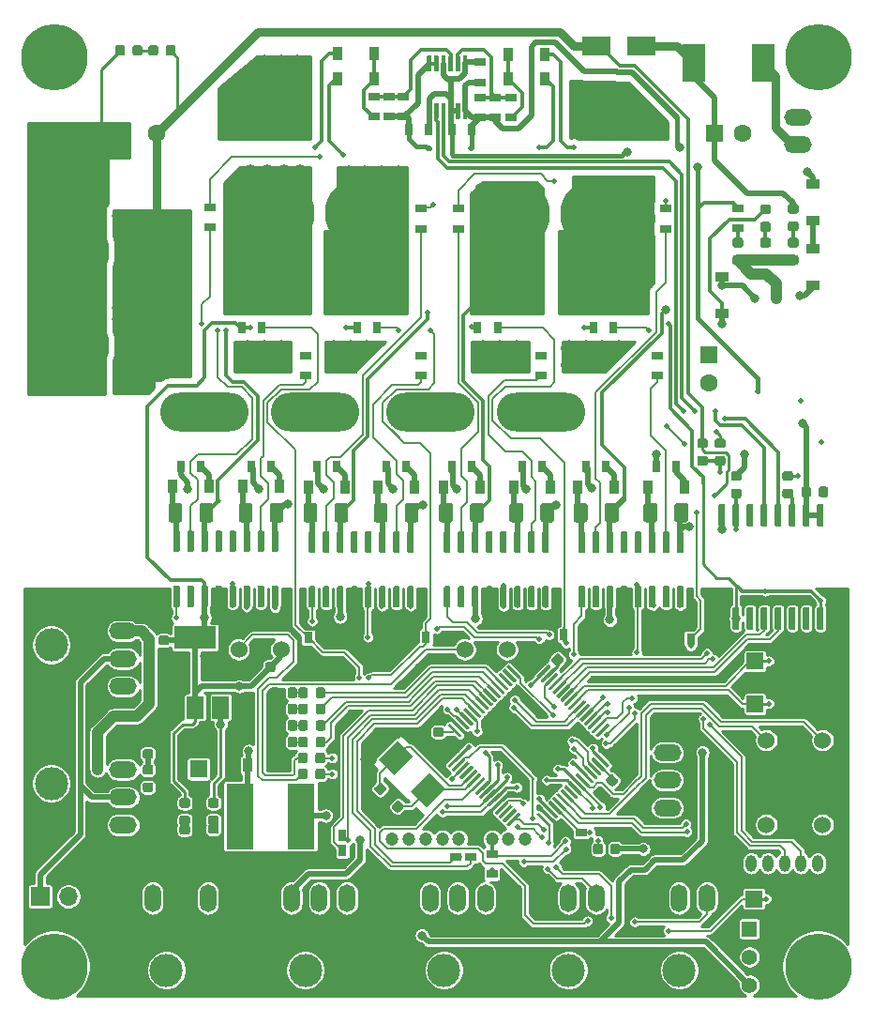
<source format=gbr>
G04 #@! TF.GenerationSoftware,KiCad,Pcbnew,(5.1.5)-3*
G04 #@! TF.CreationDate,2020-03-29T19:42:03+09:00*
G04 #@! TF.ProjectId,SteerMD,53746565-724d-4442-9e6b-696361645f70,rev?*
G04 #@! TF.SameCoordinates,Original*
G04 #@! TF.FileFunction,Copper,L1,Top*
G04 #@! TF.FilePolarity,Positive*
%FSLAX46Y46*%
G04 Gerber Fmt 4.6, Leading zero omitted, Abs format (unit mm)*
G04 Created by KiCad (PCBNEW (5.1.5)-3) date 2020-03-29 19:42:03*
%MOMM*%
%LPD*%
G04 APERTURE LIST*
%ADD10C,1.524000*%
%ADD11O,8.000000X3.500000*%
%ADD12C,0.100000*%
%ADD13C,6.000000*%
%ADD14C,1.200000*%
%ADD15O,1.500000X2.500000*%
%ADD16C,3.000000*%
%ADD17O,2.500000X1.500000*%
%ADD18O,1.000000X1.524000*%
%ADD19C,6.500000*%
%ADD20R,1.600000X1.600000*%
%ADD21C,1.600000*%
%ADD22R,2.500000X1.800000*%
%ADD23R,1.200000X0.900000*%
%ADD24R,0.900000X1.200000*%
%ADD25R,1.700000X1.700000*%
%ADD26O,1.700000X1.700000*%
%ADD27R,2.450000X5.900000*%
%ADD28R,2.000000X3.500000*%
%ADD29R,1.500000X1.500000*%
%ADD30R,3.800000X2.000000*%
%ADD31R,1.500000X2.000000*%
%ADD32R,0.800000X1.000000*%
%ADD33R,1.397000X1.397000*%
%ADD34C,1.397000*%
%ADD35R,1.000000X0.800000*%
%ADD36C,0.500000*%
%ADD37C,0.800000*%
%ADD38C,1.000000*%
%ADD39C,1.500000*%
%ADD40C,0.200000*%
%ADD41C,0.250000*%
%ADD42C,0.500000*%
%ADD43C,0.300000*%
%ADD44C,0.400000*%
%ADD45C,1.000000*%
%ADD46C,0.800000*%
%ADD47C,0.254000*%
G04 APERTURE END LIST*
D10*
X96000000Y-107400000D03*
X94090000Y-107400000D03*
X92180000Y-107400000D03*
D11*
X89090000Y-86000000D03*
X99090000Y-86000000D03*
X119500000Y-86000000D03*
X109500000Y-86000000D03*
D10*
X112590000Y-107400000D03*
X114500000Y-107400000D03*
X116410000Y-107400000D03*
G04 #@! TA.AperFunction,SMDPad,CuDef*
D12*
G36*
X112134812Y-116813534D02*
G01*
X112142093Y-116814614D01*
X112149232Y-116816402D01*
X112156162Y-116818882D01*
X112162816Y-116822029D01*
X112169129Y-116825813D01*
X112175040Y-116830197D01*
X112180494Y-116835140D01*
X112286560Y-116941206D01*
X112291503Y-116946660D01*
X112295887Y-116952571D01*
X112299671Y-116958884D01*
X112302818Y-116965538D01*
X112305298Y-116972468D01*
X112307086Y-116979607D01*
X112308166Y-116986888D01*
X112308527Y-116994239D01*
X112308166Y-117001590D01*
X112307086Y-117008871D01*
X112305298Y-117016010D01*
X112302818Y-117022940D01*
X112299671Y-117029594D01*
X112295887Y-117035907D01*
X112291503Y-117041818D01*
X112286560Y-117047272D01*
X111296610Y-118037222D01*
X111291156Y-118042165D01*
X111285245Y-118046549D01*
X111278932Y-118050333D01*
X111272278Y-118053480D01*
X111265348Y-118055960D01*
X111258209Y-118057748D01*
X111250928Y-118058828D01*
X111243577Y-118059189D01*
X111236226Y-118058828D01*
X111228945Y-118057748D01*
X111221806Y-118055960D01*
X111214876Y-118053480D01*
X111208222Y-118050333D01*
X111201909Y-118046549D01*
X111195998Y-118042165D01*
X111190544Y-118037222D01*
X111084478Y-117931156D01*
X111079535Y-117925702D01*
X111075151Y-117919791D01*
X111071367Y-117913478D01*
X111068220Y-117906824D01*
X111065740Y-117899894D01*
X111063952Y-117892755D01*
X111062872Y-117885474D01*
X111062511Y-117878123D01*
X111062872Y-117870772D01*
X111063952Y-117863491D01*
X111065740Y-117856352D01*
X111068220Y-117849422D01*
X111071367Y-117842768D01*
X111075151Y-117836455D01*
X111079535Y-117830544D01*
X111084478Y-117825090D01*
X112074428Y-116835140D01*
X112079882Y-116830197D01*
X112085793Y-116825813D01*
X112092106Y-116822029D01*
X112098760Y-116818882D01*
X112105690Y-116816402D01*
X112112829Y-116814614D01*
X112120110Y-116813534D01*
X112127461Y-116813173D01*
X112134812Y-116813534D01*
G37*
G04 #@! TD.AperFunction*
G04 #@! TA.AperFunction,SMDPad,CuDef*
G36*
X112488365Y-117167087D02*
G01*
X112495646Y-117168167D01*
X112502785Y-117169955D01*
X112509715Y-117172435D01*
X112516369Y-117175582D01*
X112522682Y-117179366D01*
X112528593Y-117183750D01*
X112534047Y-117188693D01*
X112640113Y-117294759D01*
X112645056Y-117300213D01*
X112649440Y-117306124D01*
X112653224Y-117312437D01*
X112656371Y-117319091D01*
X112658851Y-117326021D01*
X112660639Y-117333160D01*
X112661719Y-117340441D01*
X112662080Y-117347792D01*
X112661719Y-117355143D01*
X112660639Y-117362424D01*
X112658851Y-117369563D01*
X112656371Y-117376493D01*
X112653224Y-117383147D01*
X112649440Y-117389460D01*
X112645056Y-117395371D01*
X112640113Y-117400825D01*
X111650163Y-118390775D01*
X111644709Y-118395718D01*
X111638798Y-118400102D01*
X111632485Y-118403886D01*
X111625831Y-118407033D01*
X111618901Y-118409513D01*
X111611762Y-118411301D01*
X111604481Y-118412381D01*
X111597130Y-118412742D01*
X111589779Y-118412381D01*
X111582498Y-118411301D01*
X111575359Y-118409513D01*
X111568429Y-118407033D01*
X111561775Y-118403886D01*
X111555462Y-118400102D01*
X111549551Y-118395718D01*
X111544097Y-118390775D01*
X111438031Y-118284709D01*
X111433088Y-118279255D01*
X111428704Y-118273344D01*
X111424920Y-118267031D01*
X111421773Y-118260377D01*
X111419293Y-118253447D01*
X111417505Y-118246308D01*
X111416425Y-118239027D01*
X111416064Y-118231676D01*
X111416425Y-118224325D01*
X111417505Y-118217044D01*
X111419293Y-118209905D01*
X111421773Y-118202975D01*
X111424920Y-118196321D01*
X111428704Y-118190008D01*
X111433088Y-118184097D01*
X111438031Y-118178643D01*
X112427981Y-117188693D01*
X112433435Y-117183750D01*
X112439346Y-117179366D01*
X112445659Y-117175582D01*
X112452313Y-117172435D01*
X112459243Y-117169955D01*
X112466382Y-117168167D01*
X112473663Y-117167087D01*
X112481014Y-117166726D01*
X112488365Y-117167087D01*
G37*
G04 #@! TD.AperFunction*
G04 #@! TA.AperFunction,SMDPad,CuDef*
G36*
X112841918Y-117520640D02*
G01*
X112849199Y-117521720D01*
X112856338Y-117523508D01*
X112863268Y-117525988D01*
X112869922Y-117529135D01*
X112876235Y-117532919D01*
X112882146Y-117537303D01*
X112887600Y-117542246D01*
X112993666Y-117648312D01*
X112998609Y-117653766D01*
X113002993Y-117659677D01*
X113006777Y-117665990D01*
X113009924Y-117672644D01*
X113012404Y-117679574D01*
X113014192Y-117686713D01*
X113015272Y-117693994D01*
X113015633Y-117701345D01*
X113015272Y-117708696D01*
X113014192Y-117715977D01*
X113012404Y-117723116D01*
X113009924Y-117730046D01*
X113006777Y-117736700D01*
X113002993Y-117743013D01*
X112998609Y-117748924D01*
X112993666Y-117754378D01*
X112003716Y-118744328D01*
X111998262Y-118749271D01*
X111992351Y-118753655D01*
X111986038Y-118757439D01*
X111979384Y-118760586D01*
X111972454Y-118763066D01*
X111965315Y-118764854D01*
X111958034Y-118765934D01*
X111950683Y-118766295D01*
X111943332Y-118765934D01*
X111936051Y-118764854D01*
X111928912Y-118763066D01*
X111921982Y-118760586D01*
X111915328Y-118757439D01*
X111909015Y-118753655D01*
X111903104Y-118749271D01*
X111897650Y-118744328D01*
X111791584Y-118638262D01*
X111786641Y-118632808D01*
X111782257Y-118626897D01*
X111778473Y-118620584D01*
X111775326Y-118613930D01*
X111772846Y-118607000D01*
X111771058Y-118599861D01*
X111769978Y-118592580D01*
X111769617Y-118585229D01*
X111769978Y-118577878D01*
X111771058Y-118570597D01*
X111772846Y-118563458D01*
X111775326Y-118556528D01*
X111778473Y-118549874D01*
X111782257Y-118543561D01*
X111786641Y-118537650D01*
X111791584Y-118532196D01*
X112781534Y-117542246D01*
X112786988Y-117537303D01*
X112792899Y-117532919D01*
X112799212Y-117529135D01*
X112805866Y-117525988D01*
X112812796Y-117523508D01*
X112819935Y-117521720D01*
X112827216Y-117520640D01*
X112834567Y-117520279D01*
X112841918Y-117520640D01*
G37*
G04 #@! TD.AperFunction*
G04 #@! TA.AperFunction,SMDPad,CuDef*
G36*
X113195472Y-117874194D02*
G01*
X113202753Y-117875274D01*
X113209892Y-117877062D01*
X113216822Y-117879542D01*
X113223476Y-117882689D01*
X113229789Y-117886473D01*
X113235700Y-117890857D01*
X113241154Y-117895800D01*
X113347220Y-118001866D01*
X113352163Y-118007320D01*
X113356547Y-118013231D01*
X113360331Y-118019544D01*
X113363478Y-118026198D01*
X113365958Y-118033128D01*
X113367746Y-118040267D01*
X113368826Y-118047548D01*
X113369187Y-118054899D01*
X113368826Y-118062250D01*
X113367746Y-118069531D01*
X113365958Y-118076670D01*
X113363478Y-118083600D01*
X113360331Y-118090254D01*
X113356547Y-118096567D01*
X113352163Y-118102478D01*
X113347220Y-118107932D01*
X112357270Y-119097882D01*
X112351816Y-119102825D01*
X112345905Y-119107209D01*
X112339592Y-119110993D01*
X112332938Y-119114140D01*
X112326008Y-119116620D01*
X112318869Y-119118408D01*
X112311588Y-119119488D01*
X112304237Y-119119849D01*
X112296886Y-119119488D01*
X112289605Y-119118408D01*
X112282466Y-119116620D01*
X112275536Y-119114140D01*
X112268882Y-119110993D01*
X112262569Y-119107209D01*
X112256658Y-119102825D01*
X112251204Y-119097882D01*
X112145138Y-118991816D01*
X112140195Y-118986362D01*
X112135811Y-118980451D01*
X112132027Y-118974138D01*
X112128880Y-118967484D01*
X112126400Y-118960554D01*
X112124612Y-118953415D01*
X112123532Y-118946134D01*
X112123171Y-118938783D01*
X112123532Y-118931432D01*
X112124612Y-118924151D01*
X112126400Y-118917012D01*
X112128880Y-118910082D01*
X112132027Y-118903428D01*
X112135811Y-118897115D01*
X112140195Y-118891204D01*
X112145138Y-118885750D01*
X113135088Y-117895800D01*
X113140542Y-117890857D01*
X113146453Y-117886473D01*
X113152766Y-117882689D01*
X113159420Y-117879542D01*
X113166350Y-117877062D01*
X113173489Y-117875274D01*
X113180770Y-117874194D01*
X113188121Y-117873833D01*
X113195472Y-117874194D01*
G37*
G04 #@! TD.AperFunction*
G04 #@! TA.AperFunction,SMDPad,CuDef*
G36*
X113549025Y-118227747D02*
G01*
X113556306Y-118228827D01*
X113563445Y-118230615D01*
X113570375Y-118233095D01*
X113577029Y-118236242D01*
X113583342Y-118240026D01*
X113589253Y-118244410D01*
X113594707Y-118249353D01*
X113700773Y-118355419D01*
X113705716Y-118360873D01*
X113710100Y-118366784D01*
X113713884Y-118373097D01*
X113717031Y-118379751D01*
X113719511Y-118386681D01*
X113721299Y-118393820D01*
X113722379Y-118401101D01*
X113722740Y-118408452D01*
X113722379Y-118415803D01*
X113721299Y-118423084D01*
X113719511Y-118430223D01*
X113717031Y-118437153D01*
X113713884Y-118443807D01*
X113710100Y-118450120D01*
X113705716Y-118456031D01*
X113700773Y-118461485D01*
X112710823Y-119451435D01*
X112705369Y-119456378D01*
X112699458Y-119460762D01*
X112693145Y-119464546D01*
X112686491Y-119467693D01*
X112679561Y-119470173D01*
X112672422Y-119471961D01*
X112665141Y-119473041D01*
X112657790Y-119473402D01*
X112650439Y-119473041D01*
X112643158Y-119471961D01*
X112636019Y-119470173D01*
X112629089Y-119467693D01*
X112622435Y-119464546D01*
X112616122Y-119460762D01*
X112610211Y-119456378D01*
X112604757Y-119451435D01*
X112498691Y-119345369D01*
X112493748Y-119339915D01*
X112489364Y-119334004D01*
X112485580Y-119327691D01*
X112482433Y-119321037D01*
X112479953Y-119314107D01*
X112478165Y-119306968D01*
X112477085Y-119299687D01*
X112476724Y-119292336D01*
X112477085Y-119284985D01*
X112478165Y-119277704D01*
X112479953Y-119270565D01*
X112482433Y-119263635D01*
X112485580Y-119256981D01*
X112489364Y-119250668D01*
X112493748Y-119244757D01*
X112498691Y-119239303D01*
X113488641Y-118249353D01*
X113494095Y-118244410D01*
X113500006Y-118240026D01*
X113506319Y-118236242D01*
X113512973Y-118233095D01*
X113519903Y-118230615D01*
X113527042Y-118228827D01*
X113534323Y-118227747D01*
X113541674Y-118227386D01*
X113549025Y-118227747D01*
G37*
G04 #@! TD.AperFunction*
G04 #@! TA.AperFunction,SMDPad,CuDef*
G36*
X113902579Y-118581301D02*
G01*
X113909860Y-118582381D01*
X113916999Y-118584169D01*
X113923929Y-118586649D01*
X113930583Y-118589796D01*
X113936896Y-118593580D01*
X113942807Y-118597964D01*
X113948261Y-118602907D01*
X114054327Y-118708973D01*
X114059270Y-118714427D01*
X114063654Y-118720338D01*
X114067438Y-118726651D01*
X114070585Y-118733305D01*
X114073065Y-118740235D01*
X114074853Y-118747374D01*
X114075933Y-118754655D01*
X114076294Y-118762006D01*
X114075933Y-118769357D01*
X114074853Y-118776638D01*
X114073065Y-118783777D01*
X114070585Y-118790707D01*
X114067438Y-118797361D01*
X114063654Y-118803674D01*
X114059270Y-118809585D01*
X114054327Y-118815039D01*
X113064377Y-119804989D01*
X113058923Y-119809932D01*
X113053012Y-119814316D01*
X113046699Y-119818100D01*
X113040045Y-119821247D01*
X113033115Y-119823727D01*
X113025976Y-119825515D01*
X113018695Y-119826595D01*
X113011344Y-119826956D01*
X113003993Y-119826595D01*
X112996712Y-119825515D01*
X112989573Y-119823727D01*
X112982643Y-119821247D01*
X112975989Y-119818100D01*
X112969676Y-119814316D01*
X112963765Y-119809932D01*
X112958311Y-119804989D01*
X112852245Y-119698923D01*
X112847302Y-119693469D01*
X112842918Y-119687558D01*
X112839134Y-119681245D01*
X112835987Y-119674591D01*
X112833507Y-119667661D01*
X112831719Y-119660522D01*
X112830639Y-119653241D01*
X112830278Y-119645890D01*
X112830639Y-119638539D01*
X112831719Y-119631258D01*
X112833507Y-119624119D01*
X112835987Y-119617189D01*
X112839134Y-119610535D01*
X112842918Y-119604222D01*
X112847302Y-119598311D01*
X112852245Y-119592857D01*
X113842195Y-118602907D01*
X113847649Y-118597964D01*
X113853560Y-118593580D01*
X113859873Y-118589796D01*
X113866527Y-118586649D01*
X113873457Y-118584169D01*
X113880596Y-118582381D01*
X113887877Y-118581301D01*
X113895228Y-118580940D01*
X113902579Y-118581301D01*
G37*
G04 #@! TD.AperFunction*
G04 #@! TA.AperFunction,SMDPad,CuDef*
G36*
X114256132Y-118934854D02*
G01*
X114263413Y-118935934D01*
X114270552Y-118937722D01*
X114277482Y-118940202D01*
X114284136Y-118943349D01*
X114290449Y-118947133D01*
X114296360Y-118951517D01*
X114301814Y-118956460D01*
X114407880Y-119062526D01*
X114412823Y-119067980D01*
X114417207Y-119073891D01*
X114420991Y-119080204D01*
X114424138Y-119086858D01*
X114426618Y-119093788D01*
X114428406Y-119100927D01*
X114429486Y-119108208D01*
X114429847Y-119115559D01*
X114429486Y-119122910D01*
X114428406Y-119130191D01*
X114426618Y-119137330D01*
X114424138Y-119144260D01*
X114420991Y-119150914D01*
X114417207Y-119157227D01*
X114412823Y-119163138D01*
X114407880Y-119168592D01*
X113417930Y-120158542D01*
X113412476Y-120163485D01*
X113406565Y-120167869D01*
X113400252Y-120171653D01*
X113393598Y-120174800D01*
X113386668Y-120177280D01*
X113379529Y-120179068D01*
X113372248Y-120180148D01*
X113364897Y-120180509D01*
X113357546Y-120180148D01*
X113350265Y-120179068D01*
X113343126Y-120177280D01*
X113336196Y-120174800D01*
X113329542Y-120171653D01*
X113323229Y-120167869D01*
X113317318Y-120163485D01*
X113311864Y-120158542D01*
X113205798Y-120052476D01*
X113200855Y-120047022D01*
X113196471Y-120041111D01*
X113192687Y-120034798D01*
X113189540Y-120028144D01*
X113187060Y-120021214D01*
X113185272Y-120014075D01*
X113184192Y-120006794D01*
X113183831Y-119999443D01*
X113184192Y-119992092D01*
X113185272Y-119984811D01*
X113187060Y-119977672D01*
X113189540Y-119970742D01*
X113192687Y-119964088D01*
X113196471Y-119957775D01*
X113200855Y-119951864D01*
X113205798Y-119946410D01*
X114195748Y-118956460D01*
X114201202Y-118951517D01*
X114207113Y-118947133D01*
X114213426Y-118943349D01*
X114220080Y-118940202D01*
X114227010Y-118937722D01*
X114234149Y-118935934D01*
X114241430Y-118934854D01*
X114248781Y-118934493D01*
X114256132Y-118934854D01*
G37*
G04 #@! TD.AperFunction*
G04 #@! TA.AperFunction,SMDPad,CuDef*
G36*
X114609685Y-119288407D02*
G01*
X114616966Y-119289487D01*
X114624105Y-119291275D01*
X114631035Y-119293755D01*
X114637689Y-119296902D01*
X114644002Y-119300686D01*
X114649913Y-119305070D01*
X114655367Y-119310013D01*
X114761433Y-119416079D01*
X114766376Y-119421533D01*
X114770760Y-119427444D01*
X114774544Y-119433757D01*
X114777691Y-119440411D01*
X114780171Y-119447341D01*
X114781959Y-119454480D01*
X114783039Y-119461761D01*
X114783400Y-119469112D01*
X114783039Y-119476463D01*
X114781959Y-119483744D01*
X114780171Y-119490883D01*
X114777691Y-119497813D01*
X114774544Y-119504467D01*
X114770760Y-119510780D01*
X114766376Y-119516691D01*
X114761433Y-119522145D01*
X113771483Y-120512095D01*
X113766029Y-120517038D01*
X113760118Y-120521422D01*
X113753805Y-120525206D01*
X113747151Y-120528353D01*
X113740221Y-120530833D01*
X113733082Y-120532621D01*
X113725801Y-120533701D01*
X113718450Y-120534062D01*
X113711099Y-120533701D01*
X113703818Y-120532621D01*
X113696679Y-120530833D01*
X113689749Y-120528353D01*
X113683095Y-120525206D01*
X113676782Y-120521422D01*
X113670871Y-120517038D01*
X113665417Y-120512095D01*
X113559351Y-120406029D01*
X113554408Y-120400575D01*
X113550024Y-120394664D01*
X113546240Y-120388351D01*
X113543093Y-120381697D01*
X113540613Y-120374767D01*
X113538825Y-120367628D01*
X113537745Y-120360347D01*
X113537384Y-120352996D01*
X113537745Y-120345645D01*
X113538825Y-120338364D01*
X113540613Y-120331225D01*
X113543093Y-120324295D01*
X113546240Y-120317641D01*
X113550024Y-120311328D01*
X113554408Y-120305417D01*
X113559351Y-120299963D01*
X114549301Y-119310013D01*
X114554755Y-119305070D01*
X114560666Y-119300686D01*
X114566979Y-119296902D01*
X114573633Y-119293755D01*
X114580563Y-119291275D01*
X114587702Y-119289487D01*
X114594983Y-119288407D01*
X114602334Y-119288046D01*
X114609685Y-119288407D01*
G37*
G04 #@! TD.AperFunction*
G04 #@! TA.AperFunction,SMDPad,CuDef*
G36*
X114963239Y-119641961D02*
G01*
X114970520Y-119643041D01*
X114977659Y-119644829D01*
X114984589Y-119647309D01*
X114991243Y-119650456D01*
X114997556Y-119654240D01*
X115003467Y-119658624D01*
X115008921Y-119663567D01*
X115114987Y-119769633D01*
X115119930Y-119775087D01*
X115124314Y-119780998D01*
X115128098Y-119787311D01*
X115131245Y-119793965D01*
X115133725Y-119800895D01*
X115135513Y-119808034D01*
X115136593Y-119815315D01*
X115136954Y-119822666D01*
X115136593Y-119830017D01*
X115135513Y-119837298D01*
X115133725Y-119844437D01*
X115131245Y-119851367D01*
X115128098Y-119858021D01*
X115124314Y-119864334D01*
X115119930Y-119870245D01*
X115114987Y-119875699D01*
X114125037Y-120865649D01*
X114119583Y-120870592D01*
X114113672Y-120874976D01*
X114107359Y-120878760D01*
X114100705Y-120881907D01*
X114093775Y-120884387D01*
X114086636Y-120886175D01*
X114079355Y-120887255D01*
X114072004Y-120887616D01*
X114064653Y-120887255D01*
X114057372Y-120886175D01*
X114050233Y-120884387D01*
X114043303Y-120881907D01*
X114036649Y-120878760D01*
X114030336Y-120874976D01*
X114024425Y-120870592D01*
X114018971Y-120865649D01*
X113912905Y-120759583D01*
X113907962Y-120754129D01*
X113903578Y-120748218D01*
X113899794Y-120741905D01*
X113896647Y-120735251D01*
X113894167Y-120728321D01*
X113892379Y-120721182D01*
X113891299Y-120713901D01*
X113890938Y-120706550D01*
X113891299Y-120699199D01*
X113892379Y-120691918D01*
X113894167Y-120684779D01*
X113896647Y-120677849D01*
X113899794Y-120671195D01*
X113903578Y-120664882D01*
X113907962Y-120658971D01*
X113912905Y-120653517D01*
X114902855Y-119663567D01*
X114908309Y-119658624D01*
X114914220Y-119654240D01*
X114920533Y-119650456D01*
X114927187Y-119647309D01*
X114934117Y-119644829D01*
X114941256Y-119643041D01*
X114948537Y-119641961D01*
X114955888Y-119641600D01*
X114963239Y-119641961D01*
G37*
G04 #@! TD.AperFunction*
G04 #@! TA.AperFunction,SMDPad,CuDef*
G36*
X115316792Y-119995514D02*
G01*
X115324073Y-119996594D01*
X115331212Y-119998382D01*
X115338142Y-120000862D01*
X115344796Y-120004009D01*
X115351109Y-120007793D01*
X115357020Y-120012177D01*
X115362474Y-120017120D01*
X115468540Y-120123186D01*
X115473483Y-120128640D01*
X115477867Y-120134551D01*
X115481651Y-120140864D01*
X115484798Y-120147518D01*
X115487278Y-120154448D01*
X115489066Y-120161587D01*
X115490146Y-120168868D01*
X115490507Y-120176219D01*
X115490146Y-120183570D01*
X115489066Y-120190851D01*
X115487278Y-120197990D01*
X115484798Y-120204920D01*
X115481651Y-120211574D01*
X115477867Y-120217887D01*
X115473483Y-120223798D01*
X115468540Y-120229252D01*
X114478590Y-121219202D01*
X114473136Y-121224145D01*
X114467225Y-121228529D01*
X114460912Y-121232313D01*
X114454258Y-121235460D01*
X114447328Y-121237940D01*
X114440189Y-121239728D01*
X114432908Y-121240808D01*
X114425557Y-121241169D01*
X114418206Y-121240808D01*
X114410925Y-121239728D01*
X114403786Y-121237940D01*
X114396856Y-121235460D01*
X114390202Y-121232313D01*
X114383889Y-121228529D01*
X114377978Y-121224145D01*
X114372524Y-121219202D01*
X114266458Y-121113136D01*
X114261515Y-121107682D01*
X114257131Y-121101771D01*
X114253347Y-121095458D01*
X114250200Y-121088804D01*
X114247720Y-121081874D01*
X114245932Y-121074735D01*
X114244852Y-121067454D01*
X114244491Y-121060103D01*
X114244852Y-121052752D01*
X114245932Y-121045471D01*
X114247720Y-121038332D01*
X114250200Y-121031402D01*
X114253347Y-121024748D01*
X114257131Y-121018435D01*
X114261515Y-121012524D01*
X114266458Y-121007070D01*
X115256408Y-120017120D01*
X115261862Y-120012177D01*
X115267773Y-120007793D01*
X115274086Y-120004009D01*
X115280740Y-120000862D01*
X115287670Y-119998382D01*
X115294809Y-119996594D01*
X115302090Y-119995514D01*
X115309441Y-119995153D01*
X115316792Y-119995514D01*
G37*
G04 #@! TD.AperFunction*
G04 #@! TA.AperFunction,SMDPad,CuDef*
G36*
X115670345Y-120349067D02*
G01*
X115677626Y-120350147D01*
X115684765Y-120351935D01*
X115691695Y-120354415D01*
X115698349Y-120357562D01*
X115704662Y-120361346D01*
X115710573Y-120365730D01*
X115716027Y-120370673D01*
X115822093Y-120476739D01*
X115827036Y-120482193D01*
X115831420Y-120488104D01*
X115835204Y-120494417D01*
X115838351Y-120501071D01*
X115840831Y-120508001D01*
X115842619Y-120515140D01*
X115843699Y-120522421D01*
X115844060Y-120529772D01*
X115843699Y-120537123D01*
X115842619Y-120544404D01*
X115840831Y-120551543D01*
X115838351Y-120558473D01*
X115835204Y-120565127D01*
X115831420Y-120571440D01*
X115827036Y-120577351D01*
X115822093Y-120582805D01*
X114832143Y-121572755D01*
X114826689Y-121577698D01*
X114820778Y-121582082D01*
X114814465Y-121585866D01*
X114807811Y-121589013D01*
X114800881Y-121591493D01*
X114793742Y-121593281D01*
X114786461Y-121594361D01*
X114779110Y-121594722D01*
X114771759Y-121594361D01*
X114764478Y-121593281D01*
X114757339Y-121591493D01*
X114750409Y-121589013D01*
X114743755Y-121585866D01*
X114737442Y-121582082D01*
X114731531Y-121577698D01*
X114726077Y-121572755D01*
X114620011Y-121466689D01*
X114615068Y-121461235D01*
X114610684Y-121455324D01*
X114606900Y-121449011D01*
X114603753Y-121442357D01*
X114601273Y-121435427D01*
X114599485Y-121428288D01*
X114598405Y-121421007D01*
X114598044Y-121413656D01*
X114598405Y-121406305D01*
X114599485Y-121399024D01*
X114601273Y-121391885D01*
X114603753Y-121384955D01*
X114606900Y-121378301D01*
X114610684Y-121371988D01*
X114615068Y-121366077D01*
X114620011Y-121360623D01*
X115609961Y-120370673D01*
X115615415Y-120365730D01*
X115621326Y-120361346D01*
X115627639Y-120357562D01*
X115634293Y-120354415D01*
X115641223Y-120351935D01*
X115648362Y-120350147D01*
X115655643Y-120349067D01*
X115662994Y-120348706D01*
X115670345Y-120349067D01*
G37*
G04 #@! TD.AperFunction*
G04 #@! TA.AperFunction,SMDPad,CuDef*
G36*
X116023899Y-120702621D02*
G01*
X116031180Y-120703701D01*
X116038319Y-120705489D01*
X116045249Y-120707969D01*
X116051903Y-120711116D01*
X116058216Y-120714900D01*
X116064127Y-120719284D01*
X116069581Y-120724227D01*
X116175647Y-120830293D01*
X116180590Y-120835747D01*
X116184974Y-120841658D01*
X116188758Y-120847971D01*
X116191905Y-120854625D01*
X116194385Y-120861555D01*
X116196173Y-120868694D01*
X116197253Y-120875975D01*
X116197614Y-120883326D01*
X116197253Y-120890677D01*
X116196173Y-120897958D01*
X116194385Y-120905097D01*
X116191905Y-120912027D01*
X116188758Y-120918681D01*
X116184974Y-120924994D01*
X116180590Y-120930905D01*
X116175647Y-120936359D01*
X115185697Y-121926309D01*
X115180243Y-121931252D01*
X115174332Y-121935636D01*
X115168019Y-121939420D01*
X115161365Y-121942567D01*
X115154435Y-121945047D01*
X115147296Y-121946835D01*
X115140015Y-121947915D01*
X115132664Y-121948276D01*
X115125313Y-121947915D01*
X115118032Y-121946835D01*
X115110893Y-121945047D01*
X115103963Y-121942567D01*
X115097309Y-121939420D01*
X115090996Y-121935636D01*
X115085085Y-121931252D01*
X115079631Y-121926309D01*
X114973565Y-121820243D01*
X114968622Y-121814789D01*
X114964238Y-121808878D01*
X114960454Y-121802565D01*
X114957307Y-121795911D01*
X114954827Y-121788981D01*
X114953039Y-121781842D01*
X114951959Y-121774561D01*
X114951598Y-121767210D01*
X114951959Y-121759859D01*
X114953039Y-121752578D01*
X114954827Y-121745439D01*
X114957307Y-121738509D01*
X114960454Y-121731855D01*
X114964238Y-121725542D01*
X114968622Y-121719631D01*
X114973565Y-121714177D01*
X115963515Y-120724227D01*
X115968969Y-120719284D01*
X115974880Y-120714900D01*
X115981193Y-120711116D01*
X115987847Y-120707969D01*
X115994777Y-120705489D01*
X116001916Y-120703701D01*
X116009197Y-120702621D01*
X116016548Y-120702260D01*
X116023899Y-120702621D01*
G37*
G04 #@! TD.AperFunction*
G04 #@! TA.AperFunction,SMDPad,CuDef*
G36*
X116377452Y-121056174D02*
G01*
X116384733Y-121057254D01*
X116391872Y-121059042D01*
X116398802Y-121061522D01*
X116405456Y-121064669D01*
X116411769Y-121068453D01*
X116417680Y-121072837D01*
X116423134Y-121077780D01*
X116529200Y-121183846D01*
X116534143Y-121189300D01*
X116538527Y-121195211D01*
X116542311Y-121201524D01*
X116545458Y-121208178D01*
X116547938Y-121215108D01*
X116549726Y-121222247D01*
X116550806Y-121229528D01*
X116551167Y-121236879D01*
X116550806Y-121244230D01*
X116549726Y-121251511D01*
X116547938Y-121258650D01*
X116545458Y-121265580D01*
X116542311Y-121272234D01*
X116538527Y-121278547D01*
X116534143Y-121284458D01*
X116529200Y-121289912D01*
X115539250Y-122279862D01*
X115533796Y-122284805D01*
X115527885Y-122289189D01*
X115521572Y-122292973D01*
X115514918Y-122296120D01*
X115507988Y-122298600D01*
X115500849Y-122300388D01*
X115493568Y-122301468D01*
X115486217Y-122301829D01*
X115478866Y-122301468D01*
X115471585Y-122300388D01*
X115464446Y-122298600D01*
X115457516Y-122296120D01*
X115450862Y-122292973D01*
X115444549Y-122289189D01*
X115438638Y-122284805D01*
X115433184Y-122279862D01*
X115327118Y-122173796D01*
X115322175Y-122168342D01*
X115317791Y-122162431D01*
X115314007Y-122156118D01*
X115310860Y-122149464D01*
X115308380Y-122142534D01*
X115306592Y-122135395D01*
X115305512Y-122128114D01*
X115305151Y-122120763D01*
X115305512Y-122113412D01*
X115306592Y-122106131D01*
X115308380Y-122098992D01*
X115310860Y-122092062D01*
X115314007Y-122085408D01*
X115317791Y-122079095D01*
X115322175Y-122073184D01*
X115327118Y-122067730D01*
X116317068Y-121077780D01*
X116322522Y-121072837D01*
X116328433Y-121068453D01*
X116334746Y-121064669D01*
X116341400Y-121061522D01*
X116348330Y-121059042D01*
X116355469Y-121057254D01*
X116362750Y-121056174D01*
X116370101Y-121055813D01*
X116377452Y-121056174D01*
G37*
G04 #@! TD.AperFunction*
G04 #@! TA.AperFunction,SMDPad,CuDef*
G36*
X116731006Y-121409728D02*
G01*
X116738287Y-121410808D01*
X116745426Y-121412596D01*
X116752356Y-121415076D01*
X116759010Y-121418223D01*
X116765323Y-121422007D01*
X116771234Y-121426391D01*
X116776688Y-121431334D01*
X116882754Y-121537400D01*
X116887697Y-121542854D01*
X116892081Y-121548765D01*
X116895865Y-121555078D01*
X116899012Y-121561732D01*
X116901492Y-121568662D01*
X116903280Y-121575801D01*
X116904360Y-121583082D01*
X116904721Y-121590433D01*
X116904360Y-121597784D01*
X116903280Y-121605065D01*
X116901492Y-121612204D01*
X116899012Y-121619134D01*
X116895865Y-121625788D01*
X116892081Y-121632101D01*
X116887697Y-121638012D01*
X116882754Y-121643466D01*
X115892804Y-122633416D01*
X115887350Y-122638359D01*
X115881439Y-122642743D01*
X115875126Y-122646527D01*
X115868472Y-122649674D01*
X115861542Y-122652154D01*
X115854403Y-122653942D01*
X115847122Y-122655022D01*
X115839771Y-122655383D01*
X115832420Y-122655022D01*
X115825139Y-122653942D01*
X115818000Y-122652154D01*
X115811070Y-122649674D01*
X115804416Y-122646527D01*
X115798103Y-122642743D01*
X115792192Y-122638359D01*
X115786738Y-122633416D01*
X115680672Y-122527350D01*
X115675729Y-122521896D01*
X115671345Y-122515985D01*
X115667561Y-122509672D01*
X115664414Y-122503018D01*
X115661934Y-122496088D01*
X115660146Y-122488949D01*
X115659066Y-122481668D01*
X115658705Y-122474317D01*
X115659066Y-122466966D01*
X115660146Y-122459685D01*
X115661934Y-122452546D01*
X115664414Y-122445616D01*
X115667561Y-122438962D01*
X115671345Y-122432649D01*
X115675729Y-122426738D01*
X115680672Y-122421284D01*
X116670622Y-121431334D01*
X116676076Y-121426391D01*
X116681987Y-121422007D01*
X116688300Y-121418223D01*
X116694954Y-121415076D01*
X116701884Y-121412596D01*
X116709023Y-121410808D01*
X116716304Y-121409728D01*
X116723655Y-121409367D01*
X116731006Y-121409728D01*
G37*
G04 #@! TD.AperFunction*
G04 #@! TA.AperFunction,SMDPad,CuDef*
G36*
X117084559Y-121763281D02*
G01*
X117091840Y-121764361D01*
X117098979Y-121766149D01*
X117105909Y-121768629D01*
X117112563Y-121771776D01*
X117118876Y-121775560D01*
X117124787Y-121779944D01*
X117130241Y-121784887D01*
X117236307Y-121890953D01*
X117241250Y-121896407D01*
X117245634Y-121902318D01*
X117249418Y-121908631D01*
X117252565Y-121915285D01*
X117255045Y-121922215D01*
X117256833Y-121929354D01*
X117257913Y-121936635D01*
X117258274Y-121943986D01*
X117257913Y-121951337D01*
X117256833Y-121958618D01*
X117255045Y-121965757D01*
X117252565Y-121972687D01*
X117249418Y-121979341D01*
X117245634Y-121985654D01*
X117241250Y-121991565D01*
X117236307Y-121997019D01*
X116246357Y-122986969D01*
X116240903Y-122991912D01*
X116234992Y-122996296D01*
X116228679Y-123000080D01*
X116222025Y-123003227D01*
X116215095Y-123005707D01*
X116207956Y-123007495D01*
X116200675Y-123008575D01*
X116193324Y-123008936D01*
X116185973Y-123008575D01*
X116178692Y-123007495D01*
X116171553Y-123005707D01*
X116164623Y-123003227D01*
X116157969Y-123000080D01*
X116151656Y-122996296D01*
X116145745Y-122991912D01*
X116140291Y-122986969D01*
X116034225Y-122880903D01*
X116029282Y-122875449D01*
X116024898Y-122869538D01*
X116021114Y-122863225D01*
X116017967Y-122856571D01*
X116015487Y-122849641D01*
X116013699Y-122842502D01*
X116012619Y-122835221D01*
X116012258Y-122827870D01*
X116012619Y-122820519D01*
X116013699Y-122813238D01*
X116015487Y-122806099D01*
X116017967Y-122799169D01*
X116021114Y-122792515D01*
X116024898Y-122786202D01*
X116029282Y-122780291D01*
X116034225Y-122774837D01*
X117024175Y-121784887D01*
X117029629Y-121779944D01*
X117035540Y-121775560D01*
X117041853Y-121771776D01*
X117048507Y-121768629D01*
X117055437Y-121766149D01*
X117062576Y-121764361D01*
X117069857Y-121763281D01*
X117077208Y-121762920D01*
X117084559Y-121763281D01*
G37*
G04 #@! TD.AperFunction*
G04 #@! TA.AperFunction,SMDPad,CuDef*
G36*
X117438112Y-122116834D02*
G01*
X117445393Y-122117914D01*
X117452532Y-122119702D01*
X117459462Y-122122182D01*
X117466116Y-122125329D01*
X117472429Y-122129113D01*
X117478340Y-122133497D01*
X117483794Y-122138440D01*
X117589860Y-122244506D01*
X117594803Y-122249960D01*
X117599187Y-122255871D01*
X117602971Y-122262184D01*
X117606118Y-122268838D01*
X117608598Y-122275768D01*
X117610386Y-122282907D01*
X117611466Y-122290188D01*
X117611827Y-122297539D01*
X117611466Y-122304890D01*
X117610386Y-122312171D01*
X117608598Y-122319310D01*
X117606118Y-122326240D01*
X117602971Y-122332894D01*
X117599187Y-122339207D01*
X117594803Y-122345118D01*
X117589860Y-122350572D01*
X116599910Y-123340522D01*
X116594456Y-123345465D01*
X116588545Y-123349849D01*
X116582232Y-123353633D01*
X116575578Y-123356780D01*
X116568648Y-123359260D01*
X116561509Y-123361048D01*
X116554228Y-123362128D01*
X116546877Y-123362489D01*
X116539526Y-123362128D01*
X116532245Y-123361048D01*
X116525106Y-123359260D01*
X116518176Y-123356780D01*
X116511522Y-123353633D01*
X116505209Y-123349849D01*
X116499298Y-123345465D01*
X116493844Y-123340522D01*
X116387778Y-123234456D01*
X116382835Y-123229002D01*
X116378451Y-123223091D01*
X116374667Y-123216778D01*
X116371520Y-123210124D01*
X116369040Y-123203194D01*
X116367252Y-123196055D01*
X116366172Y-123188774D01*
X116365811Y-123181423D01*
X116366172Y-123174072D01*
X116367252Y-123166791D01*
X116369040Y-123159652D01*
X116371520Y-123152722D01*
X116374667Y-123146068D01*
X116378451Y-123139755D01*
X116382835Y-123133844D01*
X116387778Y-123128390D01*
X117377728Y-122138440D01*
X117383182Y-122133497D01*
X117389093Y-122129113D01*
X117395406Y-122125329D01*
X117402060Y-122122182D01*
X117408990Y-122119702D01*
X117416129Y-122117914D01*
X117423410Y-122116834D01*
X117430761Y-122116473D01*
X117438112Y-122116834D01*
G37*
G04 #@! TD.AperFunction*
G04 #@! TA.AperFunction,SMDPad,CuDef*
G36*
X119276590Y-122116834D02*
G01*
X119283871Y-122117914D01*
X119291010Y-122119702D01*
X119297940Y-122122182D01*
X119304594Y-122125329D01*
X119310907Y-122129113D01*
X119316818Y-122133497D01*
X119322272Y-122138440D01*
X120312222Y-123128390D01*
X120317165Y-123133844D01*
X120321549Y-123139755D01*
X120325333Y-123146068D01*
X120328480Y-123152722D01*
X120330960Y-123159652D01*
X120332748Y-123166791D01*
X120333828Y-123174072D01*
X120334189Y-123181423D01*
X120333828Y-123188774D01*
X120332748Y-123196055D01*
X120330960Y-123203194D01*
X120328480Y-123210124D01*
X120325333Y-123216778D01*
X120321549Y-123223091D01*
X120317165Y-123229002D01*
X120312222Y-123234456D01*
X120206156Y-123340522D01*
X120200702Y-123345465D01*
X120194791Y-123349849D01*
X120188478Y-123353633D01*
X120181824Y-123356780D01*
X120174894Y-123359260D01*
X120167755Y-123361048D01*
X120160474Y-123362128D01*
X120153123Y-123362489D01*
X120145772Y-123362128D01*
X120138491Y-123361048D01*
X120131352Y-123359260D01*
X120124422Y-123356780D01*
X120117768Y-123353633D01*
X120111455Y-123349849D01*
X120105544Y-123345465D01*
X120100090Y-123340522D01*
X119110140Y-122350572D01*
X119105197Y-122345118D01*
X119100813Y-122339207D01*
X119097029Y-122332894D01*
X119093882Y-122326240D01*
X119091402Y-122319310D01*
X119089614Y-122312171D01*
X119088534Y-122304890D01*
X119088173Y-122297539D01*
X119088534Y-122290188D01*
X119089614Y-122282907D01*
X119091402Y-122275768D01*
X119093882Y-122268838D01*
X119097029Y-122262184D01*
X119100813Y-122255871D01*
X119105197Y-122249960D01*
X119110140Y-122244506D01*
X119216206Y-122138440D01*
X119221660Y-122133497D01*
X119227571Y-122129113D01*
X119233884Y-122125329D01*
X119240538Y-122122182D01*
X119247468Y-122119702D01*
X119254607Y-122117914D01*
X119261888Y-122116834D01*
X119269239Y-122116473D01*
X119276590Y-122116834D01*
G37*
G04 #@! TD.AperFunction*
G04 #@! TA.AperFunction,SMDPad,CuDef*
G36*
X119630143Y-121763281D02*
G01*
X119637424Y-121764361D01*
X119644563Y-121766149D01*
X119651493Y-121768629D01*
X119658147Y-121771776D01*
X119664460Y-121775560D01*
X119670371Y-121779944D01*
X119675825Y-121784887D01*
X120665775Y-122774837D01*
X120670718Y-122780291D01*
X120675102Y-122786202D01*
X120678886Y-122792515D01*
X120682033Y-122799169D01*
X120684513Y-122806099D01*
X120686301Y-122813238D01*
X120687381Y-122820519D01*
X120687742Y-122827870D01*
X120687381Y-122835221D01*
X120686301Y-122842502D01*
X120684513Y-122849641D01*
X120682033Y-122856571D01*
X120678886Y-122863225D01*
X120675102Y-122869538D01*
X120670718Y-122875449D01*
X120665775Y-122880903D01*
X120559709Y-122986969D01*
X120554255Y-122991912D01*
X120548344Y-122996296D01*
X120542031Y-123000080D01*
X120535377Y-123003227D01*
X120528447Y-123005707D01*
X120521308Y-123007495D01*
X120514027Y-123008575D01*
X120506676Y-123008936D01*
X120499325Y-123008575D01*
X120492044Y-123007495D01*
X120484905Y-123005707D01*
X120477975Y-123003227D01*
X120471321Y-123000080D01*
X120465008Y-122996296D01*
X120459097Y-122991912D01*
X120453643Y-122986969D01*
X119463693Y-121997019D01*
X119458750Y-121991565D01*
X119454366Y-121985654D01*
X119450582Y-121979341D01*
X119447435Y-121972687D01*
X119444955Y-121965757D01*
X119443167Y-121958618D01*
X119442087Y-121951337D01*
X119441726Y-121943986D01*
X119442087Y-121936635D01*
X119443167Y-121929354D01*
X119444955Y-121922215D01*
X119447435Y-121915285D01*
X119450582Y-121908631D01*
X119454366Y-121902318D01*
X119458750Y-121896407D01*
X119463693Y-121890953D01*
X119569759Y-121784887D01*
X119575213Y-121779944D01*
X119581124Y-121775560D01*
X119587437Y-121771776D01*
X119594091Y-121768629D01*
X119601021Y-121766149D01*
X119608160Y-121764361D01*
X119615441Y-121763281D01*
X119622792Y-121762920D01*
X119630143Y-121763281D01*
G37*
G04 #@! TD.AperFunction*
G04 #@! TA.AperFunction,SMDPad,CuDef*
G36*
X119983696Y-121409728D02*
G01*
X119990977Y-121410808D01*
X119998116Y-121412596D01*
X120005046Y-121415076D01*
X120011700Y-121418223D01*
X120018013Y-121422007D01*
X120023924Y-121426391D01*
X120029378Y-121431334D01*
X121019328Y-122421284D01*
X121024271Y-122426738D01*
X121028655Y-122432649D01*
X121032439Y-122438962D01*
X121035586Y-122445616D01*
X121038066Y-122452546D01*
X121039854Y-122459685D01*
X121040934Y-122466966D01*
X121041295Y-122474317D01*
X121040934Y-122481668D01*
X121039854Y-122488949D01*
X121038066Y-122496088D01*
X121035586Y-122503018D01*
X121032439Y-122509672D01*
X121028655Y-122515985D01*
X121024271Y-122521896D01*
X121019328Y-122527350D01*
X120913262Y-122633416D01*
X120907808Y-122638359D01*
X120901897Y-122642743D01*
X120895584Y-122646527D01*
X120888930Y-122649674D01*
X120882000Y-122652154D01*
X120874861Y-122653942D01*
X120867580Y-122655022D01*
X120860229Y-122655383D01*
X120852878Y-122655022D01*
X120845597Y-122653942D01*
X120838458Y-122652154D01*
X120831528Y-122649674D01*
X120824874Y-122646527D01*
X120818561Y-122642743D01*
X120812650Y-122638359D01*
X120807196Y-122633416D01*
X119817246Y-121643466D01*
X119812303Y-121638012D01*
X119807919Y-121632101D01*
X119804135Y-121625788D01*
X119800988Y-121619134D01*
X119798508Y-121612204D01*
X119796720Y-121605065D01*
X119795640Y-121597784D01*
X119795279Y-121590433D01*
X119795640Y-121583082D01*
X119796720Y-121575801D01*
X119798508Y-121568662D01*
X119800988Y-121561732D01*
X119804135Y-121555078D01*
X119807919Y-121548765D01*
X119812303Y-121542854D01*
X119817246Y-121537400D01*
X119923312Y-121431334D01*
X119928766Y-121426391D01*
X119934677Y-121422007D01*
X119940990Y-121418223D01*
X119947644Y-121415076D01*
X119954574Y-121412596D01*
X119961713Y-121410808D01*
X119968994Y-121409728D01*
X119976345Y-121409367D01*
X119983696Y-121409728D01*
G37*
G04 #@! TD.AperFunction*
G04 #@! TA.AperFunction,SMDPad,CuDef*
G36*
X120337250Y-121056174D02*
G01*
X120344531Y-121057254D01*
X120351670Y-121059042D01*
X120358600Y-121061522D01*
X120365254Y-121064669D01*
X120371567Y-121068453D01*
X120377478Y-121072837D01*
X120382932Y-121077780D01*
X121372882Y-122067730D01*
X121377825Y-122073184D01*
X121382209Y-122079095D01*
X121385993Y-122085408D01*
X121389140Y-122092062D01*
X121391620Y-122098992D01*
X121393408Y-122106131D01*
X121394488Y-122113412D01*
X121394849Y-122120763D01*
X121394488Y-122128114D01*
X121393408Y-122135395D01*
X121391620Y-122142534D01*
X121389140Y-122149464D01*
X121385993Y-122156118D01*
X121382209Y-122162431D01*
X121377825Y-122168342D01*
X121372882Y-122173796D01*
X121266816Y-122279862D01*
X121261362Y-122284805D01*
X121255451Y-122289189D01*
X121249138Y-122292973D01*
X121242484Y-122296120D01*
X121235554Y-122298600D01*
X121228415Y-122300388D01*
X121221134Y-122301468D01*
X121213783Y-122301829D01*
X121206432Y-122301468D01*
X121199151Y-122300388D01*
X121192012Y-122298600D01*
X121185082Y-122296120D01*
X121178428Y-122292973D01*
X121172115Y-122289189D01*
X121166204Y-122284805D01*
X121160750Y-122279862D01*
X120170800Y-121289912D01*
X120165857Y-121284458D01*
X120161473Y-121278547D01*
X120157689Y-121272234D01*
X120154542Y-121265580D01*
X120152062Y-121258650D01*
X120150274Y-121251511D01*
X120149194Y-121244230D01*
X120148833Y-121236879D01*
X120149194Y-121229528D01*
X120150274Y-121222247D01*
X120152062Y-121215108D01*
X120154542Y-121208178D01*
X120157689Y-121201524D01*
X120161473Y-121195211D01*
X120165857Y-121189300D01*
X120170800Y-121183846D01*
X120276866Y-121077780D01*
X120282320Y-121072837D01*
X120288231Y-121068453D01*
X120294544Y-121064669D01*
X120301198Y-121061522D01*
X120308128Y-121059042D01*
X120315267Y-121057254D01*
X120322548Y-121056174D01*
X120329899Y-121055813D01*
X120337250Y-121056174D01*
G37*
G04 #@! TD.AperFunction*
G04 #@! TA.AperFunction,SMDPad,CuDef*
G36*
X120690803Y-120702621D02*
G01*
X120698084Y-120703701D01*
X120705223Y-120705489D01*
X120712153Y-120707969D01*
X120718807Y-120711116D01*
X120725120Y-120714900D01*
X120731031Y-120719284D01*
X120736485Y-120724227D01*
X121726435Y-121714177D01*
X121731378Y-121719631D01*
X121735762Y-121725542D01*
X121739546Y-121731855D01*
X121742693Y-121738509D01*
X121745173Y-121745439D01*
X121746961Y-121752578D01*
X121748041Y-121759859D01*
X121748402Y-121767210D01*
X121748041Y-121774561D01*
X121746961Y-121781842D01*
X121745173Y-121788981D01*
X121742693Y-121795911D01*
X121739546Y-121802565D01*
X121735762Y-121808878D01*
X121731378Y-121814789D01*
X121726435Y-121820243D01*
X121620369Y-121926309D01*
X121614915Y-121931252D01*
X121609004Y-121935636D01*
X121602691Y-121939420D01*
X121596037Y-121942567D01*
X121589107Y-121945047D01*
X121581968Y-121946835D01*
X121574687Y-121947915D01*
X121567336Y-121948276D01*
X121559985Y-121947915D01*
X121552704Y-121946835D01*
X121545565Y-121945047D01*
X121538635Y-121942567D01*
X121531981Y-121939420D01*
X121525668Y-121935636D01*
X121519757Y-121931252D01*
X121514303Y-121926309D01*
X120524353Y-120936359D01*
X120519410Y-120930905D01*
X120515026Y-120924994D01*
X120511242Y-120918681D01*
X120508095Y-120912027D01*
X120505615Y-120905097D01*
X120503827Y-120897958D01*
X120502747Y-120890677D01*
X120502386Y-120883326D01*
X120502747Y-120875975D01*
X120503827Y-120868694D01*
X120505615Y-120861555D01*
X120508095Y-120854625D01*
X120511242Y-120847971D01*
X120515026Y-120841658D01*
X120519410Y-120835747D01*
X120524353Y-120830293D01*
X120630419Y-120724227D01*
X120635873Y-120719284D01*
X120641784Y-120714900D01*
X120648097Y-120711116D01*
X120654751Y-120707969D01*
X120661681Y-120705489D01*
X120668820Y-120703701D01*
X120676101Y-120702621D01*
X120683452Y-120702260D01*
X120690803Y-120702621D01*
G37*
G04 #@! TD.AperFunction*
G04 #@! TA.AperFunction,SMDPad,CuDef*
G36*
X121044357Y-120349067D02*
G01*
X121051638Y-120350147D01*
X121058777Y-120351935D01*
X121065707Y-120354415D01*
X121072361Y-120357562D01*
X121078674Y-120361346D01*
X121084585Y-120365730D01*
X121090039Y-120370673D01*
X122079989Y-121360623D01*
X122084932Y-121366077D01*
X122089316Y-121371988D01*
X122093100Y-121378301D01*
X122096247Y-121384955D01*
X122098727Y-121391885D01*
X122100515Y-121399024D01*
X122101595Y-121406305D01*
X122101956Y-121413656D01*
X122101595Y-121421007D01*
X122100515Y-121428288D01*
X122098727Y-121435427D01*
X122096247Y-121442357D01*
X122093100Y-121449011D01*
X122089316Y-121455324D01*
X122084932Y-121461235D01*
X122079989Y-121466689D01*
X121973923Y-121572755D01*
X121968469Y-121577698D01*
X121962558Y-121582082D01*
X121956245Y-121585866D01*
X121949591Y-121589013D01*
X121942661Y-121591493D01*
X121935522Y-121593281D01*
X121928241Y-121594361D01*
X121920890Y-121594722D01*
X121913539Y-121594361D01*
X121906258Y-121593281D01*
X121899119Y-121591493D01*
X121892189Y-121589013D01*
X121885535Y-121585866D01*
X121879222Y-121582082D01*
X121873311Y-121577698D01*
X121867857Y-121572755D01*
X120877907Y-120582805D01*
X120872964Y-120577351D01*
X120868580Y-120571440D01*
X120864796Y-120565127D01*
X120861649Y-120558473D01*
X120859169Y-120551543D01*
X120857381Y-120544404D01*
X120856301Y-120537123D01*
X120855940Y-120529772D01*
X120856301Y-120522421D01*
X120857381Y-120515140D01*
X120859169Y-120508001D01*
X120861649Y-120501071D01*
X120864796Y-120494417D01*
X120868580Y-120488104D01*
X120872964Y-120482193D01*
X120877907Y-120476739D01*
X120983973Y-120370673D01*
X120989427Y-120365730D01*
X120995338Y-120361346D01*
X121001651Y-120357562D01*
X121008305Y-120354415D01*
X121015235Y-120351935D01*
X121022374Y-120350147D01*
X121029655Y-120349067D01*
X121037006Y-120348706D01*
X121044357Y-120349067D01*
G37*
G04 #@! TD.AperFunction*
G04 #@! TA.AperFunction,SMDPad,CuDef*
G36*
X121397910Y-119995514D02*
G01*
X121405191Y-119996594D01*
X121412330Y-119998382D01*
X121419260Y-120000862D01*
X121425914Y-120004009D01*
X121432227Y-120007793D01*
X121438138Y-120012177D01*
X121443592Y-120017120D01*
X122433542Y-121007070D01*
X122438485Y-121012524D01*
X122442869Y-121018435D01*
X122446653Y-121024748D01*
X122449800Y-121031402D01*
X122452280Y-121038332D01*
X122454068Y-121045471D01*
X122455148Y-121052752D01*
X122455509Y-121060103D01*
X122455148Y-121067454D01*
X122454068Y-121074735D01*
X122452280Y-121081874D01*
X122449800Y-121088804D01*
X122446653Y-121095458D01*
X122442869Y-121101771D01*
X122438485Y-121107682D01*
X122433542Y-121113136D01*
X122327476Y-121219202D01*
X122322022Y-121224145D01*
X122316111Y-121228529D01*
X122309798Y-121232313D01*
X122303144Y-121235460D01*
X122296214Y-121237940D01*
X122289075Y-121239728D01*
X122281794Y-121240808D01*
X122274443Y-121241169D01*
X122267092Y-121240808D01*
X122259811Y-121239728D01*
X122252672Y-121237940D01*
X122245742Y-121235460D01*
X122239088Y-121232313D01*
X122232775Y-121228529D01*
X122226864Y-121224145D01*
X122221410Y-121219202D01*
X121231460Y-120229252D01*
X121226517Y-120223798D01*
X121222133Y-120217887D01*
X121218349Y-120211574D01*
X121215202Y-120204920D01*
X121212722Y-120197990D01*
X121210934Y-120190851D01*
X121209854Y-120183570D01*
X121209493Y-120176219D01*
X121209854Y-120168868D01*
X121210934Y-120161587D01*
X121212722Y-120154448D01*
X121215202Y-120147518D01*
X121218349Y-120140864D01*
X121222133Y-120134551D01*
X121226517Y-120128640D01*
X121231460Y-120123186D01*
X121337526Y-120017120D01*
X121342980Y-120012177D01*
X121348891Y-120007793D01*
X121355204Y-120004009D01*
X121361858Y-120000862D01*
X121368788Y-119998382D01*
X121375927Y-119996594D01*
X121383208Y-119995514D01*
X121390559Y-119995153D01*
X121397910Y-119995514D01*
G37*
G04 #@! TD.AperFunction*
G04 #@! TA.AperFunction,SMDPad,CuDef*
G36*
X121751463Y-119641961D02*
G01*
X121758744Y-119643041D01*
X121765883Y-119644829D01*
X121772813Y-119647309D01*
X121779467Y-119650456D01*
X121785780Y-119654240D01*
X121791691Y-119658624D01*
X121797145Y-119663567D01*
X122787095Y-120653517D01*
X122792038Y-120658971D01*
X122796422Y-120664882D01*
X122800206Y-120671195D01*
X122803353Y-120677849D01*
X122805833Y-120684779D01*
X122807621Y-120691918D01*
X122808701Y-120699199D01*
X122809062Y-120706550D01*
X122808701Y-120713901D01*
X122807621Y-120721182D01*
X122805833Y-120728321D01*
X122803353Y-120735251D01*
X122800206Y-120741905D01*
X122796422Y-120748218D01*
X122792038Y-120754129D01*
X122787095Y-120759583D01*
X122681029Y-120865649D01*
X122675575Y-120870592D01*
X122669664Y-120874976D01*
X122663351Y-120878760D01*
X122656697Y-120881907D01*
X122649767Y-120884387D01*
X122642628Y-120886175D01*
X122635347Y-120887255D01*
X122627996Y-120887616D01*
X122620645Y-120887255D01*
X122613364Y-120886175D01*
X122606225Y-120884387D01*
X122599295Y-120881907D01*
X122592641Y-120878760D01*
X122586328Y-120874976D01*
X122580417Y-120870592D01*
X122574963Y-120865649D01*
X121585013Y-119875699D01*
X121580070Y-119870245D01*
X121575686Y-119864334D01*
X121571902Y-119858021D01*
X121568755Y-119851367D01*
X121566275Y-119844437D01*
X121564487Y-119837298D01*
X121563407Y-119830017D01*
X121563046Y-119822666D01*
X121563407Y-119815315D01*
X121564487Y-119808034D01*
X121566275Y-119800895D01*
X121568755Y-119793965D01*
X121571902Y-119787311D01*
X121575686Y-119780998D01*
X121580070Y-119775087D01*
X121585013Y-119769633D01*
X121691079Y-119663567D01*
X121696533Y-119658624D01*
X121702444Y-119654240D01*
X121708757Y-119650456D01*
X121715411Y-119647309D01*
X121722341Y-119644829D01*
X121729480Y-119643041D01*
X121736761Y-119641961D01*
X121744112Y-119641600D01*
X121751463Y-119641961D01*
G37*
G04 #@! TD.AperFunction*
G04 #@! TA.AperFunction,SMDPad,CuDef*
G36*
X122105017Y-119288407D02*
G01*
X122112298Y-119289487D01*
X122119437Y-119291275D01*
X122126367Y-119293755D01*
X122133021Y-119296902D01*
X122139334Y-119300686D01*
X122145245Y-119305070D01*
X122150699Y-119310013D01*
X123140649Y-120299963D01*
X123145592Y-120305417D01*
X123149976Y-120311328D01*
X123153760Y-120317641D01*
X123156907Y-120324295D01*
X123159387Y-120331225D01*
X123161175Y-120338364D01*
X123162255Y-120345645D01*
X123162616Y-120352996D01*
X123162255Y-120360347D01*
X123161175Y-120367628D01*
X123159387Y-120374767D01*
X123156907Y-120381697D01*
X123153760Y-120388351D01*
X123149976Y-120394664D01*
X123145592Y-120400575D01*
X123140649Y-120406029D01*
X123034583Y-120512095D01*
X123029129Y-120517038D01*
X123023218Y-120521422D01*
X123016905Y-120525206D01*
X123010251Y-120528353D01*
X123003321Y-120530833D01*
X122996182Y-120532621D01*
X122988901Y-120533701D01*
X122981550Y-120534062D01*
X122974199Y-120533701D01*
X122966918Y-120532621D01*
X122959779Y-120530833D01*
X122952849Y-120528353D01*
X122946195Y-120525206D01*
X122939882Y-120521422D01*
X122933971Y-120517038D01*
X122928517Y-120512095D01*
X121938567Y-119522145D01*
X121933624Y-119516691D01*
X121929240Y-119510780D01*
X121925456Y-119504467D01*
X121922309Y-119497813D01*
X121919829Y-119490883D01*
X121918041Y-119483744D01*
X121916961Y-119476463D01*
X121916600Y-119469112D01*
X121916961Y-119461761D01*
X121918041Y-119454480D01*
X121919829Y-119447341D01*
X121922309Y-119440411D01*
X121925456Y-119433757D01*
X121929240Y-119427444D01*
X121933624Y-119421533D01*
X121938567Y-119416079D01*
X122044633Y-119310013D01*
X122050087Y-119305070D01*
X122055998Y-119300686D01*
X122062311Y-119296902D01*
X122068965Y-119293755D01*
X122075895Y-119291275D01*
X122083034Y-119289487D01*
X122090315Y-119288407D01*
X122097666Y-119288046D01*
X122105017Y-119288407D01*
G37*
G04 #@! TD.AperFunction*
G04 #@! TA.AperFunction,SMDPad,CuDef*
G36*
X122458570Y-118934854D02*
G01*
X122465851Y-118935934D01*
X122472990Y-118937722D01*
X122479920Y-118940202D01*
X122486574Y-118943349D01*
X122492887Y-118947133D01*
X122498798Y-118951517D01*
X122504252Y-118956460D01*
X123494202Y-119946410D01*
X123499145Y-119951864D01*
X123503529Y-119957775D01*
X123507313Y-119964088D01*
X123510460Y-119970742D01*
X123512940Y-119977672D01*
X123514728Y-119984811D01*
X123515808Y-119992092D01*
X123516169Y-119999443D01*
X123515808Y-120006794D01*
X123514728Y-120014075D01*
X123512940Y-120021214D01*
X123510460Y-120028144D01*
X123507313Y-120034798D01*
X123503529Y-120041111D01*
X123499145Y-120047022D01*
X123494202Y-120052476D01*
X123388136Y-120158542D01*
X123382682Y-120163485D01*
X123376771Y-120167869D01*
X123370458Y-120171653D01*
X123363804Y-120174800D01*
X123356874Y-120177280D01*
X123349735Y-120179068D01*
X123342454Y-120180148D01*
X123335103Y-120180509D01*
X123327752Y-120180148D01*
X123320471Y-120179068D01*
X123313332Y-120177280D01*
X123306402Y-120174800D01*
X123299748Y-120171653D01*
X123293435Y-120167869D01*
X123287524Y-120163485D01*
X123282070Y-120158542D01*
X122292120Y-119168592D01*
X122287177Y-119163138D01*
X122282793Y-119157227D01*
X122279009Y-119150914D01*
X122275862Y-119144260D01*
X122273382Y-119137330D01*
X122271594Y-119130191D01*
X122270514Y-119122910D01*
X122270153Y-119115559D01*
X122270514Y-119108208D01*
X122271594Y-119100927D01*
X122273382Y-119093788D01*
X122275862Y-119086858D01*
X122279009Y-119080204D01*
X122282793Y-119073891D01*
X122287177Y-119067980D01*
X122292120Y-119062526D01*
X122398186Y-118956460D01*
X122403640Y-118951517D01*
X122409551Y-118947133D01*
X122415864Y-118943349D01*
X122422518Y-118940202D01*
X122429448Y-118937722D01*
X122436587Y-118935934D01*
X122443868Y-118934854D01*
X122451219Y-118934493D01*
X122458570Y-118934854D01*
G37*
G04 #@! TD.AperFunction*
G04 #@! TA.AperFunction,SMDPad,CuDef*
G36*
X122812123Y-118581301D02*
G01*
X122819404Y-118582381D01*
X122826543Y-118584169D01*
X122833473Y-118586649D01*
X122840127Y-118589796D01*
X122846440Y-118593580D01*
X122852351Y-118597964D01*
X122857805Y-118602907D01*
X123847755Y-119592857D01*
X123852698Y-119598311D01*
X123857082Y-119604222D01*
X123860866Y-119610535D01*
X123864013Y-119617189D01*
X123866493Y-119624119D01*
X123868281Y-119631258D01*
X123869361Y-119638539D01*
X123869722Y-119645890D01*
X123869361Y-119653241D01*
X123868281Y-119660522D01*
X123866493Y-119667661D01*
X123864013Y-119674591D01*
X123860866Y-119681245D01*
X123857082Y-119687558D01*
X123852698Y-119693469D01*
X123847755Y-119698923D01*
X123741689Y-119804989D01*
X123736235Y-119809932D01*
X123730324Y-119814316D01*
X123724011Y-119818100D01*
X123717357Y-119821247D01*
X123710427Y-119823727D01*
X123703288Y-119825515D01*
X123696007Y-119826595D01*
X123688656Y-119826956D01*
X123681305Y-119826595D01*
X123674024Y-119825515D01*
X123666885Y-119823727D01*
X123659955Y-119821247D01*
X123653301Y-119818100D01*
X123646988Y-119814316D01*
X123641077Y-119809932D01*
X123635623Y-119804989D01*
X122645673Y-118815039D01*
X122640730Y-118809585D01*
X122636346Y-118803674D01*
X122632562Y-118797361D01*
X122629415Y-118790707D01*
X122626935Y-118783777D01*
X122625147Y-118776638D01*
X122624067Y-118769357D01*
X122623706Y-118762006D01*
X122624067Y-118754655D01*
X122625147Y-118747374D01*
X122626935Y-118740235D01*
X122629415Y-118733305D01*
X122632562Y-118726651D01*
X122636346Y-118720338D01*
X122640730Y-118714427D01*
X122645673Y-118708973D01*
X122751739Y-118602907D01*
X122757193Y-118597964D01*
X122763104Y-118593580D01*
X122769417Y-118589796D01*
X122776071Y-118586649D01*
X122783001Y-118584169D01*
X122790140Y-118582381D01*
X122797421Y-118581301D01*
X122804772Y-118580940D01*
X122812123Y-118581301D01*
G37*
G04 #@! TD.AperFunction*
G04 #@! TA.AperFunction,SMDPad,CuDef*
G36*
X123165677Y-118227747D02*
G01*
X123172958Y-118228827D01*
X123180097Y-118230615D01*
X123187027Y-118233095D01*
X123193681Y-118236242D01*
X123199994Y-118240026D01*
X123205905Y-118244410D01*
X123211359Y-118249353D01*
X124201309Y-119239303D01*
X124206252Y-119244757D01*
X124210636Y-119250668D01*
X124214420Y-119256981D01*
X124217567Y-119263635D01*
X124220047Y-119270565D01*
X124221835Y-119277704D01*
X124222915Y-119284985D01*
X124223276Y-119292336D01*
X124222915Y-119299687D01*
X124221835Y-119306968D01*
X124220047Y-119314107D01*
X124217567Y-119321037D01*
X124214420Y-119327691D01*
X124210636Y-119334004D01*
X124206252Y-119339915D01*
X124201309Y-119345369D01*
X124095243Y-119451435D01*
X124089789Y-119456378D01*
X124083878Y-119460762D01*
X124077565Y-119464546D01*
X124070911Y-119467693D01*
X124063981Y-119470173D01*
X124056842Y-119471961D01*
X124049561Y-119473041D01*
X124042210Y-119473402D01*
X124034859Y-119473041D01*
X124027578Y-119471961D01*
X124020439Y-119470173D01*
X124013509Y-119467693D01*
X124006855Y-119464546D01*
X124000542Y-119460762D01*
X123994631Y-119456378D01*
X123989177Y-119451435D01*
X122999227Y-118461485D01*
X122994284Y-118456031D01*
X122989900Y-118450120D01*
X122986116Y-118443807D01*
X122982969Y-118437153D01*
X122980489Y-118430223D01*
X122978701Y-118423084D01*
X122977621Y-118415803D01*
X122977260Y-118408452D01*
X122977621Y-118401101D01*
X122978701Y-118393820D01*
X122980489Y-118386681D01*
X122982969Y-118379751D01*
X122986116Y-118373097D01*
X122989900Y-118366784D01*
X122994284Y-118360873D01*
X122999227Y-118355419D01*
X123105293Y-118249353D01*
X123110747Y-118244410D01*
X123116658Y-118240026D01*
X123122971Y-118236242D01*
X123129625Y-118233095D01*
X123136555Y-118230615D01*
X123143694Y-118228827D01*
X123150975Y-118227747D01*
X123158326Y-118227386D01*
X123165677Y-118227747D01*
G37*
G04 #@! TD.AperFunction*
G04 #@! TA.AperFunction,SMDPad,CuDef*
G36*
X123519230Y-117874194D02*
G01*
X123526511Y-117875274D01*
X123533650Y-117877062D01*
X123540580Y-117879542D01*
X123547234Y-117882689D01*
X123553547Y-117886473D01*
X123559458Y-117890857D01*
X123564912Y-117895800D01*
X124554862Y-118885750D01*
X124559805Y-118891204D01*
X124564189Y-118897115D01*
X124567973Y-118903428D01*
X124571120Y-118910082D01*
X124573600Y-118917012D01*
X124575388Y-118924151D01*
X124576468Y-118931432D01*
X124576829Y-118938783D01*
X124576468Y-118946134D01*
X124575388Y-118953415D01*
X124573600Y-118960554D01*
X124571120Y-118967484D01*
X124567973Y-118974138D01*
X124564189Y-118980451D01*
X124559805Y-118986362D01*
X124554862Y-118991816D01*
X124448796Y-119097882D01*
X124443342Y-119102825D01*
X124437431Y-119107209D01*
X124431118Y-119110993D01*
X124424464Y-119114140D01*
X124417534Y-119116620D01*
X124410395Y-119118408D01*
X124403114Y-119119488D01*
X124395763Y-119119849D01*
X124388412Y-119119488D01*
X124381131Y-119118408D01*
X124373992Y-119116620D01*
X124367062Y-119114140D01*
X124360408Y-119110993D01*
X124354095Y-119107209D01*
X124348184Y-119102825D01*
X124342730Y-119097882D01*
X123352780Y-118107932D01*
X123347837Y-118102478D01*
X123343453Y-118096567D01*
X123339669Y-118090254D01*
X123336522Y-118083600D01*
X123334042Y-118076670D01*
X123332254Y-118069531D01*
X123331174Y-118062250D01*
X123330813Y-118054899D01*
X123331174Y-118047548D01*
X123332254Y-118040267D01*
X123334042Y-118033128D01*
X123336522Y-118026198D01*
X123339669Y-118019544D01*
X123343453Y-118013231D01*
X123347837Y-118007320D01*
X123352780Y-118001866D01*
X123458846Y-117895800D01*
X123464300Y-117890857D01*
X123470211Y-117886473D01*
X123476524Y-117882689D01*
X123483178Y-117879542D01*
X123490108Y-117877062D01*
X123497247Y-117875274D01*
X123504528Y-117874194D01*
X123511879Y-117873833D01*
X123519230Y-117874194D01*
G37*
G04 #@! TD.AperFunction*
G04 #@! TA.AperFunction,SMDPad,CuDef*
G36*
X123872784Y-117520640D02*
G01*
X123880065Y-117521720D01*
X123887204Y-117523508D01*
X123894134Y-117525988D01*
X123900788Y-117529135D01*
X123907101Y-117532919D01*
X123913012Y-117537303D01*
X123918466Y-117542246D01*
X124908416Y-118532196D01*
X124913359Y-118537650D01*
X124917743Y-118543561D01*
X124921527Y-118549874D01*
X124924674Y-118556528D01*
X124927154Y-118563458D01*
X124928942Y-118570597D01*
X124930022Y-118577878D01*
X124930383Y-118585229D01*
X124930022Y-118592580D01*
X124928942Y-118599861D01*
X124927154Y-118607000D01*
X124924674Y-118613930D01*
X124921527Y-118620584D01*
X124917743Y-118626897D01*
X124913359Y-118632808D01*
X124908416Y-118638262D01*
X124802350Y-118744328D01*
X124796896Y-118749271D01*
X124790985Y-118753655D01*
X124784672Y-118757439D01*
X124778018Y-118760586D01*
X124771088Y-118763066D01*
X124763949Y-118764854D01*
X124756668Y-118765934D01*
X124749317Y-118766295D01*
X124741966Y-118765934D01*
X124734685Y-118764854D01*
X124727546Y-118763066D01*
X124720616Y-118760586D01*
X124713962Y-118757439D01*
X124707649Y-118753655D01*
X124701738Y-118749271D01*
X124696284Y-118744328D01*
X123706334Y-117754378D01*
X123701391Y-117748924D01*
X123697007Y-117743013D01*
X123693223Y-117736700D01*
X123690076Y-117730046D01*
X123687596Y-117723116D01*
X123685808Y-117715977D01*
X123684728Y-117708696D01*
X123684367Y-117701345D01*
X123684728Y-117693994D01*
X123685808Y-117686713D01*
X123687596Y-117679574D01*
X123690076Y-117672644D01*
X123693223Y-117665990D01*
X123697007Y-117659677D01*
X123701391Y-117653766D01*
X123706334Y-117648312D01*
X123812400Y-117542246D01*
X123817854Y-117537303D01*
X123823765Y-117532919D01*
X123830078Y-117529135D01*
X123836732Y-117525988D01*
X123843662Y-117523508D01*
X123850801Y-117521720D01*
X123858082Y-117520640D01*
X123865433Y-117520279D01*
X123872784Y-117520640D01*
G37*
G04 #@! TD.AperFunction*
G04 #@! TA.AperFunction,SMDPad,CuDef*
G36*
X124226337Y-117167087D02*
G01*
X124233618Y-117168167D01*
X124240757Y-117169955D01*
X124247687Y-117172435D01*
X124254341Y-117175582D01*
X124260654Y-117179366D01*
X124266565Y-117183750D01*
X124272019Y-117188693D01*
X125261969Y-118178643D01*
X125266912Y-118184097D01*
X125271296Y-118190008D01*
X125275080Y-118196321D01*
X125278227Y-118202975D01*
X125280707Y-118209905D01*
X125282495Y-118217044D01*
X125283575Y-118224325D01*
X125283936Y-118231676D01*
X125283575Y-118239027D01*
X125282495Y-118246308D01*
X125280707Y-118253447D01*
X125278227Y-118260377D01*
X125275080Y-118267031D01*
X125271296Y-118273344D01*
X125266912Y-118279255D01*
X125261969Y-118284709D01*
X125155903Y-118390775D01*
X125150449Y-118395718D01*
X125144538Y-118400102D01*
X125138225Y-118403886D01*
X125131571Y-118407033D01*
X125124641Y-118409513D01*
X125117502Y-118411301D01*
X125110221Y-118412381D01*
X125102870Y-118412742D01*
X125095519Y-118412381D01*
X125088238Y-118411301D01*
X125081099Y-118409513D01*
X125074169Y-118407033D01*
X125067515Y-118403886D01*
X125061202Y-118400102D01*
X125055291Y-118395718D01*
X125049837Y-118390775D01*
X124059887Y-117400825D01*
X124054944Y-117395371D01*
X124050560Y-117389460D01*
X124046776Y-117383147D01*
X124043629Y-117376493D01*
X124041149Y-117369563D01*
X124039361Y-117362424D01*
X124038281Y-117355143D01*
X124037920Y-117347792D01*
X124038281Y-117340441D01*
X124039361Y-117333160D01*
X124041149Y-117326021D01*
X124043629Y-117319091D01*
X124046776Y-117312437D01*
X124050560Y-117306124D01*
X124054944Y-117300213D01*
X124059887Y-117294759D01*
X124165953Y-117188693D01*
X124171407Y-117183750D01*
X124177318Y-117179366D01*
X124183631Y-117175582D01*
X124190285Y-117172435D01*
X124197215Y-117169955D01*
X124204354Y-117168167D01*
X124211635Y-117167087D01*
X124218986Y-117166726D01*
X124226337Y-117167087D01*
G37*
G04 #@! TD.AperFunction*
G04 #@! TA.AperFunction,SMDPad,CuDef*
G36*
X124579890Y-116813534D02*
G01*
X124587171Y-116814614D01*
X124594310Y-116816402D01*
X124601240Y-116818882D01*
X124607894Y-116822029D01*
X124614207Y-116825813D01*
X124620118Y-116830197D01*
X124625572Y-116835140D01*
X125615522Y-117825090D01*
X125620465Y-117830544D01*
X125624849Y-117836455D01*
X125628633Y-117842768D01*
X125631780Y-117849422D01*
X125634260Y-117856352D01*
X125636048Y-117863491D01*
X125637128Y-117870772D01*
X125637489Y-117878123D01*
X125637128Y-117885474D01*
X125636048Y-117892755D01*
X125634260Y-117899894D01*
X125631780Y-117906824D01*
X125628633Y-117913478D01*
X125624849Y-117919791D01*
X125620465Y-117925702D01*
X125615522Y-117931156D01*
X125509456Y-118037222D01*
X125504002Y-118042165D01*
X125498091Y-118046549D01*
X125491778Y-118050333D01*
X125485124Y-118053480D01*
X125478194Y-118055960D01*
X125471055Y-118057748D01*
X125463774Y-118058828D01*
X125456423Y-118059189D01*
X125449072Y-118058828D01*
X125441791Y-118057748D01*
X125434652Y-118055960D01*
X125427722Y-118053480D01*
X125421068Y-118050333D01*
X125414755Y-118046549D01*
X125408844Y-118042165D01*
X125403390Y-118037222D01*
X124413440Y-117047272D01*
X124408497Y-117041818D01*
X124404113Y-117035907D01*
X124400329Y-117029594D01*
X124397182Y-117022940D01*
X124394702Y-117016010D01*
X124392914Y-117008871D01*
X124391834Y-117001590D01*
X124391473Y-116994239D01*
X124391834Y-116986888D01*
X124392914Y-116979607D01*
X124394702Y-116972468D01*
X124397182Y-116965538D01*
X124400329Y-116958884D01*
X124404113Y-116952571D01*
X124408497Y-116946660D01*
X124413440Y-116941206D01*
X124519506Y-116835140D01*
X124524960Y-116830197D01*
X124530871Y-116825813D01*
X124537184Y-116822029D01*
X124543838Y-116818882D01*
X124550768Y-116816402D01*
X124557907Y-116814614D01*
X124565188Y-116813534D01*
X124572539Y-116813173D01*
X124579890Y-116813534D01*
G37*
G04 #@! TD.AperFunction*
G04 #@! TA.AperFunction,SMDPad,CuDef*
G36*
X125463774Y-114091172D02*
G01*
X125471055Y-114092252D01*
X125478194Y-114094040D01*
X125485124Y-114096520D01*
X125491778Y-114099667D01*
X125498091Y-114103451D01*
X125504002Y-114107835D01*
X125509456Y-114112778D01*
X125615522Y-114218844D01*
X125620465Y-114224298D01*
X125624849Y-114230209D01*
X125628633Y-114236522D01*
X125631780Y-114243176D01*
X125634260Y-114250106D01*
X125636048Y-114257245D01*
X125637128Y-114264526D01*
X125637489Y-114271877D01*
X125637128Y-114279228D01*
X125636048Y-114286509D01*
X125634260Y-114293648D01*
X125631780Y-114300578D01*
X125628633Y-114307232D01*
X125624849Y-114313545D01*
X125620465Y-114319456D01*
X125615522Y-114324910D01*
X124625572Y-115314860D01*
X124620118Y-115319803D01*
X124614207Y-115324187D01*
X124607894Y-115327971D01*
X124601240Y-115331118D01*
X124594310Y-115333598D01*
X124587171Y-115335386D01*
X124579890Y-115336466D01*
X124572539Y-115336827D01*
X124565188Y-115336466D01*
X124557907Y-115335386D01*
X124550768Y-115333598D01*
X124543838Y-115331118D01*
X124537184Y-115327971D01*
X124530871Y-115324187D01*
X124524960Y-115319803D01*
X124519506Y-115314860D01*
X124413440Y-115208794D01*
X124408497Y-115203340D01*
X124404113Y-115197429D01*
X124400329Y-115191116D01*
X124397182Y-115184462D01*
X124394702Y-115177532D01*
X124392914Y-115170393D01*
X124391834Y-115163112D01*
X124391473Y-115155761D01*
X124391834Y-115148410D01*
X124392914Y-115141129D01*
X124394702Y-115133990D01*
X124397182Y-115127060D01*
X124400329Y-115120406D01*
X124404113Y-115114093D01*
X124408497Y-115108182D01*
X124413440Y-115102728D01*
X125403390Y-114112778D01*
X125408844Y-114107835D01*
X125414755Y-114103451D01*
X125421068Y-114099667D01*
X125427722Y-114096520D01*
X125434652Y-114094040D01*
X125441791Y-114092252D01*
X125449072Y-114091172D01*
X125456423Y-114090811D01*
X125463774Y-114091172D01*
G37*
G04 #@! TD.AperFunction*
G04 #@! TA.AperFunction,SMDPad,CuDef*
G36*
X125110221Y-113737619D02*
G01*
X125117502Y-113738699D01*
X125124641Y-113740487D01*
X125131571Y-113742967D01*
X125138225Y-113746114D01*
X125144538Y-113749898D01*
X125150449Y-113754282D01*
X125155903Y-113759225D01*
X125261969Y-113865291D01*
X125266912Y-113870745D01*
X125271296Y-113876656D01*
X125275080Y-113882969D01*
X125278227Y-113889623D01*
X125280707Y-113896553D01*
X125282495Y-113903692D01*
X125283575Y-113910973D01*
X125283936Y-113918324D01*
X125283575Y-113925675D01*
X125282495Y-113932956D01*
X125280707Y-113940095D01*
X125278227Y-113947025D01*
X125275080Y-113953679D01*
X125271296Y-113959992D01*
X125266912Y-113965903D01*
X125261969Y-113971357D01*
X124272019Y-114961307D01*
X124266565Y-114966250D01*
X124260654Y-114970634D01*
X124254341Y-114974418D01*
X124247687Y-114977565D01*
X124240757Y-114980045D01*
X124233618Y-114981833D01*
X124226337Y-114982913D01*
X124218986Y-114983274D01*
X124211635Y-114982913D01*
X124204354Y-114981833D01*
X124197215Y-114980045D01*
X124190285Y-114977565D01*
X124183631Y-114974418D01*
X124177318Y-114970634D01*
X124171407Y-114966250D01*
X124165953Y-114961307D01*
X124059887Y-114855241D01*
X124054944Y-114849787D01*
X124050560Y-114843876D01*
X124046776Y-114837563D01*
X124043629Y-114830909D01*
X124041149Y-114823979D01*
X124039361Y-114816840D01*
X124038281Y-114809559D01*
X124037920Y-114802208D01*
X124038281Y-114794857D01*
X124039361Y-114787576D01*
X124041149Y-114780437D01*
X124043629Y-114773507D01*
X124046776Y-114766853D01*
X124050560Y-114760540D01*
X124054944Y-114754629D01*
X124059887Y-114749175D01*
X125049837Y-113759225D01*
X125055291Y-113754282D01*
X125061202Y-113749898D01*
X125067515Y-113746114D01*
X125074169Y-113742967D01*
X125081099Y-113740487D01*
X125088238Y-113738699D01*
X125095519Y-113737619D01*
X125102870Y-113737258D01*
X125110221Y-113737619D01*
G37*
G04 #@! TD.AperFunction*
G04 #@! TA.AperFunction,SMDPad,CuDef*
G36*
X124756668Y-113384066D02*
G01*
X124763949Y-113385146D01*
X124771088Y-113386934D01*
X124778018Y-113389414D01*
X124784672Y-113392561D01*
X124790985Y-113396345D01*
X124796896Y-113400729D01*
X124802350Y-113405672D01*
X124908416Y-113511738D01*
X124913359Y-113517192D01*
X124917743Y-113523103D01*
X124921527Y-113529416D01*
X124924674Y-113536070D01*
X124927154Y-113543000D01*
X124928942Y-113550139D01*
X124930022Y-113557420D01*
X124930383Y-113564771D01*
X124930022Y-113572122D01*
X124928942Y-113579403D01*
X124927154Y-113586542D01*
X124924674Y-113593472D01*
X124921527Y-113600126D01*
X124917743Y-113606439D01*
X124913359Y-113612350D01*
X124908416Y-113617804D01*
X123918466Y-114607754D01*
X123913012Y-114612697D01*
X123907101Y-114617081D01*
X123900788Y-114620865D01*
X123894134Y-114624012D01*
X123887204Y-114626492D01*
X123880065Y-114628280D01*
X123872784Y-114629360D01*
X123865433Y-114629721D01*
X123858082Y-114629360D01*
X123850801Y-114628280D01*
X123843662Y-114626492D01*
X123836732Y-114624012D01*
X123830078Y-114620865D01*
X123823765Y-114617081D01*
X123817854Y-114612697D01*
X123812400Y-114607754D01*
X123706334Y-114501688D01*
X123701391Y-114496234D01*
X123697007Y-114490323D01*
X123693223Y-114484010D01*
X123690076Y-114477356D01*
X123687596Y-114470426D01*
X123685808Y-114463287D01*
X123684728Y-114456006D01*
X123684367Y-114448655D01*
X123684728Y-114441304D01*
X123685808Y-114434023D01*
X123687596Y-114426884D01*
X123690076Y-114419954D01*
X123693223Y-114413300D01*
X123697007Y-114406987D01*
X123701391Y-114401076D01*
X123706334Y-114395622D01*
X124696284Y-113405672D01*
X124701738Y-113400729D01*
X124707649Y-113396345D01*
X124713962Y-113392561D01*
X124720616Y-113389414D01*
X124727546Y-113386934D01*
X124734685Y-113385146D01*
X124741966Y-113384066D01*
X124749317Y-113383705D01*
X124756668Y-113384066D01*
G37*
G04 #@! TD.AperFunction*
G04 #@! TA.AperFunction,SMDPad,CuDef*
G36*
X124403114Y-113030512D02*
G01*
X124410395Y-113031592D01*
X124417534Y-113033380D01*
X124424464Y-113035860D01*
X124431118Y-113039007D01*
X124437431Y-113042791D01*
X124443342Y-113047175D01*
X124448796Y-113052118D01*
X124554862Y-113158184D01*
X124559805Y-113163638D01*
X124564189Y-113169549D01*
X124567973Y-113175862D01*
X124571120Y-113182516D01*
X124573600Y-113189446D01*
X124575388Y-113196585D01*
X124576468Y-113203866D01*
X124576829Y-113211217D01*
X124576468Y-113218568D01*
X124575388Y-113225849D01*
X124573600Y-113232988D01*
X124571120Y-113239918D01*
X124567973Y-113246572D01*
X124564189Y-113252885D01*
X124559805Y-113258796D01*
X124554862Y-113264250D01*
X123564912Y-114254200D01*
X123559458Y-114259143D01*
X123553547Y-114263527D01*
X123547234Y-114267311D01*
X123540580Y-114270458D01*
X123533650Y-114272938D01*
X123526511Y-114274726D01*
X123519230Y-114275806D01*
X123511879Y-114276167D01*
X123504528Y-114275806D01*
X123497247Y-114274726D01*
X123490108Y-114272938D01*
X123483178Y-114270458D01*
X123476524Y-114267311D01*
X123470211Y-114263527D01*
X123464300Y-114259143D01*
X123458846Y-114254200D01*
X123352780Y-114148134D01*
X123347837Y-114142680D01*
X123343453Y-114136769D01*
X123339669Y-114130456D01*
X123336522Y-114123802D01*
X123334042Y-114116872D01*
X123332254Y-114109733D01*
X123331174Y-114102452D01*
X123330813Y-114095101D01*
X123331174Y-114087750D01*
X123332254Y-114080469D01*
X123334042Y-114073330D01*
X123336522Y-114066400D01*
X123339669Y-114059746D01*
X123343453Y-114053433D01*
X123347837Y-114047522D01*
X123352780Y-114042068D01*
X124342730Y-113052118D01*
X124348184Y-113047175D01*
X124354095Y-113042791D01*
X124360408Y-113039007D01*
X124367062Y-113035860D01*
X124373992Y-113033380D01*
X124381131Y-113031592D01*
X124388412Y-113030512D01*
X124395763Y-113030151D01*
X124403114Y-113030512D01*
G37*
G04 #@! TD.AperFunction*
G04 #@! TA.AperFunction,SMDPad,CuDef*
G36*
X124049561Y-112676959D02*
G01*
X124056842Y-112678039D01*
X124063981Y-112679827D01*
X124070911Y-112682307D01*
X124077565Y-112685454D01*
X124083878Y-112689238D01*
X124089789Y-112693622D01*
X124095243Y-112698565D01*
X124201309Y-112804631D01*
X124206252Y-112810085D01*
X124210636Y-112815996D01*
X124214420Y-112822309D01*
X124217567Y-112828963D01*
X124220047Y-112835893D01*
X124221835Y-112843032D01*
X124222915Y-112850313D01*
X124223276Y-112857664D01*
X124222915Y-112865015D01*
X124221835Y-112872296D01*
X124220047Y-112879435D01*
X124217567Y-112886365D01*
X124214420Y-112893019D01*
X124210636Y-112899332D01*
X124206252Y-112905243D01*
X124201309Y-112910697D01*
X123211359Y-113900647D01*
X123205905Y-113905590D01*
X123199994Y-113909974D01*
X123193681Y-113913758D01*
X123187027Y-113916905D01*
X123180097Y-113919385D01*
X123172958Y-113921173D01*
X123165677Y-113922253D01*
X123158326Y-113922614D01*
X123150975Y-113922253D01*
X123143694Y-113921173D01*
X123136555Y-113919385D01*
X123129625Y-113916905D01*
X123122971Y-113913758D01*
X123116658Y-113909974D01*
X123110747Y-113905590D01*
X123105293Y-113900647D01*
X122999227Y-113794581D01*
X122994284Y-113789127D01*
X122989900Y-113783216D01*
X122986116Y-113776903D01*
X122982969Y-113770249D01*
X122980489Y-113763319D01*
X122978701Y-113756180D01*
X122977621Y-113748899D01*
X122977260Y-113741548D01*
X122977621Y-113734197D01*
X122978701Y-113726916D01*
X122980489Y-113719777D01*
X122982969Y-113712847D01*
X122986116Y-113706193D01*
X122989900Y-113699880D01*
X122994284Y-113693969D01*
X122999227Y-113688515D01*
X123989177Y-112698565D01*
X123994631Y-112693622D01*
X124000542Y-112689238D01*
X124006855Y-112685454D01*
X124013509Y-112682307D01*
X124020439Y-112679827D01*
X124027578Y-112678039D01*
X124034859Y-112676959D01*
X124042210Y-112676598D01*
X124049561Y-112676959D01*
G37*
G04 #@! TD.AperFunction*
G04 #@! TA.AperFunction,SMDPad,CuDef*
G36*
X123696007Y-112323405D02*
G01*
X123703288Y-112324485D01*
X123710427Y-112326273D01*
X123717357Y-112328753D01*
X123724011Y-112331900D01*
X123730324Y-112335684D01*
X123736235Y-112340068D01*
X123741689Y-112345011D01*
X123847755Y-112451077D01*
X123852698Y-112456531D01*
X123857082Y-112462442D01*
X123860866Y-112468755D01*
X123864013Y-112475409D01*
X123866493Y-112482339D01*
X123868281Y-112489478D01*
X123869361Y-112496759D01*
X123869722Y-112504110D01*
X123869361Y-112511461D01*
X123868281Y-112518742D01*
X123866493Y-112525881D01*
X123864013Y-112532811D01*
X123860866Y-112539465D01*
X123857082Y-112545778D01*
X123852698Y-112551689D01*
X123847755Y-112557143D01*
X122857805Y-113547093D01*
X122852351Y-113552036D01*
X122846440Y-113556420D01*
X122840127Y-113560204D01*
X122833473Y-113563351D01*
X122826543Y-113565831D01*
X122819404Y-113567619D01*
X122812123Y-113568699D01*
X122804772Y-113569060D01*
X122797421Y-113568699D01*
X122790140Y-113567619D01*
X122783001Y-113565831D01*
X122776071Y-113563351D01*
X122769417Y-113560204D01*
X122763104Y-113556420D01*
X122757193Y-113552036D01*
X122751739Y-113547093D01*
X122645673Y-113441027D01*
X122640730Y-113435573D01*
X122636346Y-113429662D01*
X122632562Y-113423349D01*
X122629415Y-113416695D01*
X122626935Y-113409765D01*
X122625147Y-113402626D01*
X122624067Y-113395345D01*
X122623706Y-113387994D01*
X122624067Y-113380643D01*
X122625147Y-113373362D01*
X122626935Y-113366223D01*
X122629415Y-113359293D01*
X122632562Y-113352639D01*
X122636346Y-113346326D01*
X122640730Y-113340415D01*
X122645673Y-113334961D01*
X123635623Y-112345011D01*
X123641077Y-112340068D01*
X123646988Y-112335684D01*
X123653301Y-112331900D01*
X123659955Y-112328753D01*
X123666885Y-112326273D01*
X123674024Y-112324485D01*
X123681305Y-112323405D01*
X123688656Y-112323044D01*
X123696007Y-112323405D01*
G37*
G04 #@! TD.AperFunction*
G04 #@! TA.AperFunction,SMDPad,CuDef*
G36*
X123342454Y-111969852D02*
G01*
X123349735Y-111970932D01*
X123356874Y-111972720D01*
X123363804Y-111975200D01*
X123370458Y-111978347D01*
X123376771Y-111982131D01*
X123382682Y-111986515D01*
X123388136Y-111991458D01*
X123494202Y-112097524D01*
X123499145Y-112102978D01*
X123503529Y-112108889D01*
X123507313Y-112115202D01*
X123510460Y-112121856D01*
X123512940Y-112128786D01*
X123514728Y-112135925D01*
X123515808Y-112143206D01*
X123516169Y-112150557D01*
X123515808Y-112157908D01*
X123514728Y-112165189D01*
X123512940Y-112172328D01*
X123510460Y-112179258D01*
X123507313Y-112185912D01*
X123503529Y-112192225D01*
X123499145Y-112198136D01*
X123494202Y-112203590D01*
X122504252Y-113193540D01*
X122498798Y-113198483D01*
X122492887Y-113202867D01*
X122486574Y-113206651D01*
X122479920Y-113209798D01*
X122472990Y-113212278D01*
X122465851Y-113214066D01*
X122458570Y-113215146D01*
X122451219Y-113215507D01*
X122443868Y-113215146D01*
X122436587Y-113214066D01*
X122429448Y-113212278D01*
X122422518Y-113209798D01*
X122415864Y-113206651D01*
X122409551Y-113202867D01*
X122403640Y-113198483D01*
X122398186Y-113193540D01*
X122292120Y-113087474D01*
X122287177Y-113082020D01*
X122282793Y-113076109D01*
X122279009Y-113069796D01*
X122275862Y-113063142D01*
X122273382Y-113056212D01*
X122271594Y-113049073D01*
X122270514Y-113041792D01*
X122270153Y-113034441D01*
X122270514Y-113027090D01*
X122271594Y-113019809D01*
X122273382Y-113012670D01*
X122275862Y-113005740D01*
X122279009Y-112999086D01*
X122282793Y-112992773D01*
X122287177Y-112986862D01*
X122292120Y-112981408D01*
X123282070Y-111991458D01*
X123287524Y-111986515D01*
X123293435Y-111982131D01*
X123299748Y-111978347D01*
X123306402Y-111975200D01*
X123313332Y-111972720D01*
X123320471Y-111970932D01*
X123327752Y-111969852D01*
X123335103Y-111969491D01*
X123342454Y-111969852D01*
G37*
G04 #@! TD.AperFunction*
G04 #@! TA.AperFunction,SMDPad,CuDef*
G36*
X122988901Y-111616299D02*
G01*
X122996182Y-111617379D01*
X123003321Y-111619167D01*
X123010251Y-111621647D01*
X123016905Y-111624794D01*
X123023218Y-111628578D01*
X123029129Y-111632962D01*
X123034583Y-111637905D01*
X123140649Y-111743971D01*
X123145592Y-111749425D01*
X123149976Y-111755336D01*
X123153760Y-111761649D01*
X123156907Y-111768303D01*
X123159387Y-111775233D01*
X123161175Y-111782372D01*
X123162255Y-111789653D01*
X123162616Y-111797004D01*
X123162255Y-111804355D01*
X123161175Y-111811636D01*
X123159387Y-111818775D01*
X123156907Y-111825705D01*
X123153760Y-111832359D01*
X123149976Y-111838672D01*
X123145592Y-111844583D01*
X123140649Y-111850037D01*
X122150699Y-112839987D01*
X122145245Y-112844930D01*
X122139334Y-112849314D01*
X122133021Y-112853098D01*
X122126367Y-112856245D01*
X122119437Y-112858725D01*
X122112298Y-112860513D01*
X122105017Y-112861593D01*
X122097666Y-112861954D01*
X122090315Y-112861593D01*
X122083034Y-112860513D01*
X122075895Y-112858725D01*
X122068965Y-112856245D01*
X122062311Y-112853098D01*
X122055998Y-112849314D01*
X122050087Y-112844930D01*
X122044633Y-112839987D01*
X121938567Y-112733921D01*
X121933624Y-112728467D01*
X121929240Y-112722556D01*
X121925456Y-112716243D01*
X121922309Y-112709589D01*
X121919829Y-112702659D01*
X121918041Y-112695520D01*
X121916961Y-112688239D01*
X121916600Y-112680888D01*
X121916961Y-112673537D01*
X121918041Y-112666256D01*
X121919829Y-112659117D01*
X121922309Y-112652187D01*
X121925456Y-112645533D01*
X121929240Y-112639220D01*
X121933624Y-112633309D01*
X121938567Y-112627855D01*
X122928517Y-111637905D01*
X122933971Y-111632962D01*
X122939882Y-111628578D01*
X122946195Y-111624794D01*
X122952849Y-111621647D01*
X122959779Y-111619167D01*
X122966918Y-111617379D01*
X122974199Y-111616299D01*
X122981550Y-111615938D01*
X122988901Y-111616299D01*
G37*
G04 #@! TD.AperFunction*
G04 #@! TA.AperFunction,SMDPad,CuDef*
G36*
X122635347Y-111262745D02*
G01*
X122642628Y-111263825D01*
X122649767Y-111265613D01*
X122656697Y-111268093D01*
X122663351Y-111271240D01*
X122669664Y-111275024D01*
X122675575Y-111279408D01*
X122681029Y-111284351D01*
X122787095Y-111390417D01*
X122792038Y-111395871D01*
X122796422Y-111401782D01*
X122800206Y-111408095D01*
X122803353Y-111414749D01*
X122805833Y-111421679D01*
X122807621Y-111428818D01*
X122808701Y-111436099D01*
X122809062Y-111443450D01*
X122808701Y-111450801D01*
X122807621Y-111458082D01*
X122805833Y-111465221D01*
X122803353Y-111472151D01*
X122800206Y-111478805D01*
X122796422Y-111485118D01*
X122792038Y-111491029D01*
X122787095Y-111496483D01*
X121797145Y-112486433D01*
X121791691Y-112491376D01*
X121785780Y-112495760D01*
X121779467Y-112499544D01*
X121772813Y-112502691D01*
X121765883Y-112505171D01*
X121758744Y-112506959D01*
X121751463Y-112508039D01*
X121744112Y-112508400D01*
X121736761Y-112508039D01*
X121729480Y-112506959D01*
X121722341Y-112505171D01*
X121715411Y-112502691D01*
X121708757Y-112499544D01*
X121702444Y-112495760D01*
X121696533Y-112491376D01*
X121691079Y-112486433D01*
X121585013Y-112380367D01*
X121580070Y-112374913D01*
X121575686Y-112369002D01*
X121571902Y-112362689D01*
X121568755Y-112356035D01*
X121566275Y-112349105D01*
X121564487Y-112341966D01*
X121563407Y-112334685D01*
X121563046Y-112327334D01*
X121563407Y-112319983D01*
X121564487Y-112312702D01*
X121566275Y-112305563D01*
X121568755Y-112298633D01*
X121571902Y-112291979D01*
X121575686Y-112285666D01*
X121580070Y-112279755D01*
X121585013Y-112274301D01*
X122574963Y-111284351D01*
X122580417Y-111279408D01*
X122586328Y-111275024D01*
X122592641Y-111271240D01*
X122599295Y-111268093D01*
X122606225Y-111265613D01*
X122613364Y-111263825D01*
X122620645Y-111262745D01*
X122627996Y-111262384D01*
X122635347Y-111262745D01*
G37*
G04 #@! TD.AperFunction*
G04 #@! TA.AperFunction,SMDPad,CuDef*
G36*
X122281794Y-110909192D02*
G01*
X122289075Y-110910272D01*
X122296214Y-110912060D01*
X122303144Y-110914540D01*
X122309798Y-110917687D01*
X122316111Y-110921471D01*
X122322022Y-110925855D01*
X122327476Y-110930798D01*
X122433542Y-111036864D01*
X122438485Y-111042318D01*
X122442869Y-111048229D01*
X122446653Y-111054542D01*
X122449800Y-111061196D01*
X122452280Y-111068126D01*
X122454068Y-111075265D01*
X122455148Y-111082546D01*
X122455509Y-111089897D01*
X122455148Y-111097248D01*
X122454068Y-111104529D01*
X122452280Y-111111668D01*
X122449800Y-111118598D01*
X122446653Y-111125252D01*
X122442869Y-111131565D01*
X122438485Y-111137476D01*
X122433542Y-111142930D01*
X121443592Y-112132880D01*
X121438138Y-112137823D01*
X121432227Y-112142207D01*
X121425914Y-112145991D01*
X121419260Y-112149138D01*
X121412330Y-112151618D01*
X121405191Y-112153406D01*
X121397910Y-112154486D01*
X121390559Y-112154847D01*
X121383208Y-112154486D01*
X121375927Y-112153406D01*
X121368788Y-112151618D01*
X121361858Y-112149138D01*
X121355204Y-112145991D01*
X121348891Y-112142207D01*
X121342980Y-112137823D01*
X121337526Y-112132880D01*
X121231460Y-112026814D01*
X121226517Y-112021360D01*
X121222133Y-112015449D01*
X121218349Y-112009136D01*
X121215202Y-112002482D01*
X121212722Y-111995552D01*
X121210934Y-111988413D01*
X121209854Y-111981132D01*
X121209493Y-111973781D01*
X121209854Y-111966430D01*
X121210934Y-111959149D01*
X121212722Y-111952010D01*
X121215202Y-111945080D01*
X121218349Y-111938426D01*
X121222133Y-111932113D01*
X121226517Y-111926202D01*
X121231460Y-111920748D01*
X122221410Y-110930798D01*
X122226864Y-110925855D01*
X122232775Y-110921471D01*
X122239088Y-110917687D01*
X122245742Y-110914540D01*
X122252672Y-110912060D01*
X122259811Y-110910272D01*
X122267092Y-110909192D01*
X122274443Y-110908831D01*
X122281794Y-110909192D01*
G37*
G04 #@! TD.AperFunction*
G04 #@! TA.AperFunction,SMDPad,CuDef*
G36*
X121928241Y-110555639D02*
G01*
X121935522Y-110556719D01*
X121942661Y-110558507D01*
X121949591Y-110560987D01*
X121956245Y-110564134D01*
X121962558Y-110567918D01*
X121968469Y-110572302D01*
X121973923Y-110577245D01*
X122079989Y-110683311D01*
X122084932Y-110688765D01*
X122089316Y-110694676D01*
X122093100Y-110700989D01*
X122096247Y-110707643D01*
X122098727Y-110714573D01*
X122100515Y-110721712D01*
X122101595Y-110728993D01*
X122101956Y-110736344D01*
X122101595Y-110743695D01*
X122100515Y-110750976D01*
X122098727Y-110758115D01*
X122096247Y-110765045D01*
X122093100Y-110771699D01*
X122089316Y-110778012D01*
X122084932Y-110783923D01*
X122079989Y-110789377D01*
X121090039Y-111779327D01*
X121084585Y-111784270D01*
X121078674Y-111788654D01*
X121072361Y-111792438D01*
X121065707Y-111795585D01*
X121058777Y-111798065D01*
X121051638Y-111799853D01*
X121044357Y-111800933D01*
X121037006Y-111801294D01*
X121029655Y-111800933D01*
X121022374Y-111799853D01*
X121015235Y-111798065D01*
X121008305Y-111795585D01*
X121001651Y-111792438D01*
X120995338Y-111788654D01*
X120989427Y-111784270D01*
X120983973Y-111779327D01*
X120877907Y-111673261D01*
X120872964Y-111667807D01*
X120868580Y-111661896D01*
X120864796Y-111655583D01*
X120861649Y-111648929D01*
X120859169Y-111641999D01*
X120857381Y-111634860D01*
X120856301Y-111627579D01*
X120855940Y-111620228D01*
X120856301Y-111612877D01*
X120857381Y-111605596D01*
X120859169Y-111598457D01*
X120861649Y-111591527D01*
X120864796Y-111584873D01*
X120868580Y-111578560D01*
X120872964Y-111572649D01*
X120877907Y-111567195D01*
X121867857Y-110577245D01*
X121873311Y-110572302D01*
X121879222Y-110567918D01*
X121885535Y-110564134D01*
X121892189Y-110560987D01*
X121899119Y-110558507D01*
X121906258Y-110556719D01*
X121913539Y-110555639D01*
X121920890Y-110555278D01*
X121928241Y-110555639D01*
G37*
G04 #@! TD.AperFunction*
G04 #@! TA.AperFunction,SMDPad,CuDef*
G36*
X121574687Y-110202085D02*
G01*
X121581968Y-110203165D01*
X121589107Y-110204953D01*
X121596037Y-110207433D01*
X121602691Y-110210580D01*
X121609004Y-110214364D01*
X121614915Y-110218748D01*
X121620369Y-110223691D01*
X121726435Y-110329757D01*
X121731378Y-110335211D01*
X121735762Y-110341122D01*
X121739546Y-110347435D01*
X121742693Y-110354089D01*
X121745173Y-110361019D01*
X121746961Y-110368158D01*
X121748041Y-110375439D01*
X121748402Y-110382790D01*
X121748041Y-110390141D01*
X121746961Y-110397422D01*
X121745173Y-110404561D01*
X121742693Y-110411491D01*
X121739546Y-110418145D01*
X121735762Y-110424458D01*
X121731378Y-110430369D01*
X121726435Y-110435823D01*
X120736485Y-111425773D01*
X120731031Y-111430716D01*
X120725120Y-111435100D01*
X120718807Y-111438884D01*
X120712153Y-111442031D01*
X120705223Y-111444511D01*
X120698084Y-111446299D01*
X120690803Y-111447379D01*
X120683452Y-111447740D01*
X120676101Y-111447379D01*
X120668820Y-111446299D01*
X120661681Y-111444511D01*
X120654751Y-111442031D01*
X120648097Y-111438884D01*
X120641784Y-111435100D01*
X120635873Y-111430716D01*
X120630419Y-111425773D01*
X120524353Y-111319707D01*
X120519410Y-111314253D01*
X120515026Y-111308342D01*
X120511242Y-111302029D01*
X120508095Y-111295375D01*
X120505615Y-111288445D01*
X120503827Y-111281306D01*
X120502747Y-111274025D01*
X120502386Y-111266674D01*
X120502747Y-111259323D01*
X120503827Y-111252042D01*
X120505615Y-111244903D01*
X120508095Y-111237973D01*
X120511242Y-111231319D01*
X120515026Y-111225006D01*
X120519410Y-111219095D01*
X120524353Y-111213641D01*
X121514303Y-110223691D01*
X121519757Y-110218748D01*
X121525668Y-110214364D01*
X121531981Y-110210580D01*
X121538635Y-110207433D01*
X121545565Y-110204953D01*
X121552704Y-110203165D01*
X121559985Y-110202085D01*
X121567336Y-110201724D01*
X121574687Y-110202085D01*
G37*
G04 #@! TD.AperFunction*
G04 #@! TA.AperFunction,SMDPad,CuDef*
G36*
X121221134Y-109848532D02*
G01*
X121228415Y-109849612D01*
X121235554Y-109851400D01*
X121242484Y-109853880D01*
X121249138Y-109857027D01*
X121255451Y-109860811D01*
X121261362Y-109865195D01*
X121266816Y-109870138D01*
X121372882Y-109976204D01*
X121377825Y-109981658D01*
X121382209Y-109987569D01*
X121385993Y-109993882D01*
X121389140Y-110000536D01*
X121391620Y-110007466D01*
X121393408Y-110014605D01*
X121394488Y-110021886D01*
X121394849Y-110029237D01*
X121394488Y-110036588D01*
X121393408Y-110043869D01*
X121391620Y-110051008D01*
X121389140Y-110057938D01*
X121385993Y-110064592D01*
X121382209Y-110070905D01*
X121377825Y-110076816D01*
X121372882Y-110082270D01*
X120382932Y-111072220D01*
X120377478Y-111077163D01*
X120371567Y-111081547D01*
X120365254Y-111085331D01*
X120358600Y-111088478D01*
X120351670Y-111090958D01*
X120344531Y-111092746D01*
X120337250Y-111093826D01*
X120329899Y-111094187D01*
X120322548Y-111093826D01*
X120315267Y-111092746D01*
X120308128Y-111090958D01*
X120301198Y-111088478D01*
X120294544Y-111085331D01*
X120288231Y-111081547D01*
X120282320Y-111077163D01*
X120276866Y-111072220D01*
X120170800Y-110966154D01*
X120165857Y-110960700D01*
X120161473Y-110954789D01*
X120157689Y-110948476D01*
X120154542Y-110941822D01*
X120152062Y-110934892D01*
X120150274Y-110927753D01*
X120149194Y-110920472D01*
X120148833Y-110913121D01*
X120149194Y-110905770D01*
X120150274Y-110898489D01*
X120152062Y-110891350D01*
X120154542Y-110884420D01*
X120157689Y-110877766D01*
X120161473Y-110871453D01*
X120165857Y-110865542D01*
X120170800Y-110860088D01*
X121160750Y-109870138D01*
X121166204Y-109865195D01*
X121172115Y-109860811D01*
X121178428Y-109857027D01*
X121185082Y-109853880D01*
X121192012Y-109851400D01*
X121199151Y-109849612D01*
X121206432Y-109848532D01*
X121213783Y-109848171D01*
X121221134Y-109848532D01*
G37*
G04 #@! TD.AperFunction*
G04 #@! TA.AperFunction,SMDPad,CuDef*
G36*
X120867580Y-109494978D02*
G01*
X120874861Y-109496058D01*
X120882000Y-109497846D01*
X120888930Y-109500326D01*
X120895584Y-109503473D01*
X120901897Y-109507257D01*
X120907808Y-109511641D01*
X120913262Y-109516584D01*
X121019328Y-109622650D01*
X121024271Y-109628104D01*
X121028655Y-109634015D01*
X121032439Y-109640328D01*
X121035586Y-109646982D01*
X121038066Y-109653912D01*
X121039854Y-109661051D01*
X121040934Y-109668332D01*
X121041295Y-109675683D01*
X121040934Y-109683034D01*
X121039854Y-109690315D01*
X121038066Y-109697454D01*
X121035586Y-109704384D01*
X121032439Y-109711038D01*
X121028655Y-109717351D01*
X121024271Y-109723262D01*
X121019328Y-109728716D01*
X120029378Y-110718666D01*
X120023924Y-110723609D01*
X120018013Y-110727993D01*
X120011700Y-110731777D01*
X120005046Y-110734924D01*
X119998116Y-110737404D01*
X119990977Y-110739192D01*
X119983696Y-110740272D01*
X119976345Y-110740633D01*
X119968994Y-110740272D01*
X119961713Y-110739192D01*
X119954574Y-110737404D01*
X119947644Y-110734924D01*
X119940990Y-110731777D01*
X119934677Y-110727993D01*
X119928766Y-110723609D01*
X119923312Y-110718666D01*
X119817246Y-110612600D01*
X119812303Y-110607146D01*
X119807919Y-110601235D01*
X119804135Y-110594922D01*
X119800988Y-110588268D01*
X119798508Y-110581338D01*
X119796720Y-110574199D01*
X119795640Y-110566918D01*
X119795279Y-110559567D01*
X119795640Y-110552216D01*
X119796720Y-110544935D01*
X119798508Y-110537796D01*
X119800988Y-110530866D01*
X119804135Y-110524212D01*
X119807919Y-110517899D01*
X119812303Y-110511988D01*
X119817246Y-110506534D01*
X120807196Y-109516584D01*
X120812650Y-109511641D01*
X120818561Y-109507257D01*
X120824874Y-109503473D01*
X120831528Y-109500326D01*
X120838458Y-109497846D01*
X120845597Y-109496058D01*
X120852878Y-109494978D01*
X120860229Y-109494617D01*
X120867580Y-109494978D01*
G37*
G04 #@! TD.AperFunction*
G04 #@! TA.AperFunction,SMDPad,CuDef*
G36*
X120514027Y-109141425D02*
G01*
X120521308Y-109142505D01*
X120528447Y-109144293D01*
X120535377Y-109146773D01*
X120542031Y-109149920D01*
X120548344Y-109153704D01*
X120554255Y-109158088D01*
X120559709Y-109163031D01*
X120665775Y-109269097D01*
X120670718Y-109274551D01*
X120675102Y-109280462D01*
X120678886Y-109286775D01*
X120682033Y-109293429D01*
X120684513Y-109300359D01*
X120686301Y-109307498D01*
X120687381Y-109314779D01*
X120687742Y-109322130D01*
X120687381Y-109329481D01*
X120686301Y-109336762D01*
X120684513Y-109343901D01*
X120682033Y-109350831D01*
X120678886Y-109357485D01*
X120675102Y-109363798D01*
X120670718Y-109369709D01*
X120665775Y-109375163D01*
X119675825Y-110365113D01*
X119670371Y-110370056D01*
X119664460Y-110374440D01*
X119658147Y-110378224D01*
X119651493Y-110381371D01*
X119644563Y-110383851D01*
X119637424Y-110385639D01*
X119630143Y-110386719D01*
X119622792Y-110387080D01*
X119615441Y-110386719D01*
X119608160Y-110385639D01*
X119601021Y-110383851D01*
X119594091Y-110381371D01*
X119587437Y-110378224D01*
X119581124Y-110374440D01*
X119575213Y-110370056D01*
X119569759Y-110365113D01*
X119463693Y-110259047D01*
X119458750Y-110253593D01*
X119454366Y-110247682D01*
X119450582Y-110241369D01*
X119447435Y-110234715D01*
X119444955Y-110227785D01*
X119443167Y-110220646D01*
X119442087Y-110213365D01*
X119441726Y-110206014D01*
X119442087Y-110198663D01*
X119443167Y-110191382D01*
X119444955Y-110184243D01*
X119447435Y-110177313D01*
X119450582Y-110170659D01*
X119454366Y-110164346D01*
X119458750Y-110158435D01*
X119463693Y-110152981D01*
X120453643Y-109163031D01*
X120459097Y-109158088D01*
X120465008Y-109153704D01*
X120471321Y-109149920D01*
X120477975Y-109146773D01*
X120484905Y-109144293D01*
X120492044Y-109142505D01*
X120499325Y-109141425D01*
X120506676Y-109141064D01*
X120514027Y-109141425D01*
G37*
G04 #@! TD.AperFunction*
G04 #@! TA.AperFunction,SMDPad,CuDef*
G36*
X120160474Y-108787872D02*
G01*
X120167755Y-108788952D01*
X120174894Y-108790740D01*
X120181824Y-108793220D01*
X120188478Y-108796367D01*
X120194791Y-108800151D01*
X120200702Y-108804535D01*
X120206156Y-108809478D01*
X120312222Y-108915544D01*
X120317165Y-108920998D01*
X120321549Y-108926909D01*
X120325333Y-108933222D01*
X120328480Y-108939876D01*
X120330960Y-108946806D01*
X120332748Y-108953945D01*
X120333828Y-108961226D01*
X120334189Y-108968577D01*
X120333828Y-108975928D01*
X120332748Y-108983209D01*
X120330960Y-108990348D01*
X120328480Y-108997278D01*
X120325333Y-109003932D01*
X120321549Y-109010245D01*
X120317165Y-109016156D01*
X120312222Y-109021610D01*
X119322272Y-110011560D01*
X119316818Y-110016503D01*
X119310907Y-110020887D01*
X119304594Y-110024671D01*
X119297940Y-110027818D01*
X119291010Y-110030298D01*
X119283871Y-110032086D01*
X119276590Y-110033166D01*
X119269239Y-110033527D01*
X119261888Y-110033166D01*
X119254607Y-110032086D01*
X119247468Y-110030298D01*
X119240538Y-110027818D01*
X119233884Y-110024671D01*
X119227571Y-110020887D01*
X119221660Y-110016503D01*
X119216206Y-110011560D01*
X119110140Y-109905494D01*
X119105197Y-109900040D01*
X119100813Y-109894129D01*
X119097029Y-109887816D01*
X119093882Y-109881162D01*
X119091402Y-109874232D01*
X119089614Y-109867093D01*
X119088534Y-109859812D01*
X119088173Y-109852461D01*
X119088534Y-109845110D01*
X119089614Y-109837829D01*
X119091402Y-109830690D01*
X119093882Y-109823760D01*
X119097029Y-109817106D01*
X119100813Y-109810793D01*
X119105197Y-109804882D01*
X119110140Y-109799428D01*
X120100090Y-108809478D01*
X120105544Y-108804535D01*
X120111455Y-108800151D01*
X120117768Y-108796367D01*
X120124422Y-108793220D01*
X120131352Y-108790740D01*
X120138491Y-108788952D01*
X120145772Y-108787872D01*
X120153123Y-108787511D01*
X120160474Y-108787872D01*
G37*
G04 #@! TD.AperFunction*
G04 #@! TA.AperFunction,SMDPad,CuDef*
G36*
X116554228Y-108787872D02*
G01*
X116561509Y-108788952D01*
X116568648Y-108790740D01*
X116575578Y-108793220D01*
X116582232Y-108796367D01*
X116588545Y-108800151D01*
X116594456Y-108804535D01*
X116599910Y-108809478D01*
X117589860Y-109799428D01*
X117594803Y-109804882D01*
X117599187Y-109810793D01*
X117602971Y-109817106D01*
X117606118Y-109823760D01*
X117608598Y-109830690D01*
X117610386Y-109837829D01*
X117611466Y-109845110D01*
X117611827Y-109852461D01*
X117611466Y-109859812D01*
X117610386Y-109867093D01*
X117608598Y-109874232D01*
X117606118Y-109881162D01*
X117602971Y-109887816D01*
X117599187Y-109894129D01*
X117594803Y-109900040D01*
X117589860Y-109905494D01*
X117483794Y-110011560D01*
X117478340Y-110016503D01*
X117472429Y-110020887D01*
X117466116Y-110024671D01*
X117459462Y-110027818D01*
X117452532Y-110030298D01*
X117445393Y-110032086D01*
X117438112Y-110033166D01*
X117430761Y-110033527D01*
X117423410Y-110033166D01*
X117416129Y-110032086D01*
X117408990Y-110030298D01*
X117402060Y-110027818D01*
X117395406Y-110024671D01*
X117389093Y-110020887D01*
X117383182Y-110016503D01*
X117377728Y-110011560D01*
X116387778Y-109021610D01*
X116382835Y-109016156D01*
X116378451Y-109010245D01*
X116374667Y-109003932D01*
X116371520Y-108997278D01*
X116369040Y-108990348D01*
X116367252Y-108983209D01*
X116366172Y-108975928D01*
X116365811Y-108968577D01*
X116366172Y-108961226D01*
X116367252Y-108953945D01*
X116369040Y-108946806D01*
X116371520Y-108939876D01*
X116374667Y-108933222D01*
X116378451Y-108926909D01*
X116382835Y-108920998D01*
X116387778Y-108915544D01*
X116493844Y-108809478D01*
X116499298Y-108804535D01*
X116505209Y-108800151D01*
X116511522Y-108796367D01*
X116518176Y-108793220D01*
X116525106Y-108790740D01*
X116532245Y-108788952D01*
X116539526Y-108787872D01*
X116546877Y-108787511D01*
X116554228Y-108787872D01*
G37*
G04 #@! TD.AperFunction*
G04 #@! TA.AperFunction,SMDPad,CuDef*
G36*
X116200675Y-109141425D02*
G01*
X116207956Y-109142505D01*
X116215095Y-109144293D01*
X116222025Y-109146773D01*
X116228679Y-109149920D01*
X116234992Y-109153704D01*
X116240903Y-109158088D01*
X116246357Y-109163031D01*
X117236307Y-110152981D01*
X117241250Y-110158435D01*
X117245634Y-110164346D01*
X117249418Y-110170659D01*
X117252565Y-110177313D01*
X117255045Y-110184243D01*
X117256833Y-110191382D01*
X117257913Y-110198663D01*
X117258274Y-110206014D01*
X117257913Y-110213365D01*
X117256833Y-110220646D01*
X117255045Y-110227785D01*
X117252565Y-110234715D01*
X117249418Y-110241369D01*
X117245634Y-110247682D01*
X117241250Y-110253593D01*
X117236307Y-110259047D01*
X117130241Y-110365113D01*
X117124787Y-110370056D01*
X117118876Y-110374440D01*
X117112563Y-110378224D01*
X117105909Y-110381371D01*
X117098979Y-110383851D01*
X117091840Y-110385639D01*
X117084559Y-110386719D01*
X117077208Y-110387080D01*
X117069857Y-110386719D01*
X117062576Y-110385639D01*
X117055437Y-110383851D01*
X117048507Y-110381371D01*
X117041853Y-110378224D01*
X117035540Y-110374440D01*
X117029629Y-110370056D01*
X117024175Y-110365113D01*
X116034225Y-109375163D01*
X116029282Y-109369709D01*
X116024898Y-109363798D01*
X116021114Y-109357485D01*
X116017967Y-109350831D01*
X116015487Y-109343901D01*
X116013699Y-109336762D01*
X116012619Y-109329481D01*
X116012258Y-109322130D01*
X116012619Y-109314779D01*
X116013699Y-109307498D01*
X116015487Y-109300359D01*
X116017967Y-109293429D01*
X116021114Y-109286775D01*
X116024898Y-109280462D01*
X116029282Y-109274551D01*
X116034225Y-109269097D01*
X116140291Y-109163031D01*
X116145745Y-109158088D01*
X116151656Y-109153704D01*
X116157969Y-109149920D01*
X116164623Y-109146773D01*
X116171553Y-109144293D01*
X116178692Y-109142505D01*
X116185973Y-109141425D01*
X116193324Y-109141064D01*
X116200675Y-109141425D01*
G37*
G04 #@! TD.AperFunction*
G04 #@! TA.AperFunction,SMDPad,CuDef*
G36*
X115847122Y-109494978D02*
G01*
X115854403Y-109496058D01*
X115861542Y-109497846D01*
X115868472Y-109500326D01*
X115875126Y-109503473D01*
X115881439Y-109507257D01*
X115887350Y-109511641D01*
X115892804Y-109516584D01*
X116882754Y-110506534D01*
X116887697Y-110511988D01*
X116892081Y-110517899D01*
X116895865Y-110524212D01*
X116899012Y-110530866D01*
X116901492Y-110537796D01*
X116903280Y-110544935D01*
X116904360Y-110552216D01*
X116904721Y-110559567D01*
X116904360Y-110566918D01*
X116903280Y-110574199D01*
X116901492Y-110581338D01*
X116899012Y-110588268D01*
X116895865Y-110594922D01*
X116892081Y-110601235D01*
X116887697Y-110607146D01*
X116882754Y-110612600D01*
X116776688Y-110718666D01*
X116771234Y-110723609D01*
X116765323Y-110727993D01*
X116759010Y-110731777D01*
X116752356Y-110734924D01*
X116745426Y-110737404D01*
X116738287Y-110739192D01*
X116731006Y-110740272D01*
X116723655Y-110740633D01*
X116716304Y-110740272D01*
X116709023Y-110739192D01*
X116701884Y-110737404D01*
X116694954Y-110734924D01*
X116688300Y-110731777D01*
X116681987Y-110727993D01*
X116676076Y-110723609D01*
X116670622Y-110718666D01*
X115680672Y-109728716D01*
X115675729Y-109723262D01*
X115671345Y-109717351D01*
X115667561Y-109711038D01*
X115664414Y-109704384D01*
X115661934Y-109697454D01*
X115660146Y-109690315D01*
X115659066Y-109683034D01*
X115658705Y-109675683D01*
X115659066Y-109668332D01*
X115660146Y-109661051D01*
X115661934Y-109653912D01*
X115664414Y-109646982D01*
X115667561Y-109640328D01*
X115671345Y-109634015D01*
X115675729Y-109628104D01*
X115680672Y-109622650D01*
X115786738Y-109516584D01*
X115792192Y-109511641D01*
X115798103Y-109507257D01*
X115804416Y-109503473D01*
X115811070Y-109500326D01*
X115818000Y-109497846D01*
X115825139Y-109496058D01*
X115832420Y-109494978D01*
X115839771Y-109494617D01*
X115847122Y-109494978D01*
G37*
G04 #@! TD.AperFunction*
G04 #@! TA.AperFunction,SMDPad,CuDef*
G36*
X115493568Y-109848532D02*
G01*
X115500849Y-109849612D01*
X115507988Y-109851400D01*
X115514918Y-109853880D01*
X115521572Y-109857027D01*
X115527885Y-109860811D01*
X115533796Y-109865195D01*
X115539250Y-109870138D01*
X116529200Y-110860088D01*
X116534143Y-110865542D01*
X116538527Y-110871453D01*
X116542311Y-110877766D01*
X116545458Y-110884420D01*
X116547938Y-110891350D01*
X116549726Y-110898489D01*
X116550806Y-110905770D01*
X116551167Y-110913121D01*
X116550806Y-110920472D01*
X116549726Y-110927753D01*
X116547938Y-110934892D01*
X116545458Y-110941822D01*
X116542311Y-110948476D01*
X116538527Y-110954789D01*
X116534143Y-110960700D01*
X116529200Y-110966154D01*
X116423134Y-111072220D01*
X116417680Y-111077163D01*
X116411769Y-111081547D01*
X116405456Y-111085331D01*
X116398802Y-111088478D01*
X116391872Y-111090958D01*
X116384733Y-111092746D01*
X116377452Y-111093826D01*
X116370101Y-111094187D01*
X116362750Y-111093826D01*
X116355469Y-111092746D01*
X116348330Y-111090958D01*
X116341400Y-111088478D01*
X116334746Y-111085331D01*
X116328433Y-111081547D01*
X116322522Y-111077163D01*
X116317068Y-111072220D01*
X115327118Y-110082270D01*
X115322175Y-110076816D01*
X115317791Y-110070905D01*
X115314007Y-110064592D01*
X115310860Y-110057938D01*
X115308380Y-110051008D01*
X115306592Y-110043869D01*
X115305512Y-110036588D01*
X115305151Y-110029237D01*
X115305512Y-110021886D01*
X115306592Y-110014605D01*
X115308380Y-110007466D01*
X115310860Y-110000536D01*
X115314007Y-109993882D01*
X115317791Y-109987569D01*
X115322175Y-109981658D01*
X115327118Y-109976204D01*
X115433184Y-109870138D01*
X115438638Y-109865195D01*
X115444549Y-109860811D01*
X115450862Y-109857027D01*
X115457516Y-109853880D01*
X115464446Y-109851400D01*
X115471585Y-109849612D01*
X115478866Y-109848532D01*
X115486217Y-109848171D01*
X115493568Y-109848532D01*
G37*
G04 #@! TD.AperFunction*
G04 #@! TA.AperFunction,SMDPad,CuDef*
G36*
X115140015Y-110202085D02*
G01*
X115147296Y-110203165D01*
X115154435Y-110204953D01*
X115161365Y-110207433D01*
X115168019Y-110210580D01*
X115174332Y-110214364D01*
X115180243Y-110218748D01*
X115185697Y-110223691D01*
X116175647Y-111213641D01*
X116180590Y-111219095D01*
X116184974Y-111225006D01*
X116188758Y-111231319D01*
X116191905Y-111237973D01*
X116194385Y-111244903D01*
X116196173Y-111252042D01*
X116197253Y-111259323D01*
X116197614Y-111266674D01*
X116197253Y-111274025D01*
X116196173Y-111281306D01*
X116194385Y-111288445D01*
X116191905Y-111295375D01*
X116188758Y-111302029D01*
X116184974Y-111308342D01*
X116180590Y-111314253D01*
X116175647Y-111319707D01*
X116069581Y-111425773D01*
X116064127Y-111430716D01*
X116058216Y-111435100D01*
X116051903Y-111438884D01*
X116045249Y-111442031D01*
X116038319Y-111444511D01*
X116031180Y-111446299D01*
X116023899Y-111447379D01*
X116016548Y-111447740D01*
X116009197Y-111447379D01*
X116001916Y-111446299D01*
X115994777Y-111444511D01*
X115987847Y-111442031D01*
X115981193Y-111438884D01*
X115974880Y-111435100D01*
X115968969Y-111430716D01*
X115963515Y-111425773D01*
X114973565Y-110435823D01*
X114968622Y-110430369D01*
X114964238Y-110424458D01*
X114960454Y-110418145D01*
X114957307Y-110411491D01*
X114954827Y-110404561D01*
X114953039Y-110397422D01*
X114951959Y-110390141D01*
X114951598Y-110382790D01*
X114951959Y-110375439D01*
X114953039Y-110368158D01*
X114954827Y-110361019D01*
X114957307Y-110354089D01*
X114960454Y-110347435D01*
X114964238Y-110341122D01*
X114968622Y-110335211D01*
X114973565Y-110329757D01*
X115079631Y-110223691D01*
X115085085Y-110218748D01*
X115090996Y-110214364D01*
X115097309Y-110210580D01*
X115103963Y-110207433D01*
X115110893Y-110204953D01*
X115118032Y-110203165D01*
X115125313Y-110202085D01*
X115132664Y-110201724D01*
X115140015Y-110202085D01*
G37*
G04 #@! TD.AperFunction*
G04 #@! TA.AperFunction,SMDPad,CuDef*
G36*
X114786461Y-110555639D02*
G01*
X114793742Y-110556719D01*
X114800881Y-110558507D01*
X114807811Y-110560987D01*
X114814465Y-110564134D01*
X114820778Y-110567918D01*
X114826689Y-110572302D01*
X114832143Y-110577245D01*
X115822093Y-111567195D01*
X115827036Y-111572649D01*
X115831420Y-111578560D01*
X115835204Y-111584873D01*
X115838351Y-111591527D01*
X115840831Y-111598457D01*
X115842619Y-111605596D01*
X115843699Y-111612877D01*
X115844060Y-111620228D01*
X115843699Y-111627579D01*
X115842619Y-111634860D01*
X115840831Y-111641999D01*
X115838351Y-111648929D01*
X115835204Y-111655583D01*
X115831420Y-111661896D01*
X115827036Y-111667807D01*
X115822093Y-111673261D01*
X115716027Y-111779327D01*
X115710573Y-111784270D01*
X115704662Y-111788654D01*
X115698349Y-111792438D01*
X115691695Y-111795585D01*
X115684765Y-111798065D01*
X115677626Y-111799853D01*
X115670345Y-111800933D01*
X115662994Y-111801294D01*
X115655643Y-111800933D01*
X115648362Y-111799853D01*
X115641223Y-111798065D01*
X115634293Y-111795585D01*
X115627639Y-111792438D01*
X115621326Y-111788654D01*
X115615415Y-111784270D01*
X115609961Y-111779327D01*
X114620011Y-110789377D01*
X114615068Y-110783923D01*
X114610684Y-110778012D01*
X114606900Y-110771699D01*
X114603753Y-110765045D01*
X114601273Y-110758115D01*
X114599485Y-110750976D01*
X114598405Y-110743695D01*
X114598044Y-110736344D01*
X114598405Y-110728993D01*
X114599485Y-110721712D01*
X114601273Y-110714573D01*
X114603753Y-110707643D01*
X114606900Y-110700989D01*
X114610684Y-110694676D01*
X114615068Y-110688765D01*
X114620011Y-110683311D01*
X114726077Y-110577245D01*
X114731531Y-110572302D01*
X114737442Y-110567918D01*
X114743755Y-110564134D01*
X114750409Y-110560987D01*
X114757339Y-110558507D01*
X114764478Y-110556719D01*
X114771759Y-110555639D01*
X114779110Y-110555278D01*
X114786461Y-110555639D01*
G37*
G04 #@! TD.AperFunction*
G04 #@! TA.AperFunction,SMDPad,CuDef*
G36*
X114432908Y-110909192D02*
G01*
X114440189Y-110910272D01*
X114447328Y-110912060D01*
X114454258Y-110914540D01*
X114460912Y-110917687D01*
X114467225Y-110921471D01*
X114473136Y-110925855D01*
X114478590Y-110930798D01*
X115468540Y-111920748D01*
X115473483Y-111926202D01*
X115477867Y-111932113D01*
X115481651Y-111938426D01*
X115484798Y-111945080D01*
X115487278Y-111952010D01*
X115489066Y-111959149D01*
X115490146Y-111966430D01*
X115490507Y-111973781D01*
X115490146Y-111981132D01*
X115489066Y-111988413D01*
X115487278Y-111995552D01*
X115484798Y-112002482D01*
X115481651Y-112009136D01*
X115477867Y-112015449D01*
X115473483Y-112021360D01*
X115468540Y-112026814D01*
X115362474Y-112132880D01*
X115357020Y-112137823D01*
X115351109Y-112142207D01*
X115344796Y-112145991D01*
X115338142Y-112149138D01*
X115331212Y-112151618D01*
X115324073Y-112153406D01*
X115316792Y-112154486D01*
X115309441Y-112154847D01*
X115302090Y-112154486D01*
X115294809Y-112153406D01*
X115287670Y-112151618D01*
X115280740Y-112149138D01*
X115274086Y-112145991D01*
X115267773Y-112142207D01*
X115261862Y-112137823D01*
X115256408Y-112132880D01*
X114266458Y-111142930D01*
X114261515Y-111137476D01*
X114257131Y-111131565D01*
X114253347Y-111125252D01*
X114250200Y-111118598D01*
X114247720Y-111111668D01*
X114245932Y-111104529D01*
X114244852Y-111097248D01*
X114244491Y-111089897D01*
X114244852Y-111082546D01*
X114245932Y-111075265D01*
X114247720Y-111068126D01*
X114250200Y-111061196D01*
X114253347Y-111054542D01*
X114257131Y-111048229D01*
X114261515Y-111042318D01*
X114266458Y-111036864D01*
X114372524Y-110930798D01*
X114377978Y-110925855D01*
X114383889Y-110921471D01*
X114390202Y-110917687D01*
X114396856Y-110914540D01*
X114403786Y-110912060D01*
X114410925Y-110910272D01*
X114418206Y-110909192D01*
X114425557Y-110908831D01*
X114432908Y-110909192D01*
G37*
G04 #@! TD.AperFunction*
G04 #@! TA.AperFunction,SMDPad,CuDef*
G36*
X114079355Y-111262745D02*
G01*
X114086636Y-111263825D01*
X114093775Y-111265613D01*
X114100705Y-111268093D01*
X114107359Y-111271240D01*
X114113672Y-111275024D01*
X114119583Y-111279408D01*
X114125037Y-111284351D01*
X115114987Y-112274301D01*
X115119930Y-112279755D01*
X115124314Y-112285666D01*
X115128098Y-112291979D01*
X115131245Y-112298633D01*
X115133725Y-112305563D01*
X115135513Y-112312702D01*
X115136593Y-112319983D01*
X115136954Y-112327334D01*
X115136593Y-112334685D01*
X115135513Y-112341966D01*
X115133725Y-112349105D01*
X115131245Y-112356035D01*
X115128098Y-112362689D01*
X115124314Y-112369002D01*
X115119930Y-112374913D01*
X115114987Y-112380367D01*
X115008921Y-112486433D01*
X115003467Y-112491376D01*
X114997556Y-112495760D01*
X114991243Y-112499544D01*
X114984589Y-112502691D01*
X114977659Y-112505171D01*
X114970520Y-112506959D01*
X114963239Y-112508039D01*
X114955888Y-112508400D01*
X114948537Y-112508039D01*
X114941256Y-112506959D01*
X114934117Y-112505171D01*
X114927187Y-112502691D01*
X114920533Y-112499544D01*
X114914220Y-112495760D01*
X114908309Y-112491376D01*
X114902855Y-112486433D01*
X113912905Y-111496483D01*
X113907962Y-111491029D01*
X113903578Y-111485118D01*
X113899794Y-111478805D01*
X113896647Y-111472151D01*
X113894167Y-111465221D01*
X113892379Y-111458082D01*
X113891299Y-111450801D01*
X113890938Y-111443450D01*
X113891299Y-111436099D01*
X113892379Y-111428818D01*
X113894167Y-111421679D01*
X113896647Y-111414749D01*
X113899794Y-111408095D01*
X113903578Y-111401782D01*
X113907962Y-111395871D01*
X113912905Y-111390417D01*
X114018971Y-111284351D01*
X114024425Y-111279408D01*
X114030336Y-111275024D01*
X114036649Y-111271240D01*
X114043303Y-111268093D01*
X114050233Y-111265613D01*
X114057372Y-111263825D01*
X114064653Y-111262745D01*
X114072004Y-111262384D01*
X114079355Y-111262745D01*
G37*
G04 #@! TD.AperFunction*
G04 #@! TA.AperFunction,SMDPad,CuDef*
G36*
X113725801Y-111616299D02*
G01*
X113733082Y-111617379D01*
X113740221Y-111619167D01*
X113747151Y-111621647D01*
X113753805Y-111624794D01*
X113760118Y-111628578D01*
X113766029Y-111632962D01*
X113771483Y-111637905D01*
X114761433Y-112627855D01*
X114766376Y-112633309D01*
X114770760Y-112639220D01*
X114774544Y-112645533D01*
X114777691Y-112652187D01*
X114780171Y-112659117D01*
X114781959Y-112666256D01*
X114783039Y-112673537D01*
X114783400Y-112680888D01*
X114783039Y-112688239D01*
X114781959Y-112695520D01*
X114780171Y-112702659D01*
X114777691Y-112709589D01*
X114774544Y-112716243D01*
X114770760Y-112722556D01*
X114766376Y-112728467D01*
X114761433Y-112733921D01*
X114655367Y-112839987D01*
X114649913Y-112844930D01*
X114644002Y-112849314D01*
X114637689Y-112853098D01*
X114631035Y-112856245D01*
X114624105Y-112858725D01*
X114616966Y-112860513D01*
X114609685Y-112861593D01*
X114602334Y-112861954D01*
X114594983Y-112861593D01*
X114587702Y-112860513D01*
X114580563Y-112858725D01*
X114573633Y-112856245D01*
X114566979Y-112853098D01*
X114560666Y-112849314D01*
X114554755Y-112844930D01*
X114549301Y-112839987D01*
X113559351Y-111850037D01*
X113554408Y-111844583D01*
X113550024Y-111838672D01*
X113546240Y-111832359D01*
X113543093Y-111825705D01*
X113540613Y-111818775D01*
X113538825Y-111811636D01*
X113537745Y-111804355D01*
X113537384Y-111797004D01*
X113537745Y-111789653D01*
X113538825Y-111782372D01*
X113540613Y-111775233D01*
X113543093Y-111768303D01*
X113546240Y-111761649D01*
X113550024Y-111755336D01*
X113554408Y-111749425D01*
X113559351Y-111743971D01*
X113665417Y-111637905D01*
X113670871Y-111632962D01*
X113676782Y-111628578D01*
X113683095Y-111624794D01*
X113689749Y-111621647D01*
X113696679Y-111619167D01*
X113703818Y-111617379D01*
X113711099Y-111616299D01*
X113718450Y-111615938D01*
X113725801Y-111616299D01*
G37*
G04 #@! TD.AperFunction*
G04 #@! TA.AperFunction,SMDPad,CuDef*
G36*
X113372248Y-111969852D02*
G01*
X113379529Y-111970932D01*
X113386668Y-111972720D01*
X113393598Y-111975200D01*
X113400252Y-111978347D01*
X113406565Y-111982131D01*
X113412476Y-111986515D01*
X113417930Y-111991458D01*
X114407880Y-112981408D01*
X114412823Y-112986862D01*
X114417207Y-112992773D01*
X114420991Y-112999086D01*
X114424138Y-113005740D01*
X114426618Y-113012670D01*
X114428406Y-113019809D01*
X114429486Y-113027090D01*
X114429847Y-113034441D01*
X114429486Y-113041792D01*
X114428406Y-113049073D01*
X114426618Y-113056212D01*
X114424138Y-113063142D01*
X114420991Y-113069796D01*
X114417207Y-113076109D01*
X114412823Y-113082020D01*
X114407880Y-113087474D01*
X114301814Y-113193540D01*
X114296360Y-113198483D01*
X114290449Y-113202867D01*
X114284136Y-113206651D01*
X114277482Y-113209798D01*
X114270552Y-113212278D01*
X114263413Y-113214066D01*
X114256132Y-113215146D01*
X114248781Y-113215507D01*
X114241430Y-113215146D01*
X114234149Y-113214066D01*
X114227010Y-113212278D01*
X114220080Y-113209798D01*
X114213426Y-113206651D01*
X114207113Y-113202867D01*
X114201202Y-113198483D01*
X114195748Y-113193540D01*
X113205798Y-112203590D01*
X113200855Y-112198136D01*
X113196471Y-112192225D01*
X113192687Y-112185912D01*
X113189540Y-112179258D01*
X113187060Y-112172328D01*
X113185272Y-112165189D01*
X113184192Y-112157908D01*
X113183831Y-112150557D01*
X113184192Y-112143206D01*
X113185272Y-112135925D01*
X113187060Y-112128786D01*
X113189540Y-112121856D01*
X113192687Y-112115202D01*
X113196471Y-112108889D01*
X113200855Y-112102978D01*
X113205798Y-112097524D01*
X113311864Y-111991458D01*
X113317318Y-111986515D01*
X113323229Y-111982131D01*
X113329542Y-111978347D01*
X113336196Y-111975200D01*
X113343126Y-111972720D01*
X113350265Y-111970932D01*
X113357546Y-111969852D01*
X113364897Y-111969491D01*
X113372248Y-111969852D01*
G37*
G04 #@! TD.AperFunction*
G04 #@! TA.AperFunction,SMDPad,CuDef*
G36*
X113018695Y-112323405D02*
G01*
X113025976Y-112324485D01*
X113033115Y-112326273D01*
X113040045Y-112328753D01*
X113046699Y-112331900D01*
X113053012Y-112335684D01*
X113058923Y-112340068D01*
X113064377Y-112345011D01*
X114054327Y-113334961D01*
X114059270Y-113340415D01*
X114063654Y-113346326D01*
X114067438Y-113352639D01*
X114070585Y-113359293D01*
X114073065Y-113366223D01*
X114074853Y-113373362D01*
X114075933Y-113380643D01*
X114076294Y-113387994D01*
X114075933Y-113395345D01*
X114074853Y-113402626D01*
X114073065Y-113409765D01*
X114070585Y-113416695D01*
X114067438Y-113423349D01*
X114063654Y-113429662D01*
X114059270Y-113435573D01*
X114054327Y-113441027D01*
X113948261Y-113547093D01*
X113942807Y-113552036D01*
X113936896Y-113556420D01*
X113930583Y-113560204D01*
X113923929Y-113563351D01*
X113916999Y-113565831D01*
X113909860Y-113567619D01*
X113902579Y-113568699D01*
X113895228Y-113569060D01*
X113887877Y-113568699D01*
X113880596Y-113567619D01*
X113873457Y-113565831D01*
X113866527Y-113563351D01*
X113859873Y-113560204D01*
X113853560Y-113556420D01*
X113847649Y-113552036D01*
X113842195Y-113547093D01*
X112852245Y-112557143D01*
X112847302Y-112551689D01*
X112842918Y-112545778D01*
X112839134Y-112539465D01*
X112835987Y-112532811D01*
X112833507Y-112525881D01*
X112831719Y-112518742D01*
X112830639Y-112511461D01*
X112830278Y-112504110D01*
X112830639Y-112496759D01*
X112831719Y-112489478D01*
X112833507Y-112482339D01*
X112835987Y-112475409D01*
X112839134Y-112468755D01*
X112842918Y-112462442D01*
X112847302Y-112456531D01*
X112852245Y-112451077D01*
X112958311Y-112345011D01*
X112963765Y-112340068D01*
X112969676Y-112335684D01*
X112975989Y-112331900D01*
X112982643Y-112328753D01*
X112989573Y-112326273D01*
X112996712Y-112324485D01*
X113003993Y-112323405D01*
X113011344Y-112323044D01*
X113018695Y-112323405D01*
G37*
G04 #@! TD.AperFunction*
G04 #@! TA.AperFunction,SMDPad,CuDef*
G36*
X112665141Y-112676959D02*
G01*
X112672422Y-112678039D01*
X112679561Y-112679827D01*
X112686491Y-112682307D01*
X112693145Y-112685454D01*
X112699458Y-112689238D01*
X112705369Y-112693622D01*
X112710823Y-112698565D01*
X113700773Y-113688515D01*
X113705716Y-113693969D01*
X113710100Y-113699880D01*
X113713884Y-113706193D01*
X113717031Y-113712847D01*
X113719511Y-113719777D01*
X113721299Y-113726916D01*
X113722379Y-113734197D01*
X113722740Y-113741548D01*
X113722379Y-113748899D01*
X113721299Y-113756180D01*
X113719511Y-113763319D01*
X113717031Y-113770249D01*
X113713884Y-113776903D01*
X113710100Y-113783216D01*
X113705716Y-113789127D01*
X113700773Y-113794581D01*
X113594707Y-113900647D01*
X113589253Y-113905590D01*
X113583342Y-113909974D01*
X113577029Y-113913758D01*
X113570375Y-113916905D01*
X113563445Y-113919385D01*
X113556306Y-113921173D01*
X113549025Y-113922253D01*
X113541674Y-113922614D01*
X113534323Y-113922253D01*
X113527042Y-113921173D01*
X113519903Y-113919385D01*
X113512973Y-113916905D01*
X113506319Y-113913758D01*
X113500006Y-113909974D01*
X113494095Y-113905590D01*
X113488641Y-113900647D01*
X112498691Y-112910697D01*
X112493748Y-112905243D01*
X112489364Y-112899332D01*
X112485580Y-112893019D01*
X112482433Y-112886365D01*
X112479953Y-112879435D01*
X112478165Y-112872296D01*
X112477085Y-112865015D01*
X112476724Y-112857664D01*
X112477085Y-112850313D01*
X112478165Y-112843032D01*
X112479953Y-112835893D01*
X112482433Y-112828963D01*
X112485580Y-112822309D01*
X112489364Y-112815996D01*
X112493748Y-112810085D01*
X112498691Y-112804631D01*
X112604757Y-112698565D01*
X112610211Y-112693622D01*
X112616122Y-112689238D01*
X112622435Y-112685454D01*
X112629089Y-112682307D01*
X112636019Y-112679827D01*
X112643158Y-112678039D01*
X112650439Y-112676959D01*
X112657790Y-112676598D01*
X112665141Y-112676959D01*
G37*
G04 #@! TD.AperFunction*
G04 #@! TA.AperFunction,SMDPad,CuDef*
G36*
X112311588Y-113030512D02*
G01*
X112318869Y-113031592D01*
X112326008Y-113033380D01*
X112332938Y-113035860D01*
X112339592Y-113039007D01*
X112345905Y-113042791D01*
X112351816Y-113047175D01*
X112357270Y-113052118D01*
X113347220Y-114042068D01*
X113352163Y-114047522D01*
X113356547Y-114053433D01*
X113360331Y-114059746D01*
X113363478Y-114066400D01*
X113365958Y-114073330D01*
X113367746Y-114080469D01*
X113368826Y-114087750D01*
X113369187Y-114095101D01*
X113368826Y-114102452D01*
X113367746Y-114109733D01*
X113365958Y-114116872D01*
X113363478Y-114123802D01*
X113360331Y-114130456D01*
X113356547Y-114136769D01*
X113352163Y-114142680D01*
X113347220Y-114148134D01*
X113241154Y-114254200D01*
X113235700Y-114259143D01*
X113229789Y-114263527D01*
X113223476Y-114267311D01*
X113216822Y-114270458D01*
X113209892Y-114272938D01*
X113202753Y-114274726D01*
X113195472Y-114275806D01*
X113188121Y-114276167D01*
X113180770Y-114275806D01*
X113173489Y-114274726D01*
X113166350Y-114272938D01*
X113159420Y-114270458D01*
X113152766Y-114267311D01*
X113146453Y-114263527D01*
X113140542Y-114259143D01*
X113135088Y-114254200D01*
X112145138Y-113264250D01*
X112140195Y-113258796D01*
X112135811Y-113252885D01*
X112132027Y-113246572D01*
X112128880Y-113239918D01*
X112126400Y-113232988D01*
X112124612Y-113225849D01*
X112123532Y-113218568D01*
X112123171Y-113211217D01*
X112123532Y-113203866D01*
X112124612Y-113196585D01*
X112126400Y-113189446D01*
X112128880Y-113182516D01*
X112132027Y-113175862D01*
X112135811Y-113169549D01*
X112140195Y-113163638D01*
X112145138Y-113158184D01*
X112251204Y-113052118D01*
X112256658Y-113047175D01*
X112262569Y-113042791D01*
X112268882Y-113039007D01*
X112275536Y-113035860D01*
X112282466Y-113033380D01*
X112289605Y-113031592D01*
X112296886Y-113030512D01*
X112304237Y-113030151D01*
X112311588Y-113030512D01*
G37*
G04 #@! TD.AperFunction*
G04 #@! TA.AperFunction,SMDPad,CuDef*
G36*
X111958034Y-113384066D02*
G01*
X111965315Y-113385146D01*
X111972454Y-113386934D01*
X111979384Y-113389414D01*
X111986038Y-113392561D01*
X111992351Y-113396345D01*
X111998262Y-113400729D01*
X112003716Y-113405672D01*
X112993666Y-114395622D01*
X112998609Y-114401076D01*
X113002993Y-114406987D01*
X113006777Y-114413300D01*
X113009924Y-114419954D01*
X113012404Y-114426884D01*
X113014192Y-114434023D01*
X113015272Y-114441304D01*
X113015633Y-114448655D01*
X113015272Y-114456006D01*
X113014192Y-114463287D01*
X113012404Y-114470426D01*
X113009924Y-114477356D01*
X113006777Y-114484010D01*
X113002993Y-114490323D01*
X112998609Y-114496234D01*
X112993666Y-114501688D01*
X112887600Y-114607754D01*
X112882146Y-114612697D01*
X112876235Y-114617081D01*
X112869922Y-114620865D01*
X112863268Y-114624012D01*
X112856338Y-114626492D01*
X112849199Y-114628280D01*
X112841918Y-114629360D01*
X112834567Y-114629721D01*
X112827216Y-114629360D01*
X112819935Y-114628280D01*
X112812796Y-114626492D01*
X112805866Y-114624012D01*
X112799212Y-114620865D01*
X112792899Y-114617081D01*
X112786988Y-114612697D01*
X112781534Y-114607754D01*
X111791584Y-113617804D01*
X111786641Y-113612350D01*
X111782257Y-113606439D01*
X111778473Y-113600126D01*
X111775326Y-113593472D01*
X111772846Y-113586542D01*
X111771058Y-113579403D01*
X111769978Y-113572122D01*
X111769617Y-113564771D01*
X111769978Y-113557420D01*
X111771058Y-113550139D01*
X111772846Y-113543000D01*
X111775326Y-113536070D01*
X111778473Y-113529416D01*
X111782257Y-113523103D01*
X111786641Y-113517192D01*
X111791584Y-113511738D01*
X111897650Y-113405672D01*
X111903104Y-113400729D01*
X111909015Y-113396345D01*
X111915328Y-113392561D01*
X111921982Y-113389414D01*
X111928912Y-113386934D01*
X111936051Y-113385146D01*
X111943332Y-113384066D01*
X111950683Y-113383705D01*
X111958034Y-113384066D01*
G37*
G04 #@! TD.AperFunction*
G04 #@! TA.AperFunction,SMDPad,CuDef*
G36*
X111604481Y-113737619D02*
G01*
X111611762Y-113738699D01*
X111618901Y-113740487D01*
X111625831Y-113742967D01*
X111632485Y-113746114D01*
X111638798Y-113749898D01*
X111644709Y-113754282D01*
X111650163Y-113759225D01*
X112640113Y-114749175D01*
X112645056Y-114754629D01*
X112649440Y-114760540D01*
X112653224Y-114766853D01*
X112656371Y-114773507D01*
X112658851Y-114780437D01*
X112660639Y-114787576D01*
X112661719Y-114794857D01*
X112662080Y-114802208D01*
X112661719Y-114809559D01*
X112660639Y-114816840D01*
X112658851Y-114823979D01*
X112656371Y-114830909D01*
X112653224Y-114837563D01*
X112649440Y-114843876D01*
X112645056Y-114849787D01*
X112640113Y-114855241D01*
X112534047Y-114961307D01*
X112528593Y-114966250D01*
X112522682Y-114970634D01*
X112516369Y-114974418D01*
X112509715Y-114977565D01*
X112502785Y-114980045D01*
X112495646Y-114981833D01*
X112488365Y-114982913D01*
X112481014Y-114983274D01*
X112473663Y-114982913D01*
X112466382Y-114981833D01*
X112459243Y-114980045D01*
X112452313Y-114977565D01*
X112445659Y-114974418D01*
X112439346Y-114970634D01*
X112433435Y-114966250D01*
X112427981Y-114961307D01*
X111438031Y-113971357D01*
X111433088Y-113965903D01*
X111428704Y-113959992D01*
X111424920Y-113953679D01*
X111421773Y-113947025D01*
X111419293Y-113940095D01*
X111417505Y-113932956D01*
X111416425Y-113925675D01*
X111416064Y-113918324D01*
X111416425Y-113910973D01*
X111417505Y-113903692D01*
X111419293Y-113896553D01*
X111421773Y-113889623D01*
X111424920Y-113882969D01*
X111428704Y-113876656D01*
X111433088Y-113870745D01*
X111438031Y-113865291D01*
X111544097Y-113759225D01*
X111549551Y-113754282D01*
X111555462Y-113749898D01*
X111561775Y-113746114D01*
X111568429Y-113742967D01*
X111575359Y-113740487D01*
X111582498Y-113738699D01*
X111589779Y-113737619D01*
X111597130Y-113737258D01*
X111604481Y-113737619D01*
G37*
G04 #@! TD.AperFunction*
G04 #@! TA.AperFunction,SMDPad,CuDef*
G36*
X111250928Y-114091172D02*
G01*
X111258209Y-114092252D01*
X111265348Y-114094040D01*
X111272278Y-114096520D01*
X111278932Y-114099667D01*
X111285245Y-114103451D01*
X111291156Y-114107835D01*
X111296610Y-114112778D01*
X112286560Y-115102728D01*
X112291503Y-115108182D01*
X112295887Y-115114093D01*
X112299671Y-115120406D01*
X112302818Y-115127060D01*
X112305298Y-115133990D01*
X112307086Y-115141129D01*
X112308166Y-115148410D01*
X112308527Y-115155761D01*
X112308166Y-115163112D01*
X112307086Y-115170393D01*
X112305298Y-115177532D01*
X112302818Y-115184462D01*
X112299671Y-115191116D01*
X112295887Y-115197429D01*
X112291503Y-115203340D01*
X112286560Y-115208794D01*
X112180494Y-115314860D01*
X112175040Y-115319803D01*
X112169129Y-115324187D01*
X112162816Y-115327971D01*
X112156162Y-115331118D01*
X112149232Y-115333598D01*
X112142093Y-115335386D01*
X112134812Y-115336466D01*
X112127461Y-115336827D01*
X112120110Y-115336466D01*
X112112829Y-115335386D01*
X112105690Y-115333598D01*
X112098760Y-115331118D01*
X112092106Y-115327971D01*
X112085793Y-115324187D01*
X112079882Y-115319803D01*
X112074428Y-115314860D01*
X111084478Y-114324910D01*
X111079535Y-114319456D01*
X111075151Y-114313545D01*
X111071367Y-114307232D01*
X111068220Y-114300578D01*
X111065740Y-114293648D01*
X111063952Y-114286509D01*
X111062872Y-114279228D01*
X111062511Y-114271877D01*
X111062872Y-114264526D01*
X111063952Y-114257245D01*
X111065740Y-114250106D01*
X111068220Y-114243176D01*
X111071367Y-114236522D01*
X111075151Y-114230209D01*
X111079535Y-114224298D01*
X111084478Y-114218844D01*
X111190544Y-114112778D01*
X111195998Y-114107835D01*
X111201909Y-114103451D01*
X111208222Y-114099667D01*
X111214876Y-114096520D01*
X111221806Y-114094040D01*
X111228945Y-114092252D01*
X111236226Y-114091172D01*
X111243577Y-114090811D01*
X111250928Y-114091172D01*
G37*
G04 #@! TD.AperFunction*
D13*
X124250000Y-68100000D03*
X117250000Y-68100000D03*
X103000000Y-68075000D03*
X96000000Y-68075000D03*
D10*
X144890000Y-115590000D03*
X142350000Y-115590000D03*
X139810000Y-115590000D03*
X139810000Y-123210000D03*
X142350000Y-123210000D03*
X144890000Y-123210000D03*
D14*
X118050000Y-124500000D03*
X116550000Y-124500000D03*
X115050000Y-124500000D03*
X113550000Y-124500000D03*
X112050000Y-124500000D03*
X110550000Y-124500000D03*
X109050000Y-124500000D03*
X107550000Y-124500000D03*
X106050000Y-124500000D03*
D15*
X81900000Y-129850000D03*
X84400000Y-129850000D03*
X86900000Y-129850000D03*
X89400000Y-129850000D03*
D16*
X85650000Y-136350000D03*
G04 #@! TA.AperFunction,SMDPad,CuDef*
D12*
G36*
X144859703Y-94275722D02*
G01*
X144874264Y-94277882D01*
X144888543Y-94281459D01*
X144902403Y-94286418D01*
X144915710Y-94292712D01*
X144928336Y-94300280D01*
X144940159Y-94309048D01*
X144951066Y-94318934D01*
X144960952Y-94329841D01*
X144969720Y-94341664D01*
X144977288Y-94354290D01*
X144983582Y-94367597D01*
X144988541Y-94381457D01*
X144992118Y-94395736D01*
X144994278Y-94410297D01*
X144995000Y-94425000D01*
X144995000Y-96175000D01*
X144994278Y-96189703D01*
X144992118Y-96204264D01*
X144988541Y-96218543D01*
X144983582Y-96232403D01*
X144977288Y-96245710D01*
X144969720Y-96258336D01*
X144960952Y-96270159D01*
X144951066Y-96281066D01*
X144940159Y-96290952D01*
X144928336Y-96299720D01*
X144915710Y-96307288D01*
X144902403Y-96313582D01*
X144888543Y-96318541D01*
X144874264Y-96322118D01*
X144859703Y-96324278D01*
X144845000Y-96325000D01*
X144545000Y-96325000D01*
X144530297Y-96324278D01*
X144515736Y-96322118D01*
X144501457Y-96318541D01*
X144487597Y-96313582D01*
X144474290Y-96307288D01*
X144461664Y-96299720D01*
X144449841Y-96290952D01*
X144438934Y-96281066D01*
X144429048Y-96270159D01*
X144420280Y-96258336D01*
X144412712Y-96245710D01*
X144406418Y-96232403D01*
X144401459Y-96218543D01*
X144397882Y-96204264D01*
X144395722Y-96189703D01*
X144395000Y-96175000D01*
X144395000Y-94425000D01*
X144395722Y-94410297D01*
X144397882Y-94395736D01*
X144401459Y-94381457D01*
X144406418Y-94367597D01*
X144412712Y-94354290D01*
X144420280Y-94341664D01*
X144429048Y-94329841D01*
X144438934Y-94318934D01*
X144449841Y-94309048D01*
X144461664Y-94300280D01*
X144474290Y-94292712D01*
X144487597Y-94286418D01*
X144501457Y-94281459D01*
X144515736Y-94277882D01*
X144530297Y-94275722D01*
X144545000Y-94275000D01*
X144845000Y-94275000D01*
X144859703Y-94275722D01*
G37*
G04 #@! TD.AperFunction*
G04 #@! TA.AperFunction,SMDPad,CuDef*
G36*
X143589703Y-94275722D02*
G01*
X143604264Y-94277882D01*
X143618543Y-94281459D01*
X143632403Y-94286418D01*
X143645710Y-94292712D01*
X143658336Y-94300280D01*
X143670159Y-94309048D01*
X143681066Y-94318934D01*
X143690952Y-94329841D01*
X143699720Y-94341664D01*
X143707288Y-94354290D01*
X143713582Y-94367597D01*
X143718541Y-94381457D01*
X143722118Y-94395736D01*
X143724278Y-94410297D01*
X143725000Y-94425000D01*
X143725000Y-96175000D01*
X143724278Y-96189703D01*
X143722118Y-96204264D01*
X143718541Y-96218543D01*
X143713582Y-96232403D01*
X143707288Y-96245710D01*
X143699720Y-96258336D01*
X143690952Y-96270159D01*
X143681066Y-96281066D01*
X143670159Y-96290952D01*
X143658336Y-96299720D01*
X143645710Y-96307288D01*
X143632403Y-96313582D01*
X143618543Y-96318541D01*
X143604264Y-96322118D01*
X143589703Y-96324278D01*
X143575000Y-96325000D01*
X143275000Y-96325000D01*
X143260297Y-96324278D01*
X143245736Y-96322118D01*
X143231457Y-96318541D01*
X143217597Y-96313582D01*
X143204290Y-96307288D01*
X143191664Y-96299720D01*
X143179841Y-96290952D01*
X143168934Y-96281066D01*
X143159048Y-96270159D01*
X143150280Y-96258336D01*
X143142712Y-96245710D01*
X143136418Y-96232403D01*
X143131459Y-96218543D01*
X143127882Y-96204264D01*
X143125722Y-96189703D01*
X143125000Y-96175000D01*
X143125000Y-94425000D01*
X143125722Y-94410297D01*
X143127882Y-94395736D01*
X143131459Y-94381457D01*
X143136418Y-94367597D01*
X143142712Y-94354290D01*
X143150280Y-94341664D01*
X143159048Y-94329841D01*
X143168934Y-94318934D01*
X143179841Y-94309048D01*
X143191664Y-94300280D01*
X143204290Y-94292712D01*
X143217597Y-94286418D01*
X143231457Y-94281459D01*
X143245736Y-94277882D01*
X143260297Y-94275722D01*
X143275000Y-94275000D01*
X143575000Y-94275000D01*
X143589703Y-94275722D01*
G37*
G04 #@! TD.AperFunction*
G04 #@! TA.AperFunction,SMDPad,CuDef*
G36*
X142319703Y-94275722D02*
G01*
X142334264Y-94277882D01*
X142348543Y-94281459D01*
X142362403Y-94286418D01*
X142375710Y-94292712D01*
X142388336Y-94300280D01*
X142400159Y-94309048D01*
X142411066Y-94318934D01*
X142420952Y-94329841D01*
X142429720Y-94341664D01*
X142437288Y-94354290D01*
X142443582Y-94367597D01*
X142448541Y-94381457D01*
X142452118Y-94395736D01*
X142454278Y-94410297D01*
X142455000Y-94425000D01*
X142455000Y-96175000D01*
X142454278Y-96189703D01*
X142452118Y-96204264D01*
X142448541Y-96218543D01*
X142443582Y-96232403D01*
X142437288Y-96245710D01*
X142429720Y-96258336D01*
X142420952Y-96270159D01*
X142411066Y-96281066D01*
X142400159Y-96290952D01*
X142388336Y-96299720D01*
X142375710Y-96307288D01*
X142362403Y-96313582D01*
X142348543Y-96318541D01*
X142334264Y-96322118D01*
X142319703Y-96324278D01*
X142305000Y-96325000D01*
X142005000Y-96325000D01*
X141990297Y-96324278D01*
X141975736Y-96322118D01*
X141961457Y-96318541D01*
X141947597Y-96313582D01*
X141934290Y-96307288D01*
X141921664Y-96299720D01*
X141909841Y-96290952D01*
X141898934Y-96281066D01*
X141889048Y-96270159D01*
X141880280Y-96258336D01*
X141872712Y-96245710D01*
X141866418Y-96232403D01*
X141861459Y-96218543D01*
X141857882Y-96204264D01*
X141855722Y-96189703D01*
X141855000Y-96175000D01*
X141855000Y-94425000D01*
X141855722Y-94410297D01*
X141857882Y-94395736D01*
X141861459Y-94381457D01*
X141866418Y-94367597D01*
X141872712Y-94354290D01*
X141880280Y-94341664D01*
X141889048Y-94329841D01*
X141898934Y-94318934D01*
X141909841Y-94309048D01*
X141921664Y-94300280D01*
X141934290Y-94292712D01*
X141947597Y-94286418D01*
X141961457Y-94281459D01*
X141975736Y-94277882D01*
X141990297Y-94275722D01*
X142005000Y-94275000D01*
X142305000Y-94275000D01*
X142319703Y-94275722D01*
G37*
G04 #@! TD.AperFunction*
G04 #@! TA.AperFunction,SMDPad,CuDef*
G36*
X141049703Y-94275722D02*
G01*
X141064264Y-94277882D01*
X141078543Y-94281459D01*
X141092403Y-94286418D01*
X141105710Y-94292712D01*
X141118336Y-94300280D01*
X141130159Y-94309048D01*
X141141066Y-94318934D01*
X141150952Y-94329841D01*
X141159720Y-94341664D01*
X141167288Y-94354290D01*
X141173582Y-94367597D01*
X141178541Y-94381457D01*
X141182118Y-94395736D01*
X141184278Y-94410297D01*
X141185000Y-94425000D01*
X141185000Y-96175000D01*
X141184278Y-96189703D01*
X141182118Y-96204264D01*
X141178541Y-96218543D01*
X141173582Y-96232403D01*
X141167288Y-96245710D01*
X141159720Y-96258336D01*
X141150952Y-96270159D01*
X141141066Y-96281066D01*
X141130159Y-96290952D01*
X141118336Y-96299720D01*
X141105710Y-96307288D01*
X141092403Y-96313582D01*
X141078543Y-96318541D01*
X141064264Y-96322118D01*
X141049703Y-96324278D01*
X141035000Y-96325000D01*
X140735000Y-96325000D01*
X140720297Y-96324278D01*
X140705736Y-96322118D01*
X140691457Y-96318541D01*
X140677597Y-96313582D01*
X140664290Y-96307288D01*
X140651664Y-96299720D01*
X140639841Y-96290952D01*
X140628934Y-96281066D01*
X140619048Y-96270159D01*
X140610280Y-96258336D01*
X140602712Y-96245710D01*
X140596418Y-96232403D01*
X140591459Y-96218543D01*
X140587882Y-96204264D01*
X140585722Y-96189703D01*
X140585000Y-96175000D01*
X140585000Y-94425000D01*
X140585722Y-94410297D01*
X140587882Y-94395736D01*
X140591459Y-94381457D01*
X140596418Y-94367597D01*
X140602712Y-94354290D01*
X140610280Y-94341664D01*
X140619048Y-94329841D01*
X140628934Y-94318934D01*
X140639841Y-94309048D01*
X140651664Y-94300280D01*
X140664290Y-94292712D01*
X140677597Y-94286418D01*
X140691457Y-94281459D01*
X140705736Y-94277882D01*
X140720297Y-94275722D01*
X140735000Y-94275000D01*
X141035000Y-94275000D01*
X141049703Y-94275722D01*
G37*
G04 #@! TD.AperFunction*
G04 #@! TA.AperFunction,SMDPad,CuDef*
G36*
X139779703Y-94275722D02*
G01*
X139794264Y-94277882D01*
X139808543Y-94281459D01*
X139822403Y-94286418D01*
X139835710Y-94292712D01*
X139848336Y-94300280D01*
X139860159Y-94309048D01*
X139871066Y-94318934D01*
X139880952Y-94329841D01*
X139889720Y-94341664D01*
X139897288Y-94354290D01*
X139903582Y-94367597D01*
X139908541Y-94381457D01*
X139912118Y-94395736D01*
X139914278Y-94410297D01*
X139915000Y-94425000D01*
X139915000Y-96175000D01*
X139914278Y-96189703D01*
X139912118Y-96204264D01*
X139908541Y-96218543D01*
X139903582Y-96232403D01*
X139897288Y-96245710D01*
X139889720Y-96258336D01*
X139880952Y-96270159D01*
X139871066Y-96281066D01*
X139860159Y-96290952D01*
X139848336Y-96299720D01*
X139835710Y-96307288D01*
X139822403Y-96313582D01*
X139808543Y-96318541D01*
X139794264Y-96322118D01*
X139779703Y-96324278D01*
X139765000Y-96325000D01*
X139465000Y-96325000D01*
X139450297Y-96324278D01*
X139435736Y-96322118D01*
X139421457Y-96318541D01*
X139407597Y-96313582D01*
X139394290Y-96307288D01*
X139381664Y-96299720D01*
X139369841Y-96290952D01*
X139358934Y-96281066D01*
X139349048Y-96270159D01*
X139340280Y-96258336D01*
X139332712Y-96245710D01*
X139326418Y-96232403D01*
X139321459Y-96218543D01*
X139317882Y-96204264D01*
X139315722Y-96189703D01*
X139315000Y-96175000D01*
X139315000Y-94425000D01*
X139315722Y-94410297D01*
X139317882Y-94395736D01*
X139321459Y-94381457D01*
X139326418Y-94367597D01*
X139332712Y-94354290D01*
X139340280Y-94341664D01*
X139349048Y-94329841D01*
X139358934Y-94318934D01*
X139369841Y-94309048D01*
X139381664Y-94300280D01*
X139394290Y-94292712D01*
X139407597Y-94286418D01*
X139421457Y-94281459D01*
X139435736Y-94277882D01*
X139450297Y-94275722D01*
X139465000Y-94275000D01*
X139765000Y-94275000D01*
X139779703Y-94275722D01*
G37*
G04 #@! TD.AperFunction*
G04 #@! TA.AperFunction,SMDPad,CuDef*
G36*
X138509703Y-94275722D02*
G01*
X138524264Y-94277882D01*
X138538543Y-94281459D01*
X138552403Y-94286418D01*
X138565710Y-94292712D01*
X138578336Y-94300280D01*
X138590159Y-94309048D01*
X138601066Y-94318934D01*
X138610952Y-94329841D01*
X138619720Y-94341664D01*
X138627288Y-94354290D01*
X138633582Y-94367597D01*
X138638541Y-94381457D01*
X138642118Y-94395736D01*
X138644278Y-94410297D01*
X138645000Y-94425000D01*
X138645000Y-96175000D01*
X138644278Y-96189703D01*
X138642118Y-96204264D01*
X138638541Y-96218543D01*
X138633582Y-96232403D01*
X138627288Y-96245710D01*
X138619720Y-96258336D01*
X138610952Y-96270159D01*
X138601066Y-96281066D01*
X138590159Y-96290952D01*
X138578336Y-96299720D01*
X138565710Y-96307288D01*
X138552403Y-96313582D01*
X138538543Y-96318541D01*
X138524264Y-96322118D01*
X138509703Y-96324278D01*
X138495000Y-96325000D01*
X138195000Y-96325000D01*
X138180297Y-96324278D01*
X138165736Y-96322118D01*
X138151457Y-96318541D01*
X138137597Y-96313582D01*
X138124290Y-96307288D01*
X138111664Y-96299720D01*
X138099841Y-96290952D01*
X138088934Y-96281066D01*
X138079048Y-96270159D01*
X138070280Y-96258336D01*
X138062712Y-96245710D01*
X138056418Y-96232403D01*
X138051459Y-96218543D01*
X138047882Y-96204264D01*
X138045722Y-96189703D01*
X138045000Y-96175000D01*
X138045000Y-94425000D01*
X138045722Y-94410297D01*
X138047882Y-94395736D01*
X138051459Y-94381457D01*
X138056418Y-94367597D01*
X138062712Y-94354290D01*
X138070280Y-94341664D01*
X138079048Y-94329841D01*
X138088934Y-94318934D01*
X138099841Y-94309048D01*
X138111664Y-94300280D01*
X138124290Y-94292712D01*
X138137597Y-94286418D01*
X138151457Y-94281459D01*
X138165736Y-94277882D01*
X138180297Y-94275722D01*
X138195000Y-94275000D01*
X138495000Y-94275000D01*
X138509703Y-94275722D01*
G37*
G04 #@! TD.AperFunction*
G04 #@! TA.AperFunction,SMDPad,CuDef*
G36*
X137239703Y-94275722D02*
G01*
X137254264Y-94277882D01*
X137268543Y-94281459D01*
X137282403Y-94286418D01*
X137295710Y-94292712D01*
X137308336Y-94300280D01*
X137320159Y-94309048D01*
X137331066Y-94318934D01*
X137340952Y-94329841D01*
X137349720Y-94341664D01*
X137357288Y-94354290D01*
X137363582Y-94367597D01*
X137368541Y-94381457D01*
X137372118Y-94395736D01*
X137374278Y-94410297D01*
X137375000Y-94425000D01*
X137375000Y-96175000D01*
X137374278Y-96189703D01*
X137372118Y-96204264D01*
X137368541Y-96218543D01*
X137363582Y-96232403D01*
X137357288Y-96245710D01*
X137349720Y-96258336D01*
X137340952Y-96270159D01*
X137331066Y-96281066D01*
X137320159Y-96290952D01*
X137308336Y-96299720D01*
X137295710Y-96307288D01*
X137282403Y-96313582D01*
X137268543Y-96318541D01*
X137254264Y-96322118D01*
X137239703Y-96324278D01*
X137225000Y-96325000D01*
X136925000Y-96325000D01*
X136910297Y-96324278D01*
X136895736Y-96322118D01*
X136881457Y-96318541D01*
X136867597Y-96313582D01*
X136854290Y-96307288D01*
X136841664Y-96299720D01*
X136829841Y-96290952D01*
X136818934Y-96281066D01*
X136809048Y-96270159D01*
X136800280Y-96258336D01*
X136792712Y-96245710D01*
X136786418Y-96232403D01*
X136781459Y-96218543D01*
X136777882Y-96204264D01*
X136775722Y-96189703D01*
X136775000Y-96175000D01*
X136775000Y-94425000D01*
X136775722Y-94410297D01*
X136777882Y-94395736D01*
X136781459Y-94381457D01*
X136786418Y-94367597D01*
X136792712Y-94354290D01*
X136800280Y-94341664D01*
X136809048Y-94329841D01*
X136818934Y-94318934D01*
X136829841Y-94309048D01*
X136841664Y-94300280D01*
X136854290Y-94292712D01*
X136867597Y-94286418D01*
X136881457Y-94281459D01*
X136895736Y-94277882D01*
X136910297Y-94275722D01*
X136925000Y-94275000D01*
X137225000Y-94275000D01*
X137239703Y-94275722D01*
G37*
G04 #@! TD.AperFunction*
G04 #@! TA.AperFunction,SMDPad,CuDef*
G36*
X135969703Y-94275722D02*
G01*
X135984264Y-94277882D01*
X135998543Y-94281459D01*
X136012403Y-94286418D01*
X136025710Y-94292712D01*
X136038336Y-94300280D01*
X136050159Y-94309048D01*
X136061066Y-94318934D01*
X136070952Y-94329841D01*
X136079720Y-94341664D01*
X136087288Y-94354290D01*
X136093582Y-94367597D01*
X136098541Y-94381457D01*
X136102118Y-94395736D01*
X136104278Y-94410297D01*
X136105000Y-94425000D01*
X136105000Y-96175000D01*
X136104278Y-96189703D01*
X136102118Y-96204264D01*
X136098541Y-96218543D01*
X136093582Y-96232403D01*
X136087288Y-96245710D01*
X136079720Y-96258336D01*
X136070952Y-96270159D01*
X136061066Y-96281066D01*
X136050159Y-96290952D01*
X136038336Y-96299720D01*
X136025710Y-96307288D01*
X136012403Y-96313582D01*
X135998543Y-96318541D01*
X135984264Y-96322118D01*
X135969703Y-96324278D01*
X135955000Y-96325000D01*
X135655000Y-96325000D01*
X135640297Y-96324278D01*
X135625736Y-96322118D01*
X135611457Y-96318541D01*
X135597597Y-96313582D01*
X135584290Y-96307288D01*
X135571664Y-96299720D01*
X135559841Y-96290952D01*
X135548934Y-96281066D01*
X135539048Y-96270159D01*
X135530280Y-96258336D01*
X135522712Y-96245710D01*
X135516418Y-96232403D01*
X135511459Y-96218543D01*
X135507882Y-96204264D01*
X135505722Y-96189703D01*
X135505000Y-96175000D01*
X135505000Y-94425000D01*
X135505722Y-94410297D01*
X135507882Y-94395736D01*
X135511459Y-94381457D01*
X135516418Y-94367597D01*
X135522712Y-94354290D01*
X135530280Y-94341664D01*
X135539048Y-94329841D01*
X135548934Y-94318934D01*
X135559841Y-94309048D01*
X135571664Y-94300280D01*
X135584290Y-94292712D01*
X135597597Y-94286418D01*
X135611457Y-94281459D01*
X135625736Y-94277882D01*
X135640297Y-94275722D01*
X135655000Y-94275000D01*
X135955000Y-94275000D01*
X135969703Y-94275722D01*
G37*
G04 #@! TD.AperFunction*
G04 #@! TA.AperFunction,SMDPad,CuDef*
G36*
X135969703Y-103575722D02*
G01*
X135984264Y-103577882D01*
X135998543Y-103581459D01*
X136012403Y-103586418D01*
X136025710Y-103592712D01*
X136038336Y-103600280D01*
X136050159Y-103609048D01*
X136061066Y-103618934D01*
X136070952Y-103629841D01*
X136079720Y-103641664D01*
X136087288Y-103654290D01*
X136093582Y-103667597D01*
X136098541Y-103681457D01*
X136102118Y-103695736D01*
X136104278Y-103710297D01*
X136105000Y-103725000D01*
X136105000Y-105475000D01*
X136104278Y-105489703D01*
X136102118Y-105504264D01*
X136098541Y-105518543D01*
X136093582Y-105532403D01*
X136087288Y-105545710D01*
X136079720Y-105558336D01*
X136070952Y-105570159D01*
X136061066Y-105581066D01*
X136050159Y-105590952D01*
X136038336Y-105599720D01*
X136025710Y-105607288D01*
X136012403Y-105613582D01*
X135998543Y-105618541D01*
X135984264Y-105622118D01*
X135969703Y-105624278D01*
X135955000Y-105625000D01*
X135655000Y-105625000D01*
X135640297Y-105624278D01*
X135625736Y-105622118D01*
X135611457Y-105618541D01*
X135597597Y-105613582D01*
X135584290Y-105607288D01*
X135571664Y-105599720D01*
X135559841Y-105590952D01*
X135548934Y-105581066D01*
X135539048Y-105570159D01*
X135530280Y-105558336D01*
X135522712Y-105545710D01*
X135516418Y-105532403D01*
X135511459Y-105518543D01*
X135507882Y-105504264D01*
X135505722Y-105489703D01*
X135505000Y-105475000D01*
X135505000Y-103725000D01*
X135505722Y-103710297D01*
X135507882Y-103695736D01*
X135511459Y-103681457D01*
X135516418Y-103667597D01*
X135522712Y-103654290D01*
X135530280Y-103641664D01*
X135539048Y-103629841D01*
X135548934Y-103618934D01*
X135559841Y-103609048D01*
X135571664Y-103600280D01*
X135584290Y-103592712D01*
X135597597Y-103586418D01*
X135611457Y-103581459D01*
X135625736Y-103577882D01*
X135640297Y-103575722D01*
X135655000Y-103575000D01*
X135955000Y-103575000D01*
X135969703Y-103575722D01*
G37*
G04 #@! TD.AperFunction*
G04 #@! TA.AperFunction,SMDPad,CuDef*
G36*
X137239703Y-103575722D02*
G01*
X137254264Y-103577882D01*
X137268543Y-103581459D01*
X137282403Y-103586418D01*
X137295710Y-103592712D01*
X137308336Y-103600280D01*
X137320159Y-103609048D01*
X137331066Y-103618934D01*
X137340952Y-103629841D01*
X137349720Y-103641664D01*
X137357288Y-103654290D01*
X137363582Y-103667597D01*
X137368541Y-103681457D01*
X137372118Y-103695736D01*
X137374278Y-103710297D01*
X137375000Y-103725000D01*
X137375000Y-105475000D01*
X137374278Y-105489703D01*
X137372118Y-105504264D01*
X137368541Y-105518543D01*
X137363582Y-105532403D01*
X137357288Y-105545710D01*
X137349720Y-105558336D01*
X137340952Y-105570159D01*
X137331066Y-105581066D01*
X137320159Y-105590952D01*
X137308336Y-105599720D01*
X137295710Y-105607288D01*
X137282403Y-105613582D01*
X137268543Y-105618541D01*
X137254264Y-105622118D01*
X137239703Y-105624278D01*
X137225000Y-105625000D01*
X136925000Y-105625000D01*
X136910297Y-105624278D01*
X136895736Y-105622118D01*
X136881457Y-105618541D01*
X136867597Y-105613582D01*
X136854290Y-105607288D01*
X136841664Y-105599720D01*
X136829841Y-105590952D01*
X136818934Y-105581066D01*
X136809048Y-105570159D01*
X136800280Y-105558336D01*
X136792712Y-105545710D01*
X136786418Y-105532403D01*
X136781459Y-105518543D01*
X136777882Y-105504264D01*
X136775722Y-105489703D01*
X136775000Y-105475000D01*
X136775000Y-103725000D01*
X136775722Y-103710297D01*
X136777882Y-103695736D01*
X136781459Y-103681457D01*
X136786418Y-103667597D01*
X136792712Y-103654290D01*
X136800280Y-103641664D01*
X136809048Y-103629841D01*
X136818934Y-103618934D01*
X136829841Y-103609048D01*
X136841664Y-103600280D01*
X136854290Y-103592712D01*
X136867597Y-103586418D01*
X136881457Y-103581459D01*
X136895736Y-103577882D01*
X136910297Y-103575722D01*
X136925000Y-103575000D01*
X137225000Y-103575000D01*
X137239703Y-103575722D01*
G37*
G04 #@! TD.AperFunction*
G04 #@! TA.AperFunction,SMDPad,CuDef*
G36*
X138509703Y-103575722D02*
G01*
X138524264Y-103577882D01*
X138538543Y-103581459D01*
X138552403Y-103586418D01*
X138565710Y-103592712D01*
X138578336Y-103600280D01*
X138590159Y-103609048D01*
X138601066Y-103618934D01*
X138610952Y-103629841D01*
X138619720Y-103641664D01*
X138627288Y-103654290D01*
X138633582Y-103667597D01*
X138638541Y-103681457D01*
X138642118Y-103695736D01*
X138644278Y-103710297D01*
X138645000Y-103725000D01*
X138645000Y-105475000D01*
X138644278Y-105489703D01*
X138642118Y-105504264D01*
X138638541Y-105518543D01*
X138633582Y-105532403D01*
X138627288Y-105545710D01*
X138619720Y-105558336D01*
X138610952Y-105570159D01*
X138601066Y-105581066D01*
X138590159Y-105590952D01*
X138578336Y-105599720D01*
X138565710Y-105607288D01*
X138552403Y-105613582D01*
X138538543Y-105618541D01*
X138524264Y-105622118D01*
X138509703Y-105624278D01*
X138495000Y-105625000D01*
X138195000Y-105625000D01*
X138180297Y-105624278D01*
X138165736Y-105622118D01*
X138151457Y-105618541D01*
X138137597Y-105613582D01*
X138124290Y-105607288D01*
X138111664Y-105599720D01*
X138099841Y-105590952D01*
X138088934Y-105581066D01*
X138079048Y-105570159D01*
X138070280Y-105558336D01*
X138062712Y-105545710D01*
X138056418Y-105532403D01*
X138051459Y-105518543D01*
X138047882Y-105504264D01*
X138045722Y-105489703D01*
X138045000Y-105475000D01*
X138045000Y-103725000D01*
X138045722Y-103710297D01*
X138047882Y-103695736D01*
X138051459Y-103681457D01*
X138056418Y-103667597D01*
X138062712Y-103654290D01*
X138070280Y-103641664D01*
X138079048Y-103629841D01*
X138088934Y-103618934D01*
X138099841Y-103609048D01*
X138111664Y-103600280D01*
X138124290Y-103592712D01*
X138137597Y-103586418D01*
X138151457Y-103581459D01*
X138165736Y-103577882D01*
X138180297Y-103575722D01*
X138195000Y-103575000D01*
X138495000Y-103575000D01*
X138509703Y-103575722D01*
G37*
G04 #@! TD.AperFunction*
G04 #@! TA.AperFunction,SMDPad,CuDef*
G36*
X139779703Y-103575722D02*
G01*
X139794264Y-103577882D01*
X139808543Y-103581459D01*
X139822403Y-103586418D01*
X139835710Y-103592712D01*
X139848336Y-103600280D01*
X139860159Y-103609048D01*
X139871066Y-103618934D01*
X139880952Y-103629841D01*
X139889720Y-103641664D01*
X139897288Y-103654290D01*
X139903582Y-103667597D01*
X139908541Y-103681457D01*
X139912118Y-103695736D01*
X139914278Y-103710297D01*
X139915000Y-103725000D01*
X139915000Y-105475000D01*
X139914278Y-105489703D01*
X139912118Y-105504264D01*
X139908541Y-105518543D01*
X139903582Y-105532403D01*
X139897288Y-105545710D01*
X139889720Y-105558336D01*
X139880952Y-105570159D01*
X139871066Y-105581066D01*
X139860159Y-105590952D01*
X139848336Y-105599720D01*
X139835710Y-105607288D01*
X139822403Y-105613582D01*
X139808543Y-105618541D01*
X139794264Y-105622118D01*
X139779703Y-105624278D01*
X139765000Y-105625000D01*
X139465000Y-105625000D01*
X139450297Y-105624278D01*
X139435736Y-105622118D01*
X139421457Y-105618541D01*
X139407597Y-105613582D01*
X139394290Y-105607288D01*
X139381664Y-105599720D01*
X139369841Y-105590952D01*
X139358934Y-105581066D01*
X139349048Y-105570159D01*
X139340280Y-105558336D01*
X139332712Y-105545710D01*
X139326418Y-105532403D01*
X139321459Y-105518543D01*
X139317882Y-105504264D01*
X139315722Y-105489703D01*
X139315000Y-105475000D01*
X139315000Y-103725000D01*
X139315722Y-103710297D01*
X139317882Y-103695736D01*
X139321459Y-103681457D01*
X139326418Y-103667597D01*
X139332712Y-103654290D01*
X139340280Y-103641664D01*
X139349048Y-103629841D01*
X139358934Y-103618934D01*
X139369841Y-103609048D01*
X139381664Y-103600280D01*
X139394290Y-103592712D01*
X139407597Y-103586418D01*
X139421457Y-103581459D01*
X139435736Y-103577882D01*
X139450297Y-103575722D01*
X139465000Y-103575000D01*
X139765000Y-103575000D01*
X139779703Y-103575722D01*
G37*
G04 #@! TD.AperFunction*
G04 #@! TA.AperFunction,SMDPad,CuDef*
G36*
X141049703Y-103575722D02*
G01*
X141064264Y-103577882D01*
X141078543Y-103581459D01*
X141092403Y-103586418D01*
X141105710Y-103592712D01*
X141118336Y-103600280D01*
X141130159Y-103609048D01*
X141141066Y-103618934D01*
X141150952Y-103629841D01*
X141159720Y-103641664D01*
X141167288Y-103654290D01*
X141173582Y-103667597D01*
X141178541Y-103681457D01*
X141182118Y-103695736D01*
X141184278Y-103710297D01*
X141185000Y-103725000D01*
X141185000Y-105475000D01*
X141184278Y-105489703D01*
X141182118Y-105504264D01*
X141178541Y-105518543D01*
X141173582Y-105532403D01*
X141167288Y-105545710D01*
X141159720Y-105558336D01*
X141150952Y-105570159D01*
X141141066Y-105581066D01*
X141130159Y-105590952D01*
X141118336Y-105599720D01*
X141105710Y-105607288D01*
X141092403Y-105613582D01*
X141078543Y-105618541D01*
X141064264Y-105622118D01*
X141049703Y-105624278D01*
X141035000Y-105625000D01*
X140735000Y-105625000D01*
X140720297Y-105624278D01*
X140705736Y-105622118D01*
X140691457Y-105618541D01*
X140677597Y-105613582D01*
X140664290Y-105607288D01*
X140651664Y-105599720D01*
X140639841Y-105590952D01*
X140628934Y-105581066D01*
X140619048Y-105570159D01*
X140610280Y-105558336D01*
X140602712Y-105545710D01*
X140596418Y-105532403D01*
X140591459Y-105518543D01*
X140587882Y-105504264D01*
X140585722Y-105489703D01*
X140585000Y-105475000D01*
X140585000Y-103725000D01*
X140585722Y-103710297D01*
X140587882Y-103695736D01*
X140591459Y-103681457D01*
X140596418Y-103667597D01*
X140602712Y-103654290D01*
X140610280Y-103641664D01*
X140619048Y-103629841D01*
X140628934Y-103618934D01*
X140639841Y-103609048D01*
X140651664Y-103600280D01*
X140664290Y-103592712D01*
X140677597Y-103586418D01*
X140691457Y-103581459D01*
X140705736Y-103577882D01*
X140720297Y-103575722D01*
X140735000Y-103575000D01*
X141035000Y-103575000D01*
X141049703Y-103575722D01*
G37*
G04 #@! TD.AperFunction*
G04 #@! TA.AperFunction,SMDPad,CuDef*
G36*
X142319703Y-103575722D02*
G01*
X142334264Y-103577882D01*
X142348543Y-103581459D01*
X142362403Y-103586418D01*
X142375710Y-103592712D01*
X142388336Y-103600280D01*
X142400159Y-103609048D01*
X142411066Y-103618934D01*
X142420952Y-103629841D01*
X142429720Y-103641664D01*
X142437288Y-103654290D01*
X142443582Y-103667597D01*
X142448541Y-103681457D01*
X142452118Y-103695736D01*
X142454278Y-103710297D01*
X142455000Y-103725000D01*
X142455000Y-105475000D01*
X142454278Y-105489703D01*
X142452118Y-105504264D01*
X142448541Y-105518543D01*
X142443582Y-105532403D01*
X142437288Y-105545710D01*
X142429720Y-105558336D01*
X142420952Y-105570159D01*
X142411066Y-105581066D01*
X142400159Y-105590952D01*
X142388336Y-105599720D01*
X142375710Y-105607288D01*
X142362403Y-105613582D01*
X142348543Y-105618541D01*
X142334264Y-105622118D01*
X142319703Y-105624278D01*
X142305000Y-105625000D01*
X142005000Y-105625000D01*
X141990297Y-105624278D01*
X141975736Y-105622118D01*
X141961457Y-105618541D01*
X141947597Y-105613582D01*
X141934290Y-105607288D01*
X141921664Y-105599720D01*
X141909841Y-105590952D01*
X141898934Y-105581066D01*
X141889048Y-105570159D01*
X141880280Y-105558336D01*
X141872712Y-105545710D01*
X141866418Y-105532403D01*
X141861459Y-105518543D01*
X141857882Y-105504264D01*
X141855722Y-105489703D01*
X141855000Y-105475000D01*
X141855000Y-103725000D01*
X141855722Y-103710297D01*
X141857882Y-103695736D01*
X141861459Y-103681457D01*
X141866418Y-103667597D01*
X141872712Y-103654290D01*
X141880280Y-103641664D01*
X141889048Y-103629841D01*
X141898934Y-103618934D01*
X141909841Y-103609048D01*
X141921664Y-103600280D01*
X141934290Y-103592712D01*
X141947597Y-103586418D01*
X141961457Y-103581459D01*
X141975736Y-103577882D01*
X141990297Y-103575722D01*
X142005000Y-103575000D01*
X142305000Y-103575000D01*
X142319703Y-103575722D01*
G37*
G04 #@! TD.AperFunction*
G04 #@! TA.AperFunction,SMDPad,CuDef*
G36*
X143589703Y-103575722D02*
G01*
X143604264Y-103577882D01*
X143618543Y-103581459D01*
X143632403Y-103586418D01*
X143645710Y-103592712D01*
X143658336Y-103600280D01*
X143670159Y-103609048D01*
X143681066Y-103618934D01*
X143690952Y-103629841D01*
X143699720Y-103641664D01*
X143707288Y-103654290D01*
X143713582Y-103667597D01*
X143718541Y-103681457D01*
X143722118Y-103695736D01*
X143724278Y-103710297D01*
X143725000Y-103725000D01*
X143725000Y-105475000D01*
X143724278Y-105489703D01*
X143722118Y-105504264D01*
X143718541Y-105518543D01*
X143713582Y-105532403D01*
X143707288Y-105545710D01*
X143699720Y-105558336D01*
X143690952Y-105570159D01*
X143681066Y-105581066D01*
X143670159Y-105590952D01*
X143658336Y-105599720D01*
X143645710Y-105607288D01*
X143632403Y-105613582D01*
X143618543Y-105618541D01*
X143604264Y-105622118D01*
X143589703Y-105624278D01*
X143575000Y-105625000D01*
X143275000Y-105625000D01*
X143260297Y-105624278D01*
X143245736Y-105622118D01*
X143231457Y-105618541D01*
X143217597Y-105613582D01*
X143204290Y-105607288D01*
X143191664Y-105599720D01*
X143179841Y-105590952D01*
X143168934Y-105581066D01*
X143159048Y-105570159D01*
X143150280Y-105558336D01*
X143142712Y-105545710D01*
X143136418Y-105532403D01*
X143131459Y-105518543D01*
X143127882Y-105504264D01*
X143125722Y-105489703D01*
X143125000Y-105475000D01*
X143125000Y-103725000D01*
X143125722Y-103710297D01*
X143127882Y-103695736D01*
X143131459Y-103681457D01*
X143136418Y-103667597D01*
X143142712Y-103654290D01*
X143150280Y-103641664D01*
X143159048Y-103629841D01*
X143168934Y-103618934D01*
X143179841Y-103609048D01*
X143191664Y-103600280D01*
X143204290Y-103592712D01*
X143217597Y-103586418D01*
X143231457Y-103581459D01*
X143245736Y-103577882D01*
X143260297Y-103575722D01*
X143275000Y-103575000D01*
X143575000Y-103575000D01*
X143589703Y-103575722D01*
G37*
G04 #@! TD.AperFunction*
G04 #@! TA.AperFunction,SMDPad,CuDef*
G36*
X144859703Y-103575722D02*
G01*
X144874264Y-103577882D01*
X144888543Y-103581459D01*
X144902403Y-103586418D01*
X144915710Y-103592712D01*
X144928336Y-103600280D01*
X144940159Y-103609048D01*
X144951066Y-103618934D01*
X144960952Y-103629841D01*
X144969720Y-103641664D01*
X144977288Y-103654290D01*
X144983582Y-103667597D01*
X144988541Y-103681457D01*
X144992118Y-103695736D01*
X144994278Y-103710297D01*
X144995000Y-103725000D01*
X144995000Y-105475000D01*
X144994278Y-105489703D01*
X144992118Y-105504264D01*
X144988541Y-105518543D01*
X144983582Y-105532403D01*
X144977288Y-105545710D01*
X144969720Y-105558336D01*
X144960952Y-105570159D01*
X144951066Y-105581066D01*
X144940159Y-105590952D01*
X144928336Y-105599720D01*
X144915710Y-105607288D01*
X144902403Y-105613582D01*
X144888543Y-105618541D01*
X144874264Y-105622118D01*
X144859703Y-105624278D01*
X144845000Y-105625000D01*
X144545000Y-105625000D01*
X144530297Y-105624278D01*
X144515736Y-105622118D01*
X144501457Y-105618541D01*
X144487597Y-105613582D01*
X144474290Y-105607288D01*
X144461664Y-105599720D01*
X144449841Y-105590952D01*
X144438934Y-105581066D01*
X144429048Y-105570159D01*
X144420280Y-105558336D01*
X144412712Y-105545710D01*
X144406418Y-105532403D01*
X144401459Y-105518543D01*
X144397882Y-105504264D01*
X144395722Y-105489703D01*
X144395000Y-105475000D01*
X144395000Y-103725000D01*
X144395722Y-103710297D01*
X144397882Y-103695736D01*
X144401459Y-103681457D01*
X144406418Y-103667597D01*
X144412712Y-103654290D01*
X144420280Y-103641664D01*
X144429048Y-103629841D01*
X144438934Y-103618934D01*
X144449841Y-103609048D01*
X144461664Y-103600280D01*
X144474290Y-103592712D01*
X144487597Y-103586418D01*
X144501457Y-103581459D01*
X144515736Y-103577882D01*
X144530297Y-103575722D01*
X144545000Y-103575000D01*
X144845000Y-103575000D01*
X144859703Y-103575722D01*
G37*
G04 #@! TD.AperFunction*
D17*
X81750000Y-115750000D03*
X81750000Y-118250000D03*
X81750000Y-120750000D03*
X81750000Y-123250000D03*
D16*
X75250000Y-119500000D03*
X75250000Y-107000000D03*
D17*
X81750000Y-110750000D03*
X81750000Y-108250000D03*
X81750000Y-105750000D03*
X81750000Y-103250000D03*
D16*
X98200000Y-136350000D03*
D15*
X101950000Y-129850000D03*
X99450000Y-129850000D03*
X96950000Y-129850000D03*
X94450000Y-129850000D03*
X106950000Y-129850000D03*
X109450000Y-129850000D03*
X111950000Y-129850000D03*
X114450000Y-129850000D03*
D16*
X110700000Y-136350000D03*
D17*
X142700000Y-59400000D03*
X142700000Y-61900000D03*
X130875000Y-121700000D03*
X130875000Y-119200000D03*
X130875000Y-116700000D03*
X130875000Y-114200000D03*
D18*
X145950000Y-126700000D03*
X144450000Y-126700000D03*
X142950000Y-126700000D03*
X141450000Y-126700000D03*
X139950000Y-126700000D03*
X138450000Y-126700000D03*
D19*
X77200000Y-80000000D03*
X84200000Y-80000000D03*
X84200000Y-71500000D03*
X77200000Y-71500000D03*
G04 #@! TA.AperFunction,SMDPad,CuDef*
D12*
G36*
X98202691Y-116726053D02*
G01*
X98223926Y-116729203D01*
X98244750Y-116734419D01*
X98264962Y-116741651D01*
X98284368Y-116750830D01*
X98302781Y-116761866D01*
X98320024Y-116774654D01*
X98335930Y-116789070D01*
X98350346Y-116804976D01*
X98363134Y-116822219D01*
X98374170Y-116840632D01*
X98383349Y-116860038D01*
X98390581Y-116880250D01*
X98395797Y-116901074D01*
X98398947Y-116922309D01*
X98400000Y-116943750D01*
X98400000Y-117456250D01*
X98398947Y-117477691D01*
X98395797Y-117498926D01*
X98390581Y-117519750D01*
X98383349Y-117539962D01*
X98374170Y-117559368D01*
X98363134Y-117577781D01*
X98350346Y-117595024D01*
X98335930Y-117610930D01*
X98320024Y-117625346D01*
X98302781Y-117638134D01*
X98284368Y-117649170D01*
X98264962Y-117658349D01*
X98244750Y-117665581D01*
X98223926Y-117670797D01*
X98202691Y-117673947D01*
X98181250Y-117675000D01*
X97743750Y-117675000D01*
X97722309Y-117673947D01*
X97701074Y-117670797D01*
X97680250Y-117665581D01*
X97660038Y-117658349D01*
X97640632Y-117649170D01*
X97622219Y-117638134D01*
X97604976Y-117625346D01*
X97589070Y-117610930D01*
X97574654Y-117595024D01*
X97561866Y-117577781D01*
X97550830Y-117559368D01*
X97541651Y-117539962D01*
X97534419Y-117519750D01*
X97529203Y-117498926D01*
X97526053Y-117477691D01*
X97525000Y-117456250D01*
X97525000Y-116943750D01*
X97526053Y-116922309D01*
X97529203Y-116901074D01*
X97534419Y-116880250D01*
X97541651Y-116860038D01*
X97550830Y-116840632D01*
X97561866Y-116822219D01*
X97574654Y-116804976D01*
X97589070Y-116789070D01*
X97604976Y-116774654D01*
X97622219Y-116761866D01*
X97640632Y-116750830D01*
X97660038Y-116741651D01*
X97680250Y-116734419D01*
X97701074Y-116729203D01*
X97722309Y-116726053D01*
X97743750Y-116725000D01*
X98181250Y-116725000D01*
X98202691Y-116726053D01*
G37*
G04 #@! TD.AperFunction*
G04 #@! TA.AperFunction,SMDPad,CuDef*
G36*
X99777691Y-116726053D02*
G01*
X99798926Y-116729203D01*
X99819750Y-116734419D01*
X99839962Y-116741651D01*
X99859368Y-116750830D01*
X99877781Y-116761866D01*
X99895024Y-116774654D01*
X99910930Y-116789070D01*
X99925346Y-116804976D01*
X99938134Y-116822219D01*
X99949170Y-116840632D01*
X99958349Y-116860038D01*
X99965581Y-116880250D01*
X99970797Y-116901074D01*
X99973947Y-116922309D01*
X99975000Y-116943750D01*
X99975000Y-117456250D01*
X99973947Y-117477691D01*
X99970797Y-117498926D01*
X99965581Y-117519750D01*
X99958349Y-117539962D01*
X99949170Y-117559368D01*
X99938134Y-117577781D01*
X99925346Y-117595024D01*
X99910930Y-117610930D01*
X99895024Y-117625346D01*
X99877781Y-117638134D01*
X99859368Y-117649170D01*
X99839962Y-117658349D01*
X99819750Y-117665581D01*
X99798926Y-117670797D01*
X99777691Y-117673947D01*
X99756250Y-117675000D01*
X99318750Y-117675000D01*
X99297309Y-117673947D01*
X99276074Y-117670797D01*
X99255250Y-117665581D01*
X99235038Y-117658349D01*
X99215632Y-117649170D01*
X99197219Y-117638134D01*
X99179976Y-117625346D01*
X99164070Y-117610930D01*
X99149654Y-117595024D01*
X99136866Y-117577781D01*
X99125830Y-117559368D01*
X99116651Y-117539962D01*
X99109419Y-117519750D01*
X99104203Y-117498926D01*
X99101053Y-117477691D01*
X99100000Y-117456250D01*
X99100000Y-116943750D01*
X99101053Y-116922309D01*
X99104203Y-116901074D01*
X99109419Y-116880250D01*
X99116651Y-116860038D01*
X99125830Y-116840632D01*
X99136866Y-116822219D01*
X99149654Y-116804976D01*
X99164070Y-116789070D01*
X99179976Y-116774654D01*
X99197219Y-116761866D01*
X99215632Y-116750830D01*
X99235038Y-116741651D01*
X99255250Y-116734419D01*
X99276074Y-116729203D01*
X99297309Y-116726053D01*
X99318750Y-116725000D01*
X99756250Y-116725000D01*
X99777691Y-116726053D01*
G37*
G04 #@! TD.AperFunction*
G04 #@! TA.AperFunction,SMDPad,CuDef*
G36*
X104794796Y-117316852D02*
G01*
X106491852Y-115619796D01*
X107906066Y-117034010D01*
X106209010Y-118731066D01*
X104794796Y-117316852D01*
G37*
G04 #@! TD.AperFunction*
G04 #@! TA.AperFunction,SMDPad,CuDef*
G36*
X107693934Y-120215990D02*
G01*
X109390990Y-118518934D01*
X110805204Y-119933148D01*
X109108148Y-121630204D01*
X107693934Y-120215990D01*
G37*
G04 #@! TD.AperFunction*
G04 #@! TA.AperFunction,SMDPad,CuDef*
G36*
X104997958Y-119421427D02*
G01*
X105019193Y-119424577D01*
X105040017Y-119429793D01*
X105060229Y-119437025D01*
X105079635Y-119446204D01*
X105098048Y-119457240D01*
X105115291Y-119470028D01*
X105131197Y-119484444D01*
X105440556Y-119793803D01*
X105454972Y-119809709D01*
X105467760Y-119826952D01*
X105478796Y-119845365D01*
X105487975Y-119864771D01*
X105495207Y-119884983D01*
X105500423Y-119905807D01*
X105503573Y-119927042D01*
X105504626Y-119948483D01*
X105503573Y-119969924D01*
X105500423Y-119991159D01*
X105495207Y-120011983D01*
X105487975Y-120032195D01*
X105478796Y-120051601D01*
X105467760Y-120070014D01*
X105454972Y-120087257D01*
X105440556Y-120103163D01*
X105078163Y-120465556D01*
X105062257Y-120479972D01*
X105045014Y-120492760D01*
X105026601Y-120503796D01*
X105007195Y-120512975D01*
X104986983Y-120520207D01*
X104966159Y-120525423D01*
X104944924Y-120528573D01*
X104923483Y-120529626D01*
X104902042Y-120528573D01*
X104880807Y-120525423D01*
X104859983Y-120520207D01*
X104839771Y-120512975D01*
X104820365Y-120503796D01*
X104801952Y-120492760D01*
X104784709Y-120479972D01*
X104768803Y-120465556D01*
X104459444Y-120156197D01*
X104445028Y-120140291D01*
X104432240Y-120123048D01*
X104421204Y-120104635D01*
X104412025Y-120085229D01*
X104404793Y-120065017D01*
X104399577Y-120044193D01*
X104396427Y-120022958D01*
X104395374Y-120001517D01*
X104396427Y-119980076D01*
X104399577Y-119958841D01*
X104404793Y-119938017D01*
X104412025Y-119917805D01*
X104421204Y-119898399D01*
X104432240Y-119879986D01*
X104445028Y-119862743D01*
X104459444Y-119846837D01*
X104821837Y-119484444D01*
X104837743Y-119470028D01*
X104854986Y-119457240D01*
X104873399Y-119446204D01*
X104892805Y-119437025D01*
X104913017Y-119429793D01*
X104933841Y-119424577D01*
X104955076Y-119421427D01*
X104976517Y-119420374D01*
X104997958Y-119421427D01*
G37*
G04 #@! TD.AperFunction*
G04 #@! TA.AperFunction,SMDPad,CuDef*
G36*
X103884264Y-118307733D02*
G01*
X103905499Y-118310883D01*
X103926323Y-118316099D01*
X103946535Y-118323331D01*
X103965941Y-118332510D01*
X103984354Y-118343546D01*
X104001597Y-118356334D01*
X104017503Y-118370750D01*
X104326862Y-118680109D01*
X104341278Y-118696015D01*
X104354066Y-118713258D01*
X104365102Y-118731671D01*
X104374281Y-118751077D01*
X104381513Y-118771289D01*
X104386729Y-118792113D01*
X104389879Y-118813348D01*
X104390932Y-118834789D01*
X104389879Y-118856230D01*
X104386729Y-118877465D01*
X104381513Y-118898289D01*
X104374281Y-118918501D01*
X104365102Y-118937907D01*
X104354066Y-118956320D01*
X104341278Y-118973563D01*
X104326862Y-118989469D01*
X103964469Y-119351862D01*
X103948563Y-119366278D01*
X103931320Y-119379066D01*
X103912907Y-119390102D01*
X103893501Y-119399281D01*
X103873289Y-119406513D01*
X103852465Y-119411729D01*
X103831230Y-119414879D01*
X103809789Y-119415932D01*
X103788348Y-119414879D01*
X103767113Y-119411729D01*
X103746289Y-119406513D01*
X103726077Y-119399281D01*
X103706671Y-119390102D01*
X103688258Y-119379066D01*
X103671015Y-119366278D01*
X103655109Y-119351862D01*
X103345750Y-119042503D01*
X103331334Y-119026597D01*
X103318546Y-119009354D01*
X103307510Y-118990941D01*
X103298331Y-118971535D01*
X103291099Y-118951323D01*
X103285883Y-118930499D01*
X103282733Y-118909264D01*
X103281680Y-118887823D01*
X103282733Y-118866382D01*
X103285883Y-118845147D01*
X103291099Y-118824323D01*
X103298331Y-118804111D01*
X103307510Y-118784705D01*
X103318546Y-118766292D01*
X103331334Y-118749049D01*
X103345750Y-118733143D01*
X103708143Y-118370750D01*
X103724049Y-118356334D01*
X103741292Y-118343546D01*
X103759705Y-118332510D01*
X103779111Y-118323331D01*
X103799323Y-118316099D01*
X103820147Y-118310883D01*
X103841382Y-118307733D01*
X103862823Y-118306680D01*
X103884264Y-118307733D01*
G37*
G04 #@! TD.AperFunction*
G04 #@! TA.AperFunction,SMDPad,CuDef*
G36*
X107704805Y-122128274D02*
G01*
X107726040Y-122131424D01*
X107746864Y-122136640D01*
X107767076Y-122143872D01*
X107786482Y-122153051D01*
X107804895Y-122164087D01*
X107822138Y-122176875D01*
X107838044Y-122191291D01*
X108147403Y-122500650D01*
X108161819Y-122516556D01*
X108174607Y-122533799D01*
X108185643Y-122552212D01*
X108194822Y-122571618D01*
X108202054Y-122591830D01*
X108207270Y-122612654D01*
X108210420Y-122633889D01*
X108211473Y-122655330D01*
X108210420Y-122676771D01*
X108207270Y-122698006D01*
X108202054Y-122718830D01*
X108194822Y-122739042D01*
X108185643Y-122758448D01*
X108174607Y-122776861D01*
X108161819Y-122794104D01*
X108147403Y-122810010D01*
X107785010Y-123172403D01*
X107769104Y-123186819D01*
X107751861Y-123199607D01*
X107733448Y-123210643D01*
X107714042Y-123219822D01*
X107693830Y-123227054D01*
X107673006Y-123232270D01*
X107651771Y-123235420D01*
X107630330Y-123236473D01*
X107608889Y-123235420D01*
X107587654Y-123232270D01*
X107566830Y-123227054D01*
X107546618Y-123219822D01*
X107527212Y-123210643D01*
X107508799Y-123199607D01*
X107491556Y-123186819D01*
X107475650Y-123172403D01*
X107166291Y-122863044D01*
X107151875Y-122847138D01*
X107139087Y-122829895D01*
X107128051Y-122811482D01*
X107118872Y-122792076D01*
X107111640Y-122771864D01*
X107106424Y-122751040D01*
X107103274Y-122729805D01*
X107102221Y-122708364D01*
X107103274Y-122686923D01*
X107106424Y-122665688D01*
X107111640Y-122644864D01*
X107118872Y-122624652D01*
X107128051Y-122605246D01*
X107139087Y-122586833D01*
X107151875Y-122569590D01*
X107166291Y-122553684D01*
X107528684Y-122191291D01*
X107544590Y-122176875D01*
X107561833Y-122164087D01*
X107580246Y-122153051D01*
X107599652Y-122143872D01*
X107619864Y-122136640D01*
X107640688Y-122131424D01*
X107661923Y-122128274D01*
X107683364Y-122127221D01*
X107704805Y-122128274D01*
G37*
G04 #@! TD.AperFunction*
G04 #@! TA.AperFunction,SMDPad,CuDef*
G36*
X106591111Y-121014580D02*
G01*
X106612346Y-121017730D01*
X106633170Y-121022946D01*
X106653382Y-121030178D01*
X106672788Y-121039357D01*
X106691201Y-121050393D01*
X106708444Y-121063181D01*
X106724350Y-121077597D01*
X107033709Y-121386956D01*
X107048125Y-121402862D01*
X107060913Y-121420105D01*
X107071949Y-121438518D01*
X107081128Y-121457924D01*
X107088360Y-121478136D01*
X107093576Y-121498960D01*
X107096726Y-121520195D01*
X107097779Y-121541636D01*
X107096726Y-121563077D01*
X107093576Y-121584312D01*
X107088360Y-121605136D01*
X107081128Y-121625348D01*
X107071949Y-121644754D01*
X107060913Y-121663167D01*
X107048125Y-121680410D01*
X107033709Y-121696316D01*
X106671316Y-122058709D01*
X106655410Y-122073125D01*
X106638167Y-122085913D01*
X106619754Y-122096949D01*
X106600348Y-122106128D01*
X106580136Y-122113360D01*
X106559312Y-122118576D01*
X106538077Y-122121726D01*
X106516636Y-122122779D01*
X106495195Y-122121726D01*
X106473960Y-122118576D01*
X106453136Y-122113360D01*
X106432924Y-122106128D01*
X106413518Y-122096949D01*
X106395105Y-122085913D01*
X106377862Y-122073125D01*
X106361956Y-122058709D01*
X106052597Y-121749350D01*
X106038181Y-121733444D01*
X106025393Y-121716201D01*
X106014357Y-121697788D01*
X106005178Y-121678382D01*
X105997946Y-121658170D01*
X105992730Y-121637346D01*
X105989580Y-121616111D01*
X105988527Y-121594670D01*
X105989580Y-121573229D01*
X105992730Y-121551994D01*
X105997946Y-121531170D01*
X106005178Y-121510958D01*
X106014357Y-121491552D01*
X106025393Y-121473139D01*
X106038181Y-121455896D01*
X106052597Y-121439990D01*
X106414990Y-121077597D01*
X106430896Y-121063181D01*
X106448139Y-121050393D01*
X106466552Y-121039357D01*
X106485958Y-121030178D01*
X106506170Y-121022946D01*
X106526994Y-121017730D01*
X106548229Y-121014580D01*
X106569670Y-121013527D01*
X106591111Y-121014580D01*
G37*
G04 #@! TD.AperFunction*
G04 #@! TA.AperFunction,SMDPad,CuDef*
G36*
X110487691Y-114426053D02*
G01*
X110508926Y-114429203D01*
X110529750Y-114434419D01*
X110549962Y-114441651D01*
X110569368Y-114450830D01*
X110587781Y-114461866D01*
X110605024Y-114474654D01*
X110620930Y-114489070D01*
X110635346Y-114504976D01*
X110648134Y-114522219D01*
X110659170Y-114540632D01*
X110668349Y-114560038D01*
X110675581Y-114580250D01*
X110680797Y-114601074D01*
X110683947Y-114622309D01*
X110685000Y-114643750D01*
X110685000Y-115081250D01*
X110683947Y-115102691D01*
X110680797Y-115123926D01*
X110675581Y-115144750D01*
X110668349Y-115164962D01*
X110659170Y-115184368D01*
X110648134Y-115202781D01*
X110635346Y-115220024D01*
X110620930Y-115235930D01*
X110605024Y-115250346D01*
X110587781Y-115263134D01*
X110569368Y-115274170D01*
X110549962Y-115283349D01*
X110529750Y-115290581D01*
X110508926Y-115295797D01*
X110487691Y-115298947D01*
X110466250Y-115300000D01*
X109953750Y-115300000D01*
X109932309Y-115298947D01*
X109911074Y-115295797D01*
X109890250Y-115290581D01*
X109870038Y-115283349D01*
X109850632Y-115274170D01*
X109832219Y-115263134D01*
X109814976Y-115250346D01*
X109799070Y-115235930D01*
X109784654Y-115220024D01*
X109771866Y-115202781D01*
X109760830Y-115184368D01*
X109751651Y-115164962D01*
X109744419Y-115144750D01*
X109739203Y-115123926D01*
X109736053Y-115102691D01*
X109735000Y-115081250D01*
X109735000Y-114643750D01*
X109736053Y-114622309D01*
X109739203Y-114601074D01*
X109744419Y-114580250D01*
X109751651Y-114560038D01*
X109760830Y-114540632D01*
X109771866Y-114522219D01*
X109784654Y-114504976D01*
X109799070Y-114489070D01*
X109814976Y-114474654D01*
X109832219Y-114461866D01*
X109850632Y-114450830D01*
X109870038Y-114441651D01*
X109890250Y-114434419D01*
X109911074Y-114429203D01*
X109932309Y-114426053D01*
X109953750Y-114425000D01*
X110466250Y-114425000D01*
X110487691Y-114426053D01*
G37*
G04 #@! TD.AperFunction*
G04 #@! TA.AperFunction,SMDPad,CuDef*
G36*
X110487691Y-116001053D02*
G01*
X110508926Y-116004203D01*
X110529750Y-116009419D01*
X110549962Y-116016651D01*
X110569368Y-116025830D01*
X110587781Y-116036866D01*
X110605024Y-116049654D01*
X110620930Y-116064070D01*
X110635346Y-116079976D01*
X110648134Y-116097219D01*
X110659170Y-116115632D01*
X110668349Y-116135038D01*
X110675581Y-116155250D01*
X110680797Y-116176074D01*
X110683947Y-116197309D01*
X110685000Y-116218750D01*
X110685000Y-116656250D01*
X110683947Y-116677691D01*
X110680797Y-116698926D01*
X110675581Y-116719750D01*
X110668349Y-116739962D01*
X110659170Y-116759368D01*
X110648134Y-116777781D01*
X110635346Y-116795024D01*
X110620930Y-116810930D01*
X110605024Y-116825346D01*
X110587781Y-116838134D01*
X110569368Y-116849170D01*
X110549962Y-116858349D01*
X110529750Y-116865581D01*
X110508926Y-116870797D01*
X110487691Y-116873947D01*
X110466250Y-116875000D01*
X109953750Y-116875000D01*
X109932309Y-116873947D01*
X109911074Y-116870797D01*
X109890250Y-116865581D01*
X109870038Y-116858349D01*
X109850632Y-116849170D01*
X109832219Y-116838134D01*
X109814976Y-116825346D01*
X109799070Y-116810930D01*
X109784654Y-116795024D01*
X109771866Y-116777781D01*
X109760830Y-116759368D01*
X109751651Y-116739962D01*
X109744419Y-116719750D01*
X109739203Y-116698926D01*
X109736053Y-116677691D01*
X109735000Y-116656250D01*
X109735000Y-116218750D01*
X109736053Y-116197309D01*
X109739203Y-116176074D01*
X109744419Y-116155250D01*
X109751651Y-116135038D01*
X109760830Y-116115632D01*
X109771866Y-116097219D01*
X109784654Y-116079976D01*
X109799070Y-116064070D01*
X109814976Y-116049654D01*
X109832219Y-116036866D01*
X109850632Y-116025830D01*
X109870038Y-116016651D01*
X109890250Y-116009419D01*
X109911074Y-116004203D01*
X109932309Y-116001053D01*
X109953750Y-116000000D01*
X110466250Y-116000000D01*
X110487691Y-116001053D01*
G37*
G04 #@! TD.AperFunction*
G04 #@! TA.AperFunction,SMDPad,CuDef*
G36*
X125876771Y-118664580D02*
G01*
X125898006Y-118667730D01*
X125918830Y-118672946D01*
X125939042Y-118680178D01*
X125958448Y-118689357D01*
X125976861Y-118700393D01*
X125994104Y-118713181D01*
X126010010Y-118727597D01*
X126372403Y-119089990D01*
X126386819Y-119105896D01*
X126399607Y-119123139D01*
X126410643Y-119141552D01*
X126419822Y-119160958D01*
X126427054Y-119181170D01*
X126432270Y-119201994D01*
X126435420Y-119223229D01*
X126436473Y-119244670D01*
X126435420Y-119266111D01*
X126432270Y-119287346D01*
X126427054Y-119308170D01*
X126419822Y-119328382D01*
X126410643Y-119347788D01*
X126399607Y-119366201D01*
X126386819Y-119383444D01*
X126372403Y-119399350D01*
X126063044Y-119708709D01*
X126047138Y-119723125D01*
X126029895Y-119735913D01*
X126011482Y-119746949D01*
X125992076Y-119756128D01*
X125971864Y-119763360D01*
X125951040Y-119768576D01*
X125929805Y-119771726D01*
X125908364Y-119772779D01*
X125886923Y-119771726D01*
X125865688Y-119768576D01*
X125844864Y-119763360D01*
X125824652Y-119756128D01*
X125805246Y-119746949D01*
X125786833Y-119735913D01*
X125769590Y-119723125D01*
X125753684Y-119708709D01*
X125391291Y-119346316D01*
X125376875Y-119330410D01*
X125364087Y-119313167D01*
X125353051Y-119294754D01*
X125343872Y-119275348D01*
X125336640Y-119255136D01*
X125331424Y-119234312D01*
X125328274Y-119213077D01*
X125327221Y-119191636D01*
X125328274Y-119170195D01*
X125331424Y-119148960D01*
X125336640Y-119128136D01*
X125343872Y-119107924D01*
X125353051Y-119088518D01*
X125364087Y-119070105D01*
X125376875Y-119052862D01*
X125391291Y-119036956D01*
X125700650Y-118727597D01*
X125716556Y-118713181D01*
X125733799Y-118700393D01*
X125752212Y-118689357D01*
X125771618Y-118680178D01*
X125791830Y-118672946D01*
X125812654Y-118667730D01*
X125833889Y-118664580D01*
X125855330Y-118663527D01*
X125876771Y-118664580D01*
G37*
G04 #@! TD.AperFunction*
G04 #@! TA.AperFunction,SMDPad,CuDef*
G36*
X124763077Y-119778274D02*
G01*
X124784312Y-119781424D01*
X124805136Y-119786640D01*
X124825348Y-119793872D01*
X124844754Y-119803051D01*
X124863167Y-119814087D01*
X124880410Y-119826875D01*
X124896316Y-119841291D01*
X125258709Y-120203684D01*
X125273125Y-120219590D01*
X125285913Y-120236833D01*
X125296949Y-120255246D01*
X125306128Y-120274652D01*
X125313360Y-120294864D01*
X125318576Y-120315688D01*
X125321726Y-120336923D01*
X125322779Y-120358364D01*
X125321726Y-120379805D01*
X125318576Y-120401040D01*
X125313360Y-120421864D01*
X125306128Y-120442076D01*
X125296949Y-120461482D01*
X125285913Y-120479895D01*
X125273125Y-120497138D01*
X125258709Y-120513044D01*
X124949350Y-120822403D01*
X124933444Y-120836819D01*
X124916201Y-120849607D01*
X124897788Y-120860643D01*
X124878382Y-120869822D01*
X124858170Y-120877054D01*
X124837346Y-120882270D01*
X124816111Y-120885420D01*
X124794670Y-120886473D01*
X124773229Y-120885420D01*
X124751994Y-120882270D01*
X124731170Y-120877054D01*
X124710958Y-120869822D01*
X124691552Y-120860643D01*
X124673139Y-120849607D01*
X124655896Y-120836819D01*
X124639990Y-120822403D01*
X124277597Y-120460010D01*
X124263181Y-120444104D01*
X124250393Y-120426861D01*
X124239357Y-120408448D01*
X124230178Y-120389042D01*
X124222946Y-120368830D01*
X124217730Y-120348006D01*
X124214580Y-120326771D01*
X124213527Y-120305330D01*
X124214580Y-120283889D01*
X124217730Y-120262654D01*
X124222946Y-120241830D01*
X124230178Y-120221618D01*
X124239357Y-120202212D01*
X124250393Y-120183799D01*
X124263181Y-120166556D01*
X124277597Y-120150650D01*
X124586956Y-119841291D01*
X124602862Y-119826875D01*
X124620105Y-119814087D01*
X124638518Y-119803051D01*
X124657924Y-119793872D01*
X124678136Y-119786640D01*
X124698960Y-119781424D01*
X124720195Y-119778274D01*
X124741636Y-119777221D01*
X124763077Y-119778274D01*
G37*
G04 #@! TD.AperFunction*
G04 #@! TA.AperFunction,SMDPad,CuDef*
G36*
X119852668Y-106708017D02*
G01*
X119873999Y-106710424D01*
X119894992Y-106714910D01*
X119915445Y-106721432D01*
X119935159Y-106729927D01*
X119953946Y-106740314D01*
X119971625Y-106752493D01*
X119988024Y-106766345D01*
X120307992Y-107064720D01*
X120322955Y-107080114D01*
X120336337Y-107096899D01*
X120348009Y-107114916D01*
X120357859Y-107133990D01*
X120365792Y-107153937D01*
X120371732Y-107174566D01*
X120375621Y-107195678D01*
X120377422Y-107217070D01*
X120377117Y-107238535D01*
X120374710Y-107259866D01*
X120370224Y-107280860D01*
X120363702Y-107301312D01*
X120355207Y-107321026D01*
X120344820Y-107339813D01*
X120332641Y-107357492D01*
X120318789Y-107373891D01*
X119969265Y-107748710D01*
X119953871Y-107763673D01*
X119937086Y-107777055D01*
X119919069Y-107788727D01*
X119899995Y-107798577D01*
X119880048Y-107806510D01*
X119859419Y-107812450D01*
X119838307Y-107816339D01*
X119816915Y-107818140D01*
X119795450Y-107817835D01*
X119774119Y-107815428D01*
X119753126Y-107810942D01*
X119732673Y-107804420D01*
X119712959Y-107795925D01*
X119694172Y-107785538D01*
X119676493Y-107773359D01*
X119660094Y-107759507D01*
X119340126Y-107461132D01*
X119325163Y-107445738D01*
X119311781Y-107428953D01*
X119300109Y-107410936D01*
X119290259Y-107391862D01*
X119282326Y-107371915D01*
X119276386Y-107351286D01*
X119272497Y-107330174D01*
X119270696Y-107308782D01*
X119271001Y-107287317D01*
X119273408Y-107265986D01*
X119277894Y-107244992D01*
X119284416Y-107224540D01*
X119292911Y-107204826D01*
X119303298Y-107186039D01*
X119315477Y-107168360D01*
X119329329Y-107151961D01*
X119678853Y-106777142D01*
X119694247Y-106762179D01*
X119711032Y-106748797D01*
X119729049Y-106737125D01*
X119748123Y-106727275D01*
X119768070Y-106719342D01*
X119788699Y-106713402D01*
X119809811Y-106709513D01*
X119831203Y-106707712D01*
X119852668Y-106708017D01*
G37*
G04 #@! TD.AperFunction*
G04 #@! TA.AperFunction,SMDPad,CuDef*
G36*
X121004550Y-107782165D02*
G01*
X121025881Y-107784572D01*
X121046874Y-107789058D01*
X121067327Y-107795580D01*
X121087041Y-107804075D01*
X121105828Y-107814462D01*
X121123507Y-107826641D01*
X121139906Y-107840493D01*
X121459874Y-108138868D01*
X121474837Y-108154262D01*
X121488219Y-108171047D01*
X121499891Y-108189064D01*
X121509741Y-108208138D01*
X121517674Y-108228085D01*
X121523614Y-108248714D01*
X121527503Y-108269826D01*
X121529304Y-108291218D01*
X121528999Y-108312683D01*
X121526592Y-108334014D01*
X121522106Y-108355008D01*
X121515584Y-108375460D01*
X121507089Y-108395174D01*
X121496702Y-108413961D01*
X121484523Y-108431640D01*
X121470671Y-108448039D01*
X121121147Y-108822858D01*
X121105753Y-108837821D01*
X121088968Y-108851203D01*
X121070951Y-108862875D01*
X121051877Y-108872725D01*
X121031930Y-108880658D01*
X121011301Y-108886598D01*
X120990189Y-108890487D01*
X120968797Y-108892288D01*
X120947332Y-108891983D01*
X120926001Y-108889576D01*
X120905008Y-108885090D01*
X120884555Y-108878568D01*
X120864841Y-108870073D01*
X120846054Y-108859686D01*
X120828375Y-108847507D01*
X120811976Y-108833655D01*
X120492008Y-108535280D01*
X120477045Y-108519886D01*
X120463663Y-108503101D01*
X120451991Y-108485084D01*
X120442141Y-108466010D01*
X120434208Y-108446063D01*
X120428268Y-108425434D01*
X120424379Y-108404322D01*
X120422578Y-108382930D01*
X120422883Y-108361465D01*
X120425290Y-108340134D01*
X120429776Y-108319140D01*
X120436298Y-108298688D01*
X120444793Y-108278974D01*
X120455180Y-108260187D01*
X120467359Y-108242508D01*
X120481211Y-108226109D01*
X120830735Y-107851290D01*
X120846129Y-107836327D01*
X120862914Y-107822945D01*
X120880931Y-107811273D01*
X120900005Y-107801423D01*
X120919952Y-107793490D01*
X120940581Y-107787550D01*
X120961693Y-107783661D01*
X120983085Y-107781860D01*
X121004550Y-107782165D01*
G37*
G04 #@! TD.AperFunction*
G04 #@! TA.AperFunction,SMDPad,CuDef*
G36*
X143652691Y-92726053D02*
G01*
X143673926Y-92729203D01*
X143694750Y-92734419D01*
X143714962Y-92741651D01*
X143734368Y-92750830D01*
X143752781Y-92761866D01*
X143770024Y-92774654D01*
X143785930Y-92789070D01*
X143800346Y-92804976D01*
X143813134Y-92822219D01*
X143824170Y-92840632D01*
X143833349Y-92860038D01*
X143840581Y-92880250D01*
X143845797Y-92901074D01*
X143848947Y-92922309D01*
X143850000Y-92943750D01*
X143850000Y-93456250D01*
X143848947Y-93477691D01*
X143845797Y-93498926D01*
X143840581Y-93519750D01*
X143833349Y-93539962D01*
X143824170Y-93559368D01*
X143813134Y-93577781D01*
X143800346Y-93595024D01*
X143785930Y-93610930D01*
X143770024Y-93625346D01*
X143752781Y-93638134D01*
X143734368Y-93649170D01*
X143714962Y-93658349D01*
X143694750Y-93665581D01*
X143673926Y-93670797D01*
X143652691Y-93673947D01*
X143631250Y-93675000D01*
X143193750Y-93675000D01*
X143172309Y-93673947D01*
X143151074Y-93670797D01*
X143130250Y-93665581D01*
X143110038Y-93658349D01*
X143090632Y-93649170D01*
X143072219Y-93638134D01*
X143054976Y-93625346D01*
X143039070Y-93610930D01*
X143024654Y-93595024D01*
X143011866Y-93577781D01*
X143000830Y-93559368D01*
X142991651Y-93539962D01*
X142984419Y-93519750D01*
X142979203Y-93498926D01*
X142976053Y-93477691D01*
X142975000Y-93456250D01*
X142975000Y-92943750D01*
X142976053Y-92922309D01*
X142979203Y-92901074D01*
X142984419Y-92880250D01*
X142991651Y-92860038D01*
X143000830Y-92840632D01*
X143011866Y-92822219D01*
X143024654Y-92804976D01*
X143039070Y-92789070D01*
X143054976Y-92774654D01*
X143072219Y-92761866D01*
X143090632Y-92750830D01*
X143110038Y-92741651D01*
X143130250Y-92734419D01*
X143151074Y-92729203D01*
X143172309Y-92726053D01*
X143193750Y-92725000D01*
X143631250Y-92725000D01*
X143652691Y-92726053D01*
G37*
G04 #@! TD.AperFunction*
G04 #@! TA.AperFunction,SMDPad,CuDef*
G36*
X145227691Y-92726053D02*
G01*
X145248926Y-92729203D01*
X145269750Y-92734419D01*
X145289962Y-92741651D01*
X145309368Y-92750830D01*
X145327781Y-92761866D01*
X145345024Y-92774654D01*
X145360930Y-92789070D01*
X145375346Y-92804976D01*
X145388134Y-92822219D01*
X145399170Y-92840632D01*
X145408349Y-92860038D01*
X145415581Y-92880250D01*
X145420797Y-92901074D01*
X145423947Y-92922309D01*
X145425000Y-92943750D01*
X145425000Y-93456250D01*
X145423947Y-93477691D01*
X145420797Y-93498926D01*
X145415581Y-93519750D01*
X145408349Y-93539962D01*
X145399170Y-93559368D01*
X145388134Y-93577781D01*
X145375346Y-93595024D01*
X145360930Y-93610930D01*
X145345024Y-93625346D01*
X145327781Y-93638134D01*
X145309368Y-93649170D01*
X145289962Y-93658349D01*
X145269750Y-93665581D01*
X145248926Y-93670797D01*
X145227691Y-93673947D01*
X145206250Y-93675000D01*
X144768750Y-93675000D01*
X144747309Y-93673947D01*
X144726074Y-93670797D01*
X144705250Y-93665581D01*
X144685038Y-93658349D01*
X144665632Y-93649170D01*
X144647219Y-93638134D01*
X144629976Y-93625346D01*
X144614070Y-93610930D01*
X144599654Y-93595024D01*
X144586866Y-93577781D01*
X144575830Y-93559368D01*
X144566651Y-93539962D01*
X144559419Y-93519750D01*
X144554203Y-93498926D01*
X144551053Y-93477691D01*
X144550000Y-93456250D01*
X144550000Y-92943750D01*
X144551053Y-92922309D01*
X144554203Y-92901074D01*
X144559419Y-92880250D01*
X144566651Y-92860038D01*
X144575830Y-92840632D01*
X144586866Y-92822219D01*
X144599654Y-92804976D01*
X144614070Y-92789070D01*
X144629976Y-92774654D01*
X144647219Y-92761866D01*
X144665632Y-92750830D01*
X144685038Y-92741651D01*
X144705250Y-92734419D01*
X144726074Y-92729203D01*
X144747309Y-92726053D01*
X144768750Y-92725000D01*
X145206250Y-92725000D01*
X145227691Y-92726053D01*
G37*
G04 #@! TD.AperFunction*
G04 #@! TA.AperFunction,SMDPad,CuDef*
G36*
X142027691Y-91326053D02*
G01*
X142048926Y-91329203D01*
X142069750Y-91334419D01*
X142089962Y-91341651D01*
X142109368Y-91350830D01*
X142127781Y-91361866D01*
X142145024Y-91374654D01*
X142160930Y-91389070D01*
X142175346Y-91404976D01*
X142188134Y-91422219D01*
X142199170Y-91440632D01*
X142208349Y-91460038D01*
X142215581Y-91480250D01*
X142220797Y-91501074D01*
X142223947Y-91522309D01*
X142225000Y-91543750D01*
X142225000Y-91981250D01*
X142223947Y-92002691D01*
X142220797Y-92023926D01*
X142215581Y-92044750D01*
X142208349Y-92064962D01*
X142199170Y-92084368D01*
X142188134Y-92102781D01*
X142175346Y-92120024D01*
X142160930Y-92135930D01*
X142145024Y-92150346D01*
X142127781Y-92163134D01*
X142109368Y-92174170D01*
X142089962Y-92183349D01*
X142069750Y-92190581D01*
X142048926Y-92195797D01*
X142027691Y-92198947D01*
X142006250Y-92200000D01*
X141493750Y-92200000D01*
X141472309Y-92198947D01*
X141451074Y-92195797D01*
X141430250Y-92190581D01*
X141410038Y-92183349D01*
X141390632Y-92174170D01*
X141372219Y-92163134D01*
X141354976Y-92150346D01*
X141339070Y-92135930D01*
X141324654Y-92120024D01*
X141311866Y-92102781D01*
X141300830Y-92084368D01*
X141291651Y-92064962D01*
X141284419Y-92044750D01*
X141279203Y-92023926D01*
X141276053Y-92002691D01*
X141275000Y-91981250D01*
X141275000Y-91543750D01*
X141276053Y-91522309D01*
X141279203Y-91501074D01*
X141284419Y-91480250D01*
X141291651Y-91460038D01*
X141300830Y-91440632D01*
X141311866Y-91422219D01*
X141324654Y-91404976D01*
X141339070Y-91389070D01*
X141354976Y-91374654D01*
X141372219Y-91361866D01*
X141390632Y-91350830D01*
X141410038Y-91341651D01*
X141430250Y-91334419D01*
X141451074Y-91329203D01*
X141472309Y-91326053D01*
X141493750Y-91325000D01*
X142006250Y-91325000D01*
X142027691Y-91326053D01*
G37*
G04 #@! TD.AperFunction*
G04 #@! TA.AperFunction,SMDPad,CuDef*
G36*
X142027691Y-92901053D02*
G01*
X142048926Y-92904203D01*
X142069750Y-92909419D01*
X142089962Y-92916651D01*
X142109368Y-92925830D01*
X142127781Y-92936866D01*
X142145024Y-92949654D01*
X142160930Y-92964070D01*
X142175346Y-92979976D01*
X142188134Y-92997219D01*
X142199170Y-93015632D01*
X142208349Y-93035038D01*
X142215581Y-93055250D01*
X142220797Y-93076074D01*
X142223947Y-93097309D01*
X142225000Y-93118750D01*
X142225000Y-93556250D01*
X142223947Y-93577691D01*
X142220797Y-93598926D01*
X142215581Y-93619750D01*
X142208349Y-93639962D01*
X142199170Y-93659368D01*
X142188134Y-93677781D01*
X142175346Y-93695024D01*
X142160930Y-93710930D01*
X142145024Y-93725346D01*
X142127781Y-93738134D01*
X142109368Y-93749170D01*
X142089962Y-93758349D01*
X142069750Y-93765581D01*
X142048926Y-93770797D01*
X142027691Y-93773947D01*
X142006250Y-93775000D01*
X141493750Y-93775000D01*
X141472309Y-93773947D01*
X141451074Y-93770797D01*
X141430250Y-93765581D01*
X141410038Y-93758349D01*
X141390632Y-93749170D01*
X141372219Y-93738134D01*
X141354976Y-93725346D01*
X141339070Y-93710930D01*
X141324654Y-93695024D01*
X141311866Y-93677781D01*
X141300830Y-93659368D01*
X141291651Y-93639962D01*
X141284419Y-93619750D01*
X141279203Y-93598926D01*
X141276053Y-93577691D01*
X141275000Y-93556250D01*
X141275000Y-93118750D01*
X141276053Y-93097309D01*
X141279203Y-93076074D01*
X141284419Y-93055250D01*
X141291651Y-93035038D01*
X141300830Y-93015632D01*
X141311866Y-92997219D01*
X141324654Y-92979976D01*
X141339070Y-92964070D01*
X141354976Y-92949654D01*
X141372219Y-92936866D01*
X141390632Y-92925830D01*
X141410038Y-92916651D01*
X141430250Y-92909419D01*
X141451074Y-92904203D01*
X141472309Y-92901053D01*
X141493750Y-92900000D01*
X142006250Y-92900000D01*
X142027691Y-92901053D01*
G37*
G04 #@! TD.AperFunction*
D20*
X135150000Y-60825000D03*
D21*
X137650000Y-60825000D03*
D20*
X88550000Y-118200000D03*
D21*
X88550000Y-115700000D03*
G04 #@! TA.AperFunction,SMDPad,CuDef*
D12*
G36*
X97262691Y-110846053D02*
G01*
X97283926Y-110849203D01*
X97304750Y-110854419D01*
X97324962Y-110861651D01*
X97344368Y-110870830D01*
X97362781Y-110881866D01*
X97380024Y-110894654D01*
X97395930Y-110909070D01*
X97410346Y-110924976D01*
X97423134Y-110942219D01*
X97434170Y-110960632D01*
X97443349Y-110980038D01*
X97450581Y-111000250D01*
X97455797Y-111021074D01*
X97458947Y-111042309D01*
X97460000Y-111063750D01*
X97460000Y-111576250D01*
X97458947Y-111597691D01*
X97455797Y-111618926D01*
X97450581Y-111639750D01*
X97443349Y-111659962D01*
X97434170Y-111679368D01*
X97423134Y-111697781D01*
X97410346Y-111715024D01*
X97395930Y-111730930D01*
X97380024Y-111745346D01*
X97362781Y-111758134D01*
X97344368Y-111769170D01*
X97324962Y-111778349D01*
X97304750Y-111785581D01*
X97283926Y-111790797D01*
X97262691Y-111793947D01*
X97241250Y-111795000D01*
X96803750Y-111795000D01*
X96782309Y-111793947D01*
X96761074Y-111790797D01*
X96740250Y-111785581D01*
X96720038Y-111778349D01*
X96700632Y-111769170D01*
X96682219Y-111758134D01*
X96664976Y-111745346D01*
X96649070Y-111730930D01*
X96634654Y-111715024D01*
X96621866Y-111697781D01*
X96610830Y-111679368D01*
X96601651Y-111659962D01*
X96594419Y-111639750D01*
X96589203Y-111618926D01*
X96586053Y-111597691D01*
X96585000Y-111576250D01*
X96585000Y-111063750D01*
X96586053Y-111042309D01*
X96589203Y-111021074D01*
X96594419Y-111000250D01*
X96601651Y-110980038D01*
X96610830Y-110960632D01*
X96621866Y-110942219D01*
X96634654Y-110924976D01*
X96649070Y-110909070D01*
X96664976Y-110894654D01*
X96682219Y-110881866D01*
X96700632Y-110870830D01*
X96720038Y-110861651D01*
X96740250Y-110854419D01*
X96761074Y-110849203D01*
X96782309Y-110846053D01*
X96803750Y-110845000D01*
X97241250Y-110845000D01*
X97262691Y-110846053D01*
G37*
G04 #@! TD.AperFunction*
G04 #@! TA.AperFunction,SMDPad,CuDef*
G36*
X95687691Y-110846053D02*
G01*
X95708926Y-110849203D01*
X95729750Y-110854419D01*
X95749962Y-110861651D01*
X95769368Y-110870830D01*
X95787781Y-110881866D01*
X95805024Y-110894654D01*
X95820930Y-110909070D01*
X95835346Y-110924976D01*
X95848134Y-110942219D01*
X95859170Y-110960632D01*
X95868349Y-110980038D01*
X95875581Y-111000250D01*
X95880797Y-111021074D01*
X95883947Y-111042309D01*
X95885000Y-111063750D01*
X95885000Y-111576250D01*
X95883947Y-111597691D01*
X95880797Y-111618926D01*
X95875581Y-111639750D01*
X95868349Y-111659962D01*
X95859170Y-111679368D01*
X95848134Y-111697781D01*
X95835346Y-111715024D01*
X95820930Y-111730930D01*
X95805024Y-111745346D01*
X95787781Y-111758134D01*
X95769368Y-111769170D01*
X95749962Y-111778349D01*
X95729750Y-111785581D01*
X95708926Y-111790797D01*
X95687691Y-111793947D01*
X95666250Y-111795000D01*
X95228750Y-111795000D01*
X95207309Y-111793947D01*
X95186074Y-111790797D01*
X95165250Y-111785581D01*
X95145038Y-111778349D01*
X95125632Y-111769170D01*
X95107219Y-111758134D01*
X95089976Y-111745346D01*
X95074070Y-111730930D01*
X95059654Y-111715024D01*
X95046866Y-111697781D01*
X95035830Y-111679368D01*
X95026651Y-111659962D01*
X95019419Y-111639750D01*
X95014203Y-111618926D01*
X95011053Y-111597691D01*
X95010000Y-111576250D01*
X95010000Y-111063750D01*
X95011053Y-111042309D01*
X95014203Y-111021074D01*
X95019419Y-111000250D01*
X95026651Y-110980038D01*
X95035830Y-110960632D01*
X95046866Y-110942219D01*
X95059654Y-110924976D01*
X95074070Y-110909070D01*
X95089976Y-110894654D01*
X95107219Y-110881866D01*
X95125632Y-110870830D01*
X95145038Y-110861651D01*
X95165250Y-110854419D01*
X95186074Y-110849203D01*
X95207309Y-110846053D01*
X95228750Y-110845000D01*
X95666250Y-110845000D01*
X95687691Y-110846053D01*
G37*
G04 #@! TD.AperFunction*
G04 #@! TA.AperFunction,SMDPad,CuDef*
G36*
X95687691Y-112296053D02*
G01*
X95708926Y-112299203D01*
X95729750Y-112304419D01*
X95749962Y-112311651D01*
X95769368Y-112320830D01*
X95787781Y-112331866D01*
X95805024Y-112344654D01*
X95820930Y-112359070D01*
X95835346Y-112374976D01*
X95848134Y-112392219D01*
X95859170Y-112410632D01*
X95868349Y-112430038D01*
X95875581Y-112450250D01*
X95880797Y-112471074D01*
X95883947Y-112492309D01*
X95885000Y-112513750D01*
X95885000Y-113026250D01*
X95883947Y-113047691D01*
X95880797Y-113068926D01*
X95875581Y-113089750D01*
X95868349Y-113109962D01*
X95859170Y-113129368D01*
X95848134Y-113147781D01*
X95835346Y-113165024D01*
X95820930Y-113180930D01*
X95805024Y-113195346D01*
X95787781Y-113208134D01*
X95769368Y-113219170D01*
X95749962Y-113228349D01*
X95729750Y-113235581D01*
X95708926Y-113240797D01*
X95687691Y-113243947D01*
X95666250Y-113245000D01*
X95228750Y-113245000D01*
X95207309Y-113243947D01*
X95186074Y-113240797D01*
X95165250Y-113235581D01*
X95145038Y-113228349D01*
X95125632Y-113219170D01*
X95107219Y-113208134D01*
X95089976Y-113195346D01*
X95074070Y-113180930D01*
X95059654Y-113165024D01*
X95046866Y-113147781D01*
X95035830Y-113129368D01*
X95026651Y-113109962D01*
X95019419Y-113089750D01*
X95014203Y-113068926D01*
X95011053Y-113047691D01*
X95010000Y-113026250D01*
X95010000Y-112513750D01*
X95011053Y-112492309D01*
X95014203Y-112471074D01*
X95019419Y-112450250D01*
X95026651Y-112430038D01*
X95035830Y-112410632D01*
X95046866Y-112392219D01*
X95059654Y-112374976D01*
X95074070Y-112359070D01*
X95089976Y-112344654D01*
X95107219Y-112331866D01*
X95125632Y-112320830D01*
X95145038Y-112311651D01*
X95165250Y-112304419D01*
X95186074Y-112299203D01*
X95207309Y-112296053D01*
X95228750Y-112295000D01*
X95666250Y-112295000D01*
X95687691Y-112296053D01*
G37*
G04 #@! TD.AperFunction*
G04 #@! TA.AperFunction,SMDPad,CuDef*
G36*
X97262691Y-112296053D02*
G01*
X97283926Y-112299203D01*
X97304750Y-112304419D01*
X97324962Y-112311651D01*
X97344368Y-112320830D01*
X97362781Y-112331866D01*
X97380024Y-112344654D01*
X97395930Y-112359070D01*
X97410346Y-112374976D01*
X97423134Y-112392219D01*
X97434170Y-112410632D01*
X97443349Y-112430038D01*
X97450581Y-112450250D01*
X97455797Y-112471074D01*
X97458947Y-112492309D01*
X97460000Y-112513750D01*
X97460000Y-113026250D01*
X97458947Y-113047691D01*
X97455797Y-113068926D01*
X97450581Y-113089750D01*
X97443349Y-113109962D01*
X97434170Y-113129368D01*
X97423134Y-113147781D01*
X97410346Y-113165024D01*
X97395930Y-113180930D01*
X97380024Y-113195346D01*
X97362781Y-113208134D01*
X97344368Y-113219170D01*
X97324962Y-113228349D01*
X97304750Y-113235581D01*
X97283926Y-113240797D01*
X97262691Y-113243947D01*
X97241250Y-113245000D01*
X96803750Y-113245000D01*
X96782309Y-113243947D01*
X96761074Y-113240797D01*
X96740250Y-113235581D01*
X96720038Y-113228349D01*
X96700632Y-113219170D01*
X96682219Y-113208134D01*
X96664976Y-113195346D01*
X96649070Y-113180930D01*
X96634654Y-113165024D01*
X96621866Y-113147781D01*
X96610830Y-113129368D01*
X96601651Y-113109962D01*
X96594419Y-113089750D01*
X96589203Y-113068926D01*
X96586053Y-113047691D01*
X96585000Y-113026250D01*
X96585000Y-112513750D01*
X96586053Y-112492309D01*
X96589203Y-112471074D01*
X96594419Y-112450250D01*
X96601651Y-112430038D01*
X96610830Y-112410632D01*
X96621866Y-112392219D01*
X96634654Y-112374976D01*
X96649070Y-112359070D01*
X96664976Y-112344654D01*
X96682219Y-112331866D01*
X96700632Y-112320830D01*
X96720038Y-112311651D01*
X96740250Y-112304419D01*
X96761074Y-112299203D01*
X96782309Y-112296053D01*
X96803750Y-112295000D01*
X97241250Y-112295000D01*
X97262691Y-112296053D01*
G37*
G04 #@! TD.AperFunction*
G04 #@! TA.AperFunction,SMDPad,CuDef*
G36*
X97262691Y-113796053D02*
G01*
X97283926Y-113799203D01*
X97304750Y-113804419D01*
X97324962Y-113811651D01*
X97344368Y-113820830D01*
X97362781Y-113831866D01*
X97380024Y-113844654D01*
X97395930Y-113859070D01*
X97410346Y-113874976D01*
X97423134Y-113892219D01*
X97434170Y-113910632D01*
X97443349Y-113930038D01*
X97450581Y-113950250D01*
X97455797Y-113971074D01*
X97458947Y-113992309D01*
X97460000Y-114013750D01*
X97460000Y-114526250D01*
X97458947Y-114547691D01*
X97455797Y-114568926D01*
X97450581Y-114589750D01*
X97443349Y-114609962D01*
X97434170Y-114629368D01*
X97423134Y-114647781D01*
X97410346Y-114665024D01*
X97395930Y-114680930D01*
X97380024Y-114695346D01*
X97362781Y-114708134D01*
X97344368Y-114719170D01*
X97324962Y-114728349D01*
X97304750Y-114735581D01*
X97283926Y-114740797D01*
X97262691Y-114743947D01*
X97241250Y-114745000D01*
X96803750Y-114745000D01*
X96782309Y-114743947D01*
X96761074Y-114740797D01*
X96740250Y-114735581D01*
X96720038Y-114728349D01*
X96700632Y-114719170D01*
X96682219Y-114708134D01*
X96664976Y-114695346D01*
X96649070Y-114680930D01*
X96634654Y-114665024D01*
X96621866Y-114647781D01*
X96610830Y-114629368D01*
X96601651Y-114609962D01*
X96594419Y-114589750D01*
X96589203Y-114568926D01*
X96586053Y-114547691D01*
X96585000Y-114526250D01*
X96585000Y-114013750D01*
X96586053Y-113992309D01*
X96589203Y-113971074D01*
X96594419Y-113950250D01*
X96601651Y-113930038D01*
X96610830Y-113910632D01*
X96621866Y-113892219D01*
X96634654Y-113874976D01*
X96649070Y-113859070D01*
X96664976Y-113844654D01*
X96682219Y-113831866D01*
X96700632Y-113820830D01*
X96720038Y-113811651D01*
X96740250Y-113804419D01*
X96761074Y-113799203D01*
X96782309Y-113796053D01*
X96803750Y-113795000D01*
X97241250Y-113795000D01*
X97262691Y-113796053D01*
G37*
G04 #@! TD.AperFunction*
G04 #@! TA.AperFunction,SMDPad,CuDef*
G36*
X95687691Y-113796053D02*
G01*
X95708926Y-113799203D01*
X95729750Y-113804419D01*
X95749962Y-113811651D01*
X95769368Y-113820830D01*
X95787781Y-113831866D01*
X95805024Y-113844654D01*
X95820930Y-113859070D01*
X95835346Y-113874976D01*
X95848134Y-113892219D01*
X95859170Y-113910632D01*
X95868349Y-113930038D01*
X95875581Y-113950250D01*
X95880797Y-113971074D01*
X95883947Y-113992309D01*
X95885000Y-114013750D01*
X95885000Y-114526250D01*
X95883947Y-114547691D01*
X95880797Y-114568926D01*
X95875581Y-114589750D01*
X95868349Y-114609962D01*
X95859170Y-114629368D01*
X95848134Y-114647781D01*
X95835346Y-114665024D01*
X95820930Y-114680930D01*
X95805024Y-114695346D01*
X95787781Y-114708134D01*
X95769368Y-114719170D01*
X95749962Y-114728349D01*
X95729750Y-114735581D01*
X95708926Y-114740797D01*
X95687691Y-114743947D01*
X95666250Y-114745000D01*
X95228750Y-114745000D01*
X95207309Y-114743947D01*
X95186074Y-114740797D01*
X95165250Y-114735581D01*
X95145038Y-114728349D01*
X95125632Y-114719170D01*
X95107219Y-114708134D01*
X95089976Y-114695346D01*
X95074070Y-114680930D01*
X95059654Y-114665024D01*
X95046866Y-114647781D01*
X95035830Y-114629368D01*
X95026651Y-114609962D01*
X95019419Y-114589750D01*
X95014203Y-114568926D01*
X95011053Y-114547691D01*
X95010000Y-114526250D01*
X95010000Y-114013750D01*
X95011053Y-113992309D01*
X95014203Y-113971074D01*
X95019419Y-113950250D01*
X95026651Y-113930038D01*
X95035830Y-113910632D01*
X95046866Y-113892219D01*
X95059654Y-113874976D01*
X95074070Y-113859070D01*
X95089976Y-113844654D01*
X95107219Y-113831866D01*
X95125632Y-113820830D01*
X95145038Y-113811651D01*
X95165250Y-113804419D01*
X95186074Y-113799203D01*
X95207309Y-113796053D01*
X95228750Y-113795000D01*
X95666250Y-113795000D01*
X95687691Y-113796053D01*
G37*
G04 #@! TD.AperFunction*
D22*
X128500000Y-53000000D03*
X124500000Y-53000000D03*
D23*
X135850000Y-73800000D03*
X135850000Y-77100000D03*
G04 #@! TA.AperFunction,SMDPad,CuDef*
D12*
G36*
X83277691Y-52901053D02*
G01*
X83298926Y-52904203D01*
X83319750Y-52909419D01*
X83339962Y-52916651D01*
X83359368Y-52925830D01*
X83377781Y-52936866D01*
X83395024Y-52949654D01*
X83410930Y-52964070D01*
X83425346Y-52979976D01*
X83438134Y-52997219D01*
X83449170Y-53015632D01*
X83458349Y-53035038D01*
X83465581Y-53055250D01*
X83470797Y-53076074D01*
X83473947Y-53097309D01*
X83475000Y-53118750D01*
X83475000Y-53631250D01*
X83473947Y-53652691D01*
X83470797Y-53673926D01*
X83465581Y-53694750D01*
X83458349Y-53714962D01*
X83449170Y-53734368D01*
X83438134Y-53752781D01*
X83425346Y-53770024D01*
X83410930Y-53785930D01*
X83395024Y-53800346D01*
X83377781Y-53813134D01*
X83359368Y-53824170D01*
X83339962Y-53833349D01*
X83319750Y-53840581D01*
X83298926Y-53845797D01*
X83277691Y-53848947D01*
X83256250Y-53850000D01*
X82818750Y-53850000D01*
X82797309Y-53848947D01*
X82776074Y-53845797D01*
X82755250Y-53840581D01*
X82735038Y-53833349D01*
X82715632Y-53824170D01*
X82697219Y-53813134D01*
X82679976Y-53800346D01*
X82664070Y-53785930D01*
X82649654Y-53770024D01*
X82636866Y-53752781D01*
X82625830Y-53734368D01*
X82616651Y-53714962D01*
X82609419Y-53694750D01*
X82604203Y-53673926D01*
X82601053Y-53652691D01*
X82600000Y-53631250D01*
X82600000Y-53118750D01*
X82601053Y-53097309D01*
X82604203Y-53076074D01*
X82609419Y-53055250D01*
X82616651Y-53035038D01*
X82625830Y-53015632D01*
X82636866Y-52997219D01*
X82649654Y-52979976D01*
X82664070Y-52964070D01*
X82679976Y-52949654D01*
X82697219Y-52936866D01*
X82715632Y-52925830D01*
X82735038Y-52916651D01*
X82755250Y-52909419D01*
X82776074Y-52904203D01*
X82797309Y-52901053D01*
X82818750Y-52900000D01*
X83256250Y-52900000D01*
X83277691Y-52901053D01*
G37*
G04 #@! TD.AperFunction*
G04 #@! TA.AperFunction,SMDPad,CuDef*
G36*
X81702691Y-52901053D02*
G01*
X81723926Y-52904203D01*
X81744750Y-52909419D01*
X81764962Y-52916651D01*
X81784368Y-52925830D01*
X81802781Y-52936866D01*
X81820024Y-52949654D01*
X81835930Y-52964070D01*
X81850346Y-52979976D01*
X81863134Y-52997219D01*
X81874170Y-53015632D01*
X81883349Y-53035038D01*
X81890581Y-53055250D01*
X81895797Y-53076074D01*
X81898947Y-53097309D01*
X81900000Y-53118750D01*
X81900000Y-53631250D01*
X81898947Y-53652691D01*
X81895797Y-53673926D01*
X81890581Y-53694750D01*
X81883349Y-53714962D01*
X81874170Y-53734368D01*
X81863134Y-53752781D01*
X81850346Y-53770024D01*
X81835930Y-53785930D01*
X81820024Y-53800346D01*
X81802781Y-53813134D01*
X81784368Y-53824170D01*
X81764962Y-53833349D01*
X81744750Y-53840581D01*
X81723926Y-53845797D01*
X81702691Y-53848947D01*
X81681250Y-53850000D01*
X81243750Y-53850000D01*
X81222309Y-53848947D01*
X81201074Y-53845797D01*
X81180250Y-53840581D01*
X81160038Y-53833349D01*
X81140632Y-53824170D01*
X81122219Y-53813134D01*
X81104976Y-53800346D01*
X81089070Y-53785930D01*
X81074654Y-53770024D01*
X81061866Y-53752781D01*
X81050830Y-53734368D01*
X81041651Y-53714962D01*
X81034419Y-53694750D01*
X81029203Y-53673926D01*
X81026053Y-53652691D01*
X81025000Y-53631250D01*
X81025000Y-53118750D01*
X81026053Y-53097309D01*
X81029203Y-53076074D01*
X81034419Y-53055250D01*
X81041651Y-53035038D01*
X81050830Y-53015632D01*
X81061866Y-52997219D01*
X81074654Y-52979976D01*
X81089070Y-52964070D01*
X81104976Y-52949654D01*
X81122219Y-52936866D01*
X81140632Y-52925830D01*
X81160038Y-52916651D01*
X81180250Y-52909419D01*
X81201074Y-52904203D01*
X81222309Y-52901053D01*
X81243750Y-52900000D01*
X81681250Y-52900000D01*
X81702691Y-52901053D01*
G37*
G04 #@! TD.AperFunction*
G04 #@! TA.AperFunction,SMDPad,CuDef*
G36*
X140027691Y-71851053D02*
G01*
X140048926Y-71854203D01*
X140069750Y-71859419D01*
X140089962Y-71866651D01*
X140109368Y-71875830D01*
X140127781Y-71886866D01*
X140145024Y-71899654D01*
X140160930Y-71914070D01*
X140175346Y-71929976D01*
X140188134Y-71947219D01*
X140199170Y-71965632D01*
X140208349Y-71985038D01*
X140215581Y-72005250D01*
X140220797Y-72026074D01*
X140223947Y-72047309D01*
X140225000Y-72068750D01*
X140225000Y-72506250D01*
X140223947Y-72527691D01*
X140220797Y-72548926D01*
X140215581Y-72569750D01*
X140208349Y-72589962D01*
X140199170Y-72609368D01*
X140188134Y-72627781D01*
X140175346Y-72645024D01*
X140160930Y-72660930D01*
X140145024Y-72675346D01*
X140127781Y-72688134D01*
X140109368Y-72699170D01*
X140089962Y-72708349D01*
X140069750Y-72715581D01*
X140048926Y-72720797D01*
X140027691Y-72723947D01*
X140006250Y-72725000D01*
X139493750Y-72725000D01*
X139472309Y-72723947D01*
X139451074Y-72720797D01*
X139430250Y-72715581D01*
X139410038Y-72708349D01*
X139390632Y-72699170D01*
X139372219Y-72688134D01*
X139354976Y-72675346D01*
X139339070Y-72660930D01*
X139324654Y-72645024D01*
X139311866Y-72627781D01*
X139300830Y-72609368D01*
X139291651Y-72589962D01*
X139284419Y-72569750D01*
X139279203Y-72548926D01*
X139276053Y-72527691D01*
X139275000Y-72506250D01*
X139275000Y-72068750D01*
X139276053Y-72047309D01*
X139279203Y-72026074D01*
X139284419Y-72005250D01*
X139291651Y-71985038D01*
X139300830Y-71965632D01*
X139311866Y-71947219D01*
X139324654Y-71929976D01*
X139339070Y-71914070D01*
X139354976Y-71899654D01*
X139372219Y-71886866D01*
X139390632Y-71875830D01*
X139410038Y-71866651D01*
X139430250Y-71859419D01*
X139451074Y-71854203D01*
X139472309Y-71851053D01*
X139493750Y-71850000D01*
X140006250Y-71850000D01*
X140027691Y-71851053D01*
G37*
G04 #@! TD.AperFunction*
G04 #@! TA.AperFunction,SMDPad,CuDef*
G36*
X140027691Y-70276053D02*
G01*
X140048926Y-70279203D01*
X140069750Y-70284419D01*
X140089962Y-70291651D01*
X140109368Y-70300830D01*
X140127781Y-70311866D01*
X140145024Y-70324654D01*
X140160930Y-70339070D01*
X140175346Y-70354976D01*
X140188134Y-70372219D01*
X140199170Y-70390632D01*
X140208349Y-70410038D01*
X140215581Y-70430250D01*
X140220797Y-70451074D01*
X140223947Y-70472309D01*
X140225000Y-70493750D01*
X140225000Y-70931250D01*
X140223947Y-70952691D01*
X140220797Y-70973926D01*
X140215581Y-70994750D01*
X140208349Y-71014962D01*
X140199170Y-71034368D01*
X140188134Y-71052781D01*
X140175346Y-71070024D01*
X140160930Y-71085930D01*
X140145024Y-71100346D01*
X140127781Y-71113134D01*
X140109368Y-71124170D01*
X140089962Y-71133349D01*
X140069750Y-71140581D01*
X140048926Y-71145797D01*
X140027691Y-71148947D01*
X140006250Y-71150000D01*
X139493750Y-71150000D01*
X139472309Y-71148947D01*
X139451074Y-71145797D01*
X139430250Y-71140581D01*
X139410038Y-71133349D01*
X139390632Y-71124170D01*
X139372219Y-71113134D01*
X139354976Y-71100346D01*
X139339070Y-71085930D01*
X139324654Y-71070024D01*
X139311866Y-71052781D01*
X139300830Y-71034368D01*
X139291651Y-71014962D01*
X139284419Y-70994750D01*
X139279203Y-70973926D01*
X139276053Y-
... [643411 chars truncated]
</source>
